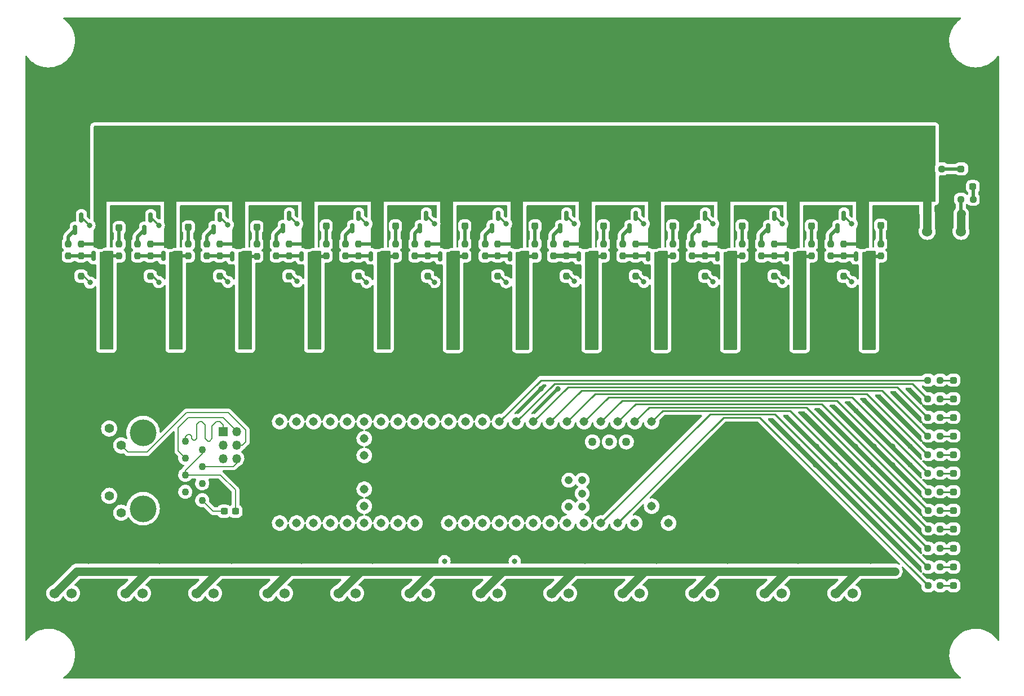
<source format=gtl>
%TF.GenerationSoftware,KiCad,Pcbnew,(6.0.10)*%
%TF.CreationDate,2022-12-28T15:45:51-06:00*%
%TF.ProjectId,Hardware_Rev1,48617264-7761-4726-955f-526576312e6b,rev?*%
%TF.SameCoordinates,Original*%
%TF.FileFunction,Copper,L1,Top*%
%TF.FilePolarity,Positive*%
%FSLAX46Y46*%
G04 Gerber Fmt 4.6, Leading zero omitted, Abs format (unit mm)*
G04 Created by KiCad (PCBNEW (6.0.10)) date 2022-12-28 15:45:51*
%MOMM*%
%LPD*%
G01*
G04 APERTURE LIST*
G04 Aperture macros list*
%AMRoundRect*
0 Rectangle with rounded corners*
0 $1 Rounding radius*
0 $2 $3 $4 $5 $6 $7 $8 $9 X,Y pos of 4 corners*
0 Add a 4 corners polygon primitive as box body*
4,1,4,$2,$3,$4,$5,$6,$7,$8,$9,$2,$3,0*
0 Add four circle primitives for the rounded corners*
1,1,$1+$1,$2,$3*
1,1,$1+$1,$4,$5*
1,1,$1+$1,$6,$7*
1,1,$1+$1,$8,$9*
0 Add four rect primitives between the rounded corners*
20,1,$1+$1,$2,$3,$4,$5,0*
20,1,$1+$1,$4,$5,$6,$7,0*
20,1,$1+$1,$6,$7,$8,$9,0*
20,1,$1+$1,$8,$9,$2,$3,0*%
G04 Aperture macros list end*
%TA.AperFunction,ComponentPad*%
%ADD10C,1.524000*%
%TD*%
%TA.AperFunction,SMDPad,CuDef*%
%ADD11RoundRect,0.237500X-0.237500X0.250000X-0.237500X-0.250000X0.237500X-0.250000X0.237500X0.250000X0*%
%TD*%
%TA.AperFunction,ComponentPad*%
%ADD12C,1.100000*%
%TD*%
%TA.AperFunction,ComponentPad*%
%ADD13C,1.400000*%
%TD*%
%TA.AperFunction,ComponentPad*%
%ADD14C,4.000000*%
%TD*%
%TA.AperFunction,ComponentPad*%
%ADD15C,2.000000*%
%TD*%
%TA.AperFunction,SMDPad,CuDef*%
%ADD16RoundRect,0.150000X0.150000X-0.587500X0.150000X0.587500X-0.150000X0.587500X-0.150000X-0.587500X0*%
%TD*%
%TA.AperFunction,SMDPad,CuDef*%
%ADD17RoundRect,0.237500X-0.237500X0.287500X-0.237500X-0.287500X0.237500X-0.287500X0.237500X0.287500X0*%
%TD*%
%TA.AperFunction,SMDPad,CuDef*%
%ADD18RoundRect,0.237500X0.237500X-0.250000X0.237500X0.250000X-0.237500X0.250000X-0.237500X-0.250000X0*%
%TD*%
%TA.AperFunction,SMDPad,CuDef*%
%ADD19RoundRect,0.237500X0.287500X0.237500X-0.287500X0.237500X-0.287500X-0.237500X0.287500X-0.237500X0*%
%TD*%
%TA.AperFunction,SMDPad,CuDef*%
%ADD20RoundRect,0.150000X-0.150000X0.587500X-0.150000X-0.587500X0.150000X-0.587500X0.150000X0.587500X0*%
%TD*%
%TA.AperFunction,SMDPad,CuDef*%
%ADD21RoundRect,0.237500X0.250000X0.237500X-0.250000X0.237500X-0.250000X-0.237500X0.250000X-0.237500X0*%
%TD*%
%TA.AperFunction,SMDPad,CuDef*%
%ADD22RoundRect,0.237500X0.300000X0.237500X-0.300000X0.237500X-0.300000X-0.237500X0.300000X-0.237500X0*%
%TD*%
%TA.AperFunction,ComponentPad*%
%ADD23R,1.350000X1.350000*%
%TD*%
%TA.AperFunction,ComponentPad*%
%ADD24O,1.350000X1.350000*%
%TD*%
%TA.AperFunction,ComponentPad*%
%ADD25O,3.000000X5.100000*%
%TD*%
%TA.AperFunction,SMDPad,CuDef*%
%ADD26RoundRect,0.237500X-0.250000X-0.237500X0.250000X-0.237500X0.250000X0.237500X-0.250000X0.237500X0*%
%TD*%
%TA.AperFunction,ComponentPad*%
%ADD27C,1.308000*%
%TD*%
%TA.AperFunction,ComponentPad*%
%ADD28C,1.258000*%
%TD*%
%TA.AperFunction,ComponentPad*%
%ADD29C,1.208000*%
%TD*%
%TA.AperFunction,SMDPad,CuDef*%
%ADD30RoundRect,0.237500X-0.287500X-0.237500X0.287500X-0.237500X0.287500X0.237500X-0.287500X0.237500X0*%
%TD*%
%TA.AperFunction,SMDPad,CuDef*%
%ADD31RoundRect,0.237500X-0.300000X-0.237500X0.300000X-0.237500X0.300000X0.237500X-0.300000X0.237500X0*%
%TD*%
%TA.AperFunction,ViaPad*%
%ADD32C,0.800000*%
%TD*%
%TA.AperFunction,Conductor*%
%ADD33C,0.508000*%
%TD*%
%TA.AperFunction,Conductor*%
%ADD34C,0.635000*%
%TD*%
%TA.AperFunction,Conductor*%
%ADD35C,1.270000*%
%TD*%
%TA.AperFunction,Conductor*%
%ADD36C,0.127000*%
%TD*%
%TA.AperFunction,Conductor*%
%ADD37C,0.254000*%
%TD*%
G04 APERTURE END LIST*
D10*
X171196000Y-134620000D03*
X173736000Y-134620000D03*
X176276000Y-134620000D03*
X92837000Y-90019500D03*
X95377000Y-90019500D03*
D11*
X172339000Y-86971500D03*
X172339000Y-88796500D03*
D10*
X103251000Y-90019500D03*
X105791000Y-90019500D03*
D12*
X73452000Y-111760000D03*
X75992000Y-113030000D03*
X73452000Y-114300000D03*
X75992000Y-115570000D03*
X73452000Y-116840000D03*
X75992000Y-118110000D03*
X73452000Y-119380000D03*
X75992000Y-120650000D03*
D13*
X62022000Y-109880000D03*
X63812000Y-112420000D03*
X62022000Y-119990000D03*
X63812000Y-122530000D03*
D14*
X67102000Y-110490000D03*
X67102000Y-121920000D03*
D15*
X70152000Y-124080000D03*
X70152000Y-108330000D03*
D10*
X124079000Y-90019500D03*
X126619000Y-90019500D03*
D11*
X99441000Y-86971500D03*
X99441000Y-88796500D03*
D16*
X142941000Y-83995500D03*
X144841000Y-83995500D03*
X143891000Y-82120500D03*
D11*
X57785000Y-82145500D03*
X57785000Y-83970500D03*
D17*
X63500000Y-77992000D03*
X63500000Y-79742000D03*
D11*
X84201000Y-82169000D03*
X84201000Y-83994000D03*
D18*
X107950000Y-83970500D03*
X107950000Y-82145500D03*
D10*
X92837000Y-96877500D03*
X95377000Y-96877500D03*
D19*
X190613000Y-119380000D03*
X188863000Y-119380000D03*
D18*
X55880000Y-83970500D03*
X55880000Y-82145500D03*
D19*
X190613000Y-127889000D03*
X188863000Y-127889000D03*
D20*
X141158000Y-77929500D03*
X139258000Y-77929500D03*
X140208000Y-79804500D03*
X172400000Y-77929500D03*
X170500000Y-77929500D03*
X171450000Y-79804500D03*
D18*
X76708000Y-83970500D03*
X76708000Y-82145500D03*
D11*
X73914000Y-82145500D03*
X73914000Y-83970500D03*
D21*
X186864000Y-119380000D03*
X185039000Y-119380000D03*
D22*
X184885500Y-77597000D03*
X183160500Y-77597000D03*
D20*
X130744000Y-77929500D03*
X128844000Y-77929500D03*
X129794000Y-79804500D03*
D11*
X78613000Y-86948000D03*
X78613000Y-88773000D03*
D23*
X79137000Y-110395000D03*
D24*
X81137000Y-110395000D03*
X79137000Y-112395000D03*
X81137000Y-112395000D03*
X79137000Y-114395000D03*
X81137000Y-114395000D03*
D10*
X113665000Y-96877500D03*
X116205000Y-96877500D03*
D11*
X68199000Y-82145500D03*
X68199000Y-83970500D03*
D17*
X84201000Y-77879000D03*
X84201000Y-79629000D03*
D10*
X176149000Y-96875600D03*
X178689000Y-96875600D03*
D17*
X73914000Y-77879000D03*
X73914000Y-79629000D03*
D19*
X190613000Y-105410000D03*
X188863000Y-105410000D03*
D10*
X117856000Y-134620000D03*
X120396000Y-134620000D03*
X122936000Y-134620000D03*
X61595000Y-96877500D03*
X64135000Y-96877500D03*
D18*
X87122000Y-83970500D03*
X87122000Y-82145500D03*
D19*
X190613000Y-130683000D03*
X188863000Y-130683000D03*
X190613000Y-116586000D03*
X188863000Y-116586000D03*
X191756000Y-70866000D03*
X190006000Y-70866000D03*
X190613000Y-122174000D03*
X188863000Y-122174000D03*
D10*
X53848000Y-134620000D03*
X56388000Y-134620000D03*
X58928000Y-134620000D03*
D11*
X172339000Y-82145500D03*
X172339000Y-83970500D03*
D16*
X90871000Y-83995500D03*
X92771000Y-83995500D03*
X91821000Y-82120500D03*
D11*
X141097000Y-86971500D03*
X141097000Y-88796500D03*
D19*
X190599000Y-108204000D03*
X188849000Y-108204000D03*
X190613000Y-102616000D03*
X188863000Y-102616000D03*
D18*
X97536000Y-83970500D03*
X97536000Y-82145500D03*
X139192000Y-83947000D03*
X139192000Y-82122000D03*
D25*
X66935400Y-60875000D03*
X66935400Y-68749000D03*
D18*
X128778000Y-83970500D03*
X128778000Y-82145500D03*
D21*
X186864000Y-133477000D03*
X185039000Y-133477000D03*
D17*
X105029000Y-77738000D03*
X105029000Y-79488000D03*
D16*
X111699000Y-83995500D03*
X113599000Y-83995500D03*
X112649000Y-82120500D03*
D18*
X118491000Y-83970500D03*
X118491000Y-82145500D03*
D10*
X72009000Y-90019500D03*
X74549000Y-90019500D03*
X72009000Y-96877500D03*
X74549000Y-96877500D03*
D11*
X141097000Y-82122000D03*
X141097000Y-83947000D03*
D17*
X157099000Y-77738000D03*
X157099000Y-79488000D03*
D21*
X186840500Y-110998000D03*
X185015500Y-110998000D03*
D11*
X89027000Y-86948000D03*
X89027000Y-88773000D03*
X151511000Y-82145500D03*
X151511000Y-83970500D03*
X120396000Y-82145500D03*
X120396000Y-83970500D03*
D10*
X165735000Y-96875600D03*
X168275000Y-96875600D03*
D11*
X136271000Y-82145500D03*
X136271000Y-83970500D03*
D21*
X186840500Y-102616000D03*
X185015500Y-102616000D03*
D26*
X185250750Y-70866000D03*
X187075750Y-70866000D03*
D20*
X89088000Y-77929500D03*
X87188000Y-77929500D03*
X88138000Y-79804500D03*
D10*
X75184000Y-134620000D03*
X77724000Y-134620000D03*
X80264000Y-134620000D03*
D11*
X115443000Y-82122000D03*
X115443000Y-83947000D03*
D16*
X101285000Y-83995500D03*
X103185000Y-83995500D03*
X102235000Y-82120500D03*
D10*
X85852000Y-134620000D03*
X88392000Y-134620000D03*
X90932000Y-134620000D03*
X155321000Y-96875600D03*
X157861000Y-96875600D03*
D11*
X146685000Y-82145500D03*
X146685000Y-83970500D03*
X78613000Y-82122000D03*
X78613000Y-83947000D03*
X63500000Y-82122000D03*
X63500000Y-83947000D03*
D27*
X143510000Y-108839000D03*
X140970000Y-108839000D03*
X138430000Y-108839000D03*
X135890000Y-108839000D03*
X110490000Y-108839000D03*
X140970000Y-124079000D03*
X100330000Y-113919000D03*
X133350000Y-108839000D03*
X130810000Y-108839000D03*
D28*
X139700000Y-111889000D03*
D27*
X128270000Y-108839000D03*
X125730000Y-108839000D03*
X123190000Y-108839000D03*
X120650000Y-108839000D03*
X118110000Y-108839000D03*
X115570000Y-108839000D03*
X113030000Y-108839000D03*
X113030000Y-124079000D03*
X115570000Y-124079000D03*
X118110000Y-124079000D03*
X120650000Y-124079000D03*
X123190000Y-124079000D03*
X125730000Y-124079000D03*
X128270000Y-124079000D03*
X130810000Y-124079000D03*
X133350000Y-124079000D03*
X135890000Y-124079000D03*
X138430000Y-124079000D03*
X107950000Y-108839000D03*
X105410000Y-108839000D03*
X102870000Y-108839000D03*
X100330000Y-108839000D03*
X97790000Y-108839000D03*
X95250000Y-108839000D03*
X92710000Y-108839000D03*
X90170000Y-108839000D03*
X87630000Y-108839000D03*
X87630000Y-124079000D03*
X90170000Y-124079000D03*
X92710000Y-124079000D03*
X95250000Y-124079000D03*
X97790000Y-124079000D03*
X100330000Y-124079000D03*
X102870000Y-124079000D03*
X105410000Y-124079000D03*
X107950000Y-124079000D03*
D28*
X134620000Y-111889000D03*
X137160000Y-111889000D03*
D27*
X146050000Y-108839000D03*
X110490000Y-124079000D03*
X143510000Y-124079000D03*
X100330000Y-116459000D03*
D29*
X131080000Y-119629000D03*
X133080000Y-119629000D03*
D27*
X100330000Y-121539000D03*
X100330000Y-118999000D03*
D29*
X133080000Y-121629000D03*
X131080000Y-121629000D03*
X131080000Y-117629000D03*
X133080000Y-117629000D03*
D28*
X132080000Y-111889000D03*
X129540000Y-111889000D03*
D27*
X100330000Y-111379000D03*
X146050000Y-124079000D03*
X143510000Y-121539000D03*
D17*
X177927000Y-77611000D03*
X177927000Y-79361000D03*
D11*
X99441000Y-82145500D03*
X99441000Y-83970500D03*
D10*
X165735000Y-90017600D03*
X168275000Y-90017600D03*
D21*
X186840500Y-127889000D03*
X185015500Y-127889000D03*
D26*
X189968500Y-75438000D03*
X191793500Y-75438000D03*
D22*
X80999500Y-122301000D03*
X79274500Y-122301000D03*
D10*
X144907000Y-90019500D03*
X147447000Y-90019500D03*
D16*
X174183000Y-83995500D03*
X176083000Y-83995500D03*
X175133000Y-82120500D03*
D10*
X61595000Y-90019500D03*
X64135000Y-90019500D03*
D19*
X190613000Y-124968000D03*
X188863000Y-124968000D03*
D18*
X66294000Y-83970500D03*
X66294000Y-82145500D03*
D17*
X146685000Y-77738000D03*
X146685000Y-79488000D03*
D10*
X144907000Y-96877500D03*
X147447000Y-96877500D03*
X128524000Y-134620000D03*
X131064000Y-134620000D03*
X133604000Y-134620000D03*
X64516000Y-134620000D03*
X67056000Y-134620000D03*
X69596000Y-134620000D03*
D16*
X163769000Y-83995500D03*
X165669000Y-83995500D03*
X164719000Y-82120500D03*
D11*
X109855000Y-86971500D03*
X109855000Y-88796500D03*
D10*
X107188000Y-134620000D03*
X109728000Y-134620000D03*
X112268000Y-134620000D03*
D11*
X167513000Y-82145500D03*
X167513000Y-83970500D03*
X130683000Y-82145500D03*
X130683000Y-83970500D03*
D16*
X70170000Y-83972000D03*
X72070000Y-83972000D03*
X71120000Y-82097000D03*
D20*
X68260000Y-78183500D03*
X66360000Y-78183500D03*
X67310000Y-80058500D03*
D11*
X94615000Y-82145500D03*
X94615000Y-83970500D03*
D21*
X186840500Y-108204000D03*
X185015500Y-108204000D03*
D19*
X190613000Y-113792000D03*
X188863000Y-113792000D03*
D16*
X80457000Y-83995500D03*
X82357000Y-83995500D03*
X81407000Y-82120500D03*
D10*
X134493000Y-96877500D03*
X137033000Y-96877500D03*
D16*
X59695000Y-83947000D03*
X61595000Y-83947000D03*
X60645000Y-82072000D03*
D11*
X68199000Y-86971500D03*
X68199000Y-88796500D03*
D16*
X153355000Y-83995500D03*
X155255000Y-83995500D03*
X154305000Y-82120500D03*
D11*
X161925000Y-82145500D03*
X161925000Y-83970500D03*
X157099000Y-82145500D03*
X157099000Y-83970500D03*
D10*
X82423000Y-90019500D03*
X84963000Y-90019500D03*
D11*
X109855000Y-82145500D03*
X109855000Y-83970500D03*
D20*
X109662000Y-77929500D03*
X107762000Y-77929500D03*
X108712000Y-79804500D03*
X78674000Y-78056500D03*
X76774000Y-78056500D03*
X77724000Y-79931500D03*
D21*
X186864000Y-124968000D03*
X185039000Y-124968000D03*
D11*
X130683000Y-86971500D03*
X130683000Y-88796500D03*
D20*
X151572000Y-77929500D03*
X149672000Y-77929500D03*
X150622000Y-79804500D03*
D11*
X57785000Y-86971500D03*
X57785000Y-88796500D03*
D30*
X190020000Y-73533000D03*
X191770000Y-73533000D03*
D18*
X160020000Y-83970500D03*
X160020000Y-82145500D03*
D10*
X96520000Y-134620000D03*
X99060000Y-134620000D03*
X101600000Y-134620000D03*
X134493000Y-90019500D03*
X137033000Y-90019500D03*
X184912000Y-80264000D03*
X187452000Y-80264000D03*
X189992000Y-80264000D03*
D20*
X57846000Y-78183500D03*
X55946000Y-78183500D03*
X56896000Y-80058500D03*
D18*
X149606000Y-83970500D03*
X149606000Y-82145500D03*
D20*
X99502000Y-77929500D03*
X97602000Y-77929500D03*
X98552000Y-79804500D03*
D17*
X125984000Y-77738000D03*
X125984000Y-79488000D03*
D10*
X149860000Y-134620000D03*
X152400000Y-134620000D03*
X154940000Y-134620000D03*
X160528000Y-134620000D03*
X163068000Y-134620000D03*
X165608000Y-134620000D03*
D20*
X161986000Y-77929500D03*
X160086000Y-77929500D03*
X161036000Y-79804500D03*
D11*
X161925000Y-86971500D03*
X161925000Y-88796500D03*
D16*
X132527000Y-83995500D03*
X134427000Y-83995500D03*
X133477000Y-82120500D03*
D19*
X190627000Y-110998000D03*
X188877000Y-110998000D03*
D16*
X122240000Y-83995500D03*
X124140000Y-83995500D03*
X123190000Y-82120500D03*
D19*
X190627000Y-133477000D03*
X188877000Y-133477000D03*
D17*
X115443000Y-77738000D03*
X115443000Y-79488000D03*
D18*
X170434000Y-83970500D03*
X170434000Y-82145500D03*
D21*
X186840500Y-113792000D03*
X185015500Y-113792000D03*
D10*
X82423000Y-96877500D03*
X84963000Y-96877500D03*
D11*
X125984000Y-82122000D03*
X125984000Y-83947000D03*
D21*
X186840500Y-105410000D03*
X185015500Y-105410000D03*
D10*
X124079000Y-96877500D03*
X126619000Y-96877500D03*
D17*
X167513000Y-77738000D03*
X167513000Y-79488000D03*
D10*
X113665000Y-90019500D03*
X116205000Y-90019500D03*
X176149000Y-90017600D03*
X178689000Y-90017600D03*
D21*
X186864000Y-122174000D03*
X185039000Y-122174000D03*
X186840500Y-116586000D03*
X185015500Y-116586000D03*
X186840500Y-130683000D03*
X185015500Y-130683000D03*
D11*
X177927000Y-82145500D03*
X177927000Y-83970500D03*
D31*
X190018500Y-77597000D03*
X191743500Y-77597000D03*
D10*
X155321000Y-90017600D03*
X157861000Y-90017600D03*
D11*
X89027000Y-82122000D03*
X89027000Y-83947000D03*
D20*
X120457000Y-77929500D03*
X118557000Y-77929500D03*
X119507000Y-79804500D03*
D17*
X136271000Y-77738000D03*
X136271000Y-79488000D03*
D10*
X103251000Y-96877500D03*
X105791000Y-96877500D03*
D11*
X120396000Y-86971500D03*
X120396000Y-88796500D03*
X151511000Y-86971500D03*
X151511000Y-88796500D03*
X105029000Y-82145500D03*
X105029000Y-83970500D03*
D10*
X139192000Y-134620000D03*
X141732000Y-134620000D03*
X144272000Y-134620000D03*
D17*
X94615000Y-77738000D03*
X94615000Y-79488000D03*
D32*
X122936000Y-129794000D03*
X112395000Y-129794000D03*
X140970000Y-100711000D03*
X169037000Y-77724000D03*
X179324000Y-82042000D03*
X173990000Y-115316000D03*
X174244000Y-107188000D03*
X179705000Y-115316000D03*
X85725000Y-79629000D03*
X154940000Y-129794000D03*
X88900000Y-100584000D03*
X185039000Y-95504000D03*
X69596000Y-129794000D03*
X75311000Y-79629000D03*
X124460000Y-116459000D03*
X158623000Y-79502000D03*
X99314000Y-100711000D03*
X182372000Y-115316000D03*
X137795000Y-77724000D03*
X165481000Y-112522000D03*
X171958000Y-100584000D03*
X65024000Y-79756000D03*
X151772008Y-115316000D03*
X157099000Y-115316000D03*
X171196000Y-112522000D03*
X58928000Y-129794000D03*
X179324000Y-83947000D03*
X109728000Y-100711000D03*
X130556000Y-100711000D03*
X133477000Y-129794000D03*
X106418587Y-77722033D03*
X148209000Y-77724000D03*
X168275000Y-112522000D03*
X78481960Y-100710999D03*
X161798000Y-100711000D03*
X179705000Y-112522000D03*
X85725000Y-77851000D03*
X54610000Y-78105000D03*
X182372000Y-95504000D03*
X179324000Y-77597000D03*
X96139000Y-77724000D03*
X169037000Y-79502000D03*
X109220000Y-112522000D03*
X127381000Y-77724000D03*
X104140000Y-112522000D03*
X116967000Y-77724000D03*
X164973000Y-115316000D03*
X116967000Y-79375000D03*
X129413000Y-103886000D03*
X179324000Y-79375000D03*
X127381000Y-79502000D03*
X137795000Y-79502000D03*
X175514000Y-105664000D03*
X176784000Y-115316000D03*
X154559000Y-115290848D03*
X67945000Y-100711000D03*
X144272000Y-129794000D03*
X158623000Y-77724000D03*
X80391000Y-129794000D03*
X171069000Y-115316000D03*
X174117000Y-112522000D03*
X75311000Y-77851000D03*
X119380000Y-116459000D03*
X120142000Y-100838000D03*
X92837000Y-116459000D03*
X65024000Y-77978000D03*
X182372000Y-112522000D03*
X151003000Y-100711000D03*
X148209000Y-79502000D03*
X79248000Y-119507000D03*
X114300000Y-116459000D03*
X96139000Y-79502000D03*
X176911000Y-112522000D03*
X187960000Y-95504000D03*
X176403000Y-129794000D03*
X104140000Y-116459000D03*
X106426000Y-79502000D03*
X101600000Y-129794000D03*
X90932000Y-129794000D03*
X162052000Y-115316000D03*
X159512000Y-115316000D03*
X97790000Y-116459000D03*
X168148000Y-115316000D03*
X126873000Y-103886000D03*
X109220000Y-116459000D03*
X165481000Y-129794000D03*
X180086000Y-131318000D03*
X79855000Y-79248000D03*
X79855000Y-87856000D03*
X59118500Y-87947500D03*
X59055000Y-79375000D03*
X69469000Y-87884000D03*
X69469000Y-79375000D03*
X142339000Y-79121000D03*
X142339000Y-87856000D03*
X100683000Y-79121000D03*
X100683000Y-87912000D03*
X152753000Y-87856000D03*
X152753000Y-79121000D03*
X110871000Y-79121000D03*
X110871000Y-87884000D03*
X163167000Y-87856000D03*
X163167000Y-79121000D03*
X121638000Y-87912000D03*
X121638000Y-79121000D03*
X173581000Y-79121000D03*
X173581000Y-87856000D03*
X90269000Y-87785000D03*
X90269000Y-79121000D03*
X131925000Y-79121000D03*
X131925000Y-87785000D03*
D33*
X146660000Y-83995500D02*
X146685000Y-83970500D01*
X144841000Y-83995500D02*
X146660000Y-83995500D01*
D34*
X157074000Y-83995500D02*
X157099000Y-83970500D01*
D33*
X155255000Y-83995500D02*
X157074000Y-83995500D01*
D35*
X184912000Y-77623500D02*
X184885500Y-77597000D01*
D33*
X99441000Y-82145500D02*
X102210000Y-82145500D01*
X68199000Y-82145500D02*
X71071500Y-82145500D01*
X60571500Y-82145500D02*
X60645000Y-82072000D01*
X112624000Y-82145500D02*
X112649000Y-82120500D01*
X141097000Y-82122000D02*
X143889500Y-82122000D01*
X71071500Y-82145500D02*
X71120000Y-82097000D01*
X154280000Y-82145500D02*
X154305000Y-82120500D01*
X102210000Y-82145500D02*
X102235000Y-82120500D01*
X120396000Y-82145500D02*
X123165000Y-82145500D01*
X172339000Y-82145500D02*
X175108000Y-82145500D01*
X161925000Y-82145500D02*
X164694000Y-82145500D01*
X109855000Y-82145500D02*
X112624000Y-82145500D01*
D35*
X184885500Y-77597000D02*
X184885500Y-75210500D01*
D33*
X57785000Y-82145500D02*
X60571500Y-82145500D01*
X175108000Y-82145500D02*
X175133000Y-82120500D01*
D35*
X184912000Y-80264000D02*
X184912000Y-77623500D01*
D33*
X133452000Y-82145500D02*
X133477000Y-82120500D01*
X78613000Y-82122000D02*
X81405500Y-82122000D01*
X123165000Y-82145500D02*
X123190000Y-82120500D01*
X81405500Y-82122000D02*
X81407000Y-82120500D01*
X151511000Y-82145500D02*
X154280000Y-82145500D01*
X143889500Y-82122000D02*
X143891000Y-82120500D01*
X130683000Y-82145500D02*
X133452000Y-82145500D01*
X89027000Y-82122000D02*
X91819500Y-82122000D01*
X164694000Y-82145500D02*
X164719000Y-82120500D01*
X91819500Y-82122000D02*
X91821000Y-82120500D01*
D35*
X99822000Y-131318000D02*
X110490000Y-131318000D01*
X160528000Y-134620000D02*
X163830000Y-131318000D01*
X153162000Y-131318000D02*
X163830000Y-131318000D01*
X85852000Y-134620000D02*
X89154000Y-131318000D01*
X64516000Y-134620000D02*
X67818000Y-131318000D01*
X163830000Y-131318000D02*
X174498000Y-131318000D01*
X96520000Y-134620000D02*
X99822000Y-131318000D01*
X110490000Y-131318000D02*
X121158000Y-131318000D01*
X128524000Y-134620000D02*
X131826000Y-131318000D01*
X131826000Y-131318000D02*
X142494000Y-131318000D01*
X78486000Y-131318000D02*
X89154000Y-131318000D01*
X142494000Y-131318000D02*
X153162000Y-131318000D01*
X117856000Y-134620000D02*
X121158000Y-131318000D01*
X149860000Y-134620000D02*
X153162000Y-131318000D01*
X107188000Y-134620000D02*
X110490000Y-131318000D01*
X75184000Y-134620000D02*
X78486000Y-131318000D01*
X189992000Y-77623500D02*
X190018500Y-77597000D01*
X139192000Y-134620000D02*
X142494000Y-131318000D01*
X171196000Y-134620000D02*
X174498000Y-131318000D01*
X57150000Y-131318000D02*
X67818000Y-131318000D01*
X53848000Y-134620000D02*
X57150000Y-131318000D01*
X189992000Y-80264000D02*
X189992000Y-77623500D01*
X67818000Y-131318000D02*
X78486000Y-131318000D01*
X121158000Y-131318000D02*
X131826000Y-131318000D01*
D33*
X189968500Y-75438000D02*
X189968500Y-77547000D01*
X189968500Y-77547000D02*
X190018500Y-77597000D01*
D35*
X89154000Y-131318000D02*
X99822000Y-131318000D01*
X174498000Y-131318000D02*
X180086000Y-131318000D01*
D33*
X115394500Y-83995500D02*
X115443000Y-83947000D01*
X113599000Y-83995500D02*
X115394500Y-83995500D01*
X63500000Y-83947000D02*
X61595000Y-83947000D01*
X103185000Y-83995500D02*
X105004000Y-83995500D01*
X105004000Y-83995500D02*
X105029000Y-83970500D01*
X73912500Y-83972000D02*
X73914000Y-83970500D01*
X72070000Y-83972000D02*
X73912500Y-83972000D01*
X146685000Y-82145500D02*
X146685000Y-79488000D01*
X63500000Y-82122000D02*
X63500000Y-79742000D01*
X105029000Y-82145500D02*
X105029000Y-79488000D01*
X187075750Y-70866000D02*
X190006000Y-70866000D01*
X157099000Y-82145500D02*
X157099000Y-79488000D01*
X73914000Y-82145500D02*
X73914000Y-79629000D01*
X115443000Y-82122000D02*
X115443000Y-79488000D01*
X191793500Y-73556500D02*
X191770000Y-73533000D01*
X191793500Y-75438000D02*
X191793500Y-73556500D01*
X167513000Y-82145500D02*
X167513000Y-79488000D01*
D36*
X79883000Y-107442000D02*
X73660000Y-107442000D01*
X73660000Y-107442000D02*
X67691000Y-113411000D01*
X82550000Y-110109000D02*
X79883000Y-107442000D01*
X64803000Y-113411000D02*
X63812000Y-112420000D01*
X67691000Y-113411000D02*
X64803000Y-113411000D01*
X81137000Y-112395000D02*
X82042000Y-112395000D01*
X82042000Y-112395000D02*
X82550000Y-111887000D01*
X82550000Y-111887000D02*
X82550000Y-110109000D01*
D33*
X165669000Y-83995500D02*
X167488000Y-83995500D01*
X167488000Y-83995500D02*
X167513000Y-83970500D01*
X84201000Y-83994000D02*
X82358500Y-83994000D01*
X82358500Y-83994000D02*
X82357000Y-83995500D01*
X125935500Y-83995500D02*
X125984000Y-83947000D01*
X124140000Y-83995500D02*
X125935500Y-83995500D01*
X177902000Y-83995500D02*
X177927000Y-83970500D01*
X176083000Y-83995500D02*
X177902000Y-83995500D01*
X92771000Y-83995500D02*
X94590000Y-83995500D01*
X94590000Y-83995500D02*
X94615000Y-83970500D01*
X136246000Y-83995500D02*
X136271000Y-83970500D01*
X134427000Y-83995500D02*
X136246000Y-83995500D01*
D37*
X78674000Y-78056500D02*
X78674000Y-78067000D01*
X78947000Y-86948000D02*
X79855000Y-87856000D01*
X78613000Y-86948000D02*
X78947000Y-86948000D01*
X78674000Y-78067000D02*
X79855000Y-79248000D01*
X57846000Y-78183500D02*
X57863500Y-78183500D01*
X58142500Y-86971500D02*
X59118500Y-87947500D01*
X57863500Y-78183500D02*
X59055000Y-79375000D01*
X57785000Y-86971500D02*
X58142500Y-86971500D01*
X68199000Y-86971500D02*
X68556500Y-86971500D01*
X68556500Y-86971500D02*
X69469000Y-87884000D01*
X68260000Y-78183500D02*
X68277500Y-78183500D01*
X68260000Y-78033000D02*
X68277500Y-78033000D01*
X68277500Y-78183500D02*
X69469000Y-79375000D01*
D33*
X84201000Y-82169000D02*
X84201000Y-79629000D01*
X125984000Y-82122000D02*
X125984000Y-79488000D01*
X177927000Y-82145500D02*
X177927000Y-79361000D01*
X94615000Y-82145500D02*
X94615000Y-79488000D01*
X136271000Y-82145500D02*
X136271000Y-79488000D01*
D37*
X188863000Y-102616000D02*
X186840500Y-102616000D01*
X186840500Y-105410000D02*
X188863000Y-105410000D01*
X186840500Y-108204000D02*
X188849000Y-108204000D01*
X186840500Y-110998000D02*
X188877000Y-110998000D01*
X186840500Y-113792000D02*
X188863000Y-113792000D01*
X186840500Y-116586000D02*
X188863000Y-116586000D01*
X186864000Y-119380000D02*
X188863000Y-119380000D01*
X186864000Y-122174000D02*
X188863000Y-122174000D01*
X186864000Y-124968000D02*
X188863000Y-124968000D01*
X186840500Y-127889000D02*
X188863000Y-127889000D01*
X186840500Y-130683000D02*
X188863000Y-130683000D01*
X186864000Y-133477000D02*
X188877000Y-133477000D01*
D36*
X76835000Y-111760000D02*
X76454000Y-111379000D01*
X74422000Y-110998000D02*
X74168000Y-110744000D01*
X75946000Y-108839000D02*
X75565000Y-108839000D01*
X75184000Y-111379000D02*
X74930000Y-111633000D01*
X77089000Y-111760000D02*
X76835000Y-111760000D01*
X74676000Y-111633000D02*
X74422000Y-111379000D01*
X74168000Y-110744000D02*
X73787000Y-110744000D01*
X76454000Y-111379000D02*
X76454000Y-109347000D01*
X76454000Y-109347000D02*
X75946000Y-108839000D01*
X74930000Y-111633000D02*
X74676000Y-111633000D01*
X78613000Y-108839000D02*
X78105000Y-108839000D01*
X74422000Y-111379000D02*
X74422000Y-110998000D01*
X75565000Y-108839000D02*
X75184000Y-109220000D01*
X79137000Y-110395000D02*
X79137000Y-109363000D01*
X77470000Y-111379000D02*
X77089000Y-111760000D01*
X78105000Y-108839000D02*
X77470000Y-109474000D01*
X75184000Y-109220000D02*
X75184000Y-111379000D01*
X73787000Y-110744000D02*
X73452000Y-111079000D01*
X77470000Y-109474000D02*
X77470000Y-111379000D01*
X79137000Y-109363000D02*
X78613000Y-108839000D01*
X73452000Y-111079000D02*
X73452000Y-111760000D01*
D37*
X81137000Y-110395000D02*
X81153000Y-110379000D01*
D36*
X72390000Y-113238000D02*
X73452000Y-114300000D01*
X79121000Y-108204000D02*
X73914000Y-108204000D01*
X72390000Y-109728000D02*
X72390000Y-113238000D01*
X81153000Y-110236000D02*
X79121000Y-108204000D01*
X73914000Y-108204000D02*
X72390000Y-109728000D01*
D37*
X81153000Y-110379000D02*
X81153000Y-110236000D01*
D36*
X81137000Y-115078000D02*
X80645000Y-115570000D01*
X81137000Y-114395000D02*
X81137000Y-115078000D01*
X80645000Y-115570000D02*
X75992000Y-115570000D01*
D37*
X141454500Y-86971500D02*
X142339000Y-87856000D01*
X141097000Y-86971500D02*
X141454500Y-86971500D01*
X141158000Y-77929500D02*
X141158000Y-77940000D01*
X141158000Y-77940000D02*
X142339000Y-79121000D01*
D33*
X139192000Y-80820500D02*
X140208000Y-79804500D01*
X139192000Y-82122000D02*
X139192000Y-80820500D01*
X55880000Y-82145500D02*
X55880000Y-81074500D01*
X55880000Y-81074500D02*
X56896000Y-80058500D01*
D37*
X99742500Y-86971500D02*
X100683000Y-87912000D01*
X99502000Y-77940000D02*
X100683000Y-79121000D01*
X99502000Y-77929500D02*
X99502000Y-77940000D01*
X99441000Y-86971500D02*
X99742500Y-86971500D01*
D33*
X97536000Y-80820500D02*
X98552000Y-79804500D01*
X97536000Y-82145500D02*
X97536000Y-80820500D01*
D37*
X151572000Y-77940000D02*
X152753000Y-79121000D01*
X151572000Y-77929500D02*
X151572000Y-77940000D01*
X151868500Y-86971500D02*
X152753000Y-87856000D01*
X151511000Y-86971500D02*
X151868500Y-86971500D01*
D33*
X149606000Y-80820500D02*
X150622000Y-79804500D01*
X149606000Y-82145500D02*
X149606000Y-80820500D01*
X66294000Y-81074500D02*
X67310000Y-80058500D01*
X66294000Y-82145500D02*
X66294000Y-81074500D01*
D37*
X109958500Y-86971500D02*
X110871000Y-87884000D01*
X109855000Y-86971500D02*
X109958500Y-86971500D01*
X109679500Y-77929500D02*
X110871000Y-79121000D01*
X109662000Y-77929500D02*
X109679500Y-77929500D01*
D33*
X107950000Y-82145500D02*
X107950000Y-80566500D01*
X107950000Y-80566500D02*
X108712000Y-79804500D01*
D37*
X161986000Y-77940000D02*
X163167000Y-79121000D01*
X161925000Y-86971500D02*
X162282500Y-86971500D01*
X162282500Y-86971500D02*
X163167000Y-87856000D01*
X161986000Y-77929500D02*
X161986000Y-77940000D01*
D33*
X160020000Y-82145500D02*
X160020000Y-80820500D01*
X160020000Y-80820500D02*
X161036000Y-79804500D01*
X76708000Y-80947500D02*
X77724000Y-79931500D01*
X76708000Y-82145500D02*
X76708000Y-80947500D01*
D37*
X120697500Y-86971500D02*
X121638000Y-87912000D01*
X120457000Y-77940000D02*
X121638000Y-79121000D01*
X120396000Y-86971500D02*
X120697500Y-86971500D01*
X120457000Y-77929500D02*
X120457000Y-77940000D01*
D33*
X118491000Y-80820500D02*
X119507000Y-79804500D01*
X118491000Y-82145500D02*
X118491000Y-80820500D01*
D37*
X172339000Y-86971500D02*
X172696500Y-86971500D01*
X172400000Y-77929500D02*
X172400000Y-77940000D01*
X172400000Y-77940000D02*
X173581000Y-79121000D01*
X172696500Y-86971500D02*
X173581000Y-87856000D01*
D33*
X170434000Y-82145500D02*
X170434000Y-80820500D01*
X170434000Y-80820500D02*
X171450000Y-79804500D01*
D37*
X89088000Y-77929500D02*
X89088000Y-77940000D01*
X89088000Y-77940000D02*
X90269000Y-79121000D01*
X89432000Y-86948000D02*
X90269000Y-87785000D01*
X89027000Y-86948000D02*
X89432000Y-86948000D01*
D33*
X87122000Y-82145500D02*
X87122000Y-80820500D01*
X87122000Y-80820500D02*
X88138000Y-79804500D01*
D37*
X130683000Y-86971500D02*
X131111500Y-86971500D01*
X130744000Y-77929500D02*
X130744000Y-77940000D01*
X130744000Y-77940000D02*
X131925000Y-79121000D01*
X131111500Y-86971500D02*
X131925000Y-87785000D01*
D33*
X128778000Y-82145500D02*
X128778000Y-80820500D01*
X128778000Y-80820500D02*
X129794000Y-79804500D01*
D36*
X80999500Y-122301000D02*
X80999500Y-119099500D01*
X73452000Y-116159000D02*
X73452000Y-116840000D01*
X78740000Y-116840000D02*
X73452000Y-116840000D01*
X75992000Y-113619000D02*
X73452000Y-116159000D01*
X80999500Y-119099500D02*
X78740000Y-116840000D01*
X75992000Y-113030000D02*
X75992000Y-113619000D01*
X79274500Y-122301000D02*
X77643000Y-122301000D01*
X77643000Y-122301000D02*
X75992000Y-120650000D01*
D33*
X142892500Y-83947000D02*
X142941000Y-83995500D01*
X141097000Y-83947000D02*
X139192000Y-83947000D01*
X141097000Y-83947000D02*
X142892500Y-83947000D01*
X57785000Y-83970500D02*
X59671500Y-83970500D01*
X57785000Y-83970500D02*
X55880000Y-83970500D01*
X59671500Y-83970500D02*
X59695000Y-83947000D01*
X99441000Y-83970500D02*
X101260000Y-83970500D01*
X101260000Y-83970500D02*
X101285000Y-83995500D01*
X99441000Y-83970500D02*
X97536000Y-83970500D01*
X151511000Y-83970500D02*
X153330000Y-83970500D01*
X151511000Y-83970500D02*
X149606000Y-83970500D01*
D34*
X153330000Y-83970500D02*
X153355000Y-83995500D01*
D33*
X70168500Y-83970500D02*
X70170000Y-83972000D01*
X68199000Y-83970500D02*
X66294000Y-83970500D01*
X70145000Y-83947000D02*
X70170000Y-83972000D01*
X68199000Y-83970500D02*
X70168500Y-83970500D01*
X111674000Y-83970500D02*
X111699000Y-83995500D01*
X109855000Y-83970500D02*
X111674000Y-83970500D01*
X109855000Y-83970500D02*
X107950000Y-83970500D01*
X161925000Y-83970500D02*
X160020000Y-83970500D01*
X163744000Y-83970500D02*
X163769000Y-83995500D01*
X161925000Y-83970500D02*
X163744000Y-83970500D01*
X76731500Y-83947000D02*
X76708000Y-83970500D01*
X78613000Y-83947000D02*
X76731500Y-83947000D01*
X78613000Y-83947000D02*
X80408500Y-83947000D01*
X80408500Y-83947000D02*
X80457000Y-83995500D01*
X120396000Y-83970500D02*
X122215000Y-83970500D01*
X122215000Y-83970500D02*
X122240000Y-83995500D01*
X120396000Y-83970500D02*
X118491000Y-83970500D01*
X172339000Y-83970500D02*
X170434000Y-83970500D01*
X174158000Y-83970500D02*
X174183000Y-83995500D01*
X172339000Y-83970500D02*
X174158000Y-83970500D01*
X90822500Y-83947000D02*
X90871000Y-83995500D01*
X87145500Y-83947000D02*
X87122000Y-83970500D01*
X89027000Y-83947000D02*
X87145500Y-83947000D01*
X89027000Y-83947000D02*
X90822500Y-83947000D01*
D34*
X130708000Y-83995500D02*
X130683000Y-83970500D01*
X130683000Y-83970500D02*
X132502000Y-83970500D01*
X132502000Y-83970500D02*
X132527000Y-83995500D01*
X130683000Y-83970500D02*
X128778000Y-83970500D01*
D37*
X128905000Y-103124000D02*
X182729500Y-103124000D01*
X123190000Y-108839000D02*
X128905000Y-103124000D01*
X182729500Y-103124000D02*
X185015500Y-105410000D01*
X130937000Y-103632000D02*
X180443500Y-103632000D01*
X180443500Y-103632000D02*
X185015500Y-108204000D01*
X125730000Y-108839000D02*
X130937000Y-103632000D01*
X133350000Y-108839000D02*
X137033000Y-105156000D01*
X173609000Y-105156000D02*
X185015500Y-116562500D01*
X137033000Y-105156000D02*
X173609000Y-105156000D01*
X185015500Y-116562500D02*
X185015500Y-116586000D01*
X171323000Y-105664000D02*
X185039000Y-119380000D01*
X139065000Y-105664000D02*
X171323000Y-105664000D01*
X135890000Y-108839000D02*
X139065000Y-105664000D01*
X126873000Y-102616000D02*
X120650000Y-108839000D01*
X185015500Y-102616000D02*
X126873000Y-102616000D01*
X178157500Y-104140000D02*
X185015500Y-110998000D01*
X132969000Y-104140000D02*
X178157500Y-104140000D01*
X128270000Y-108839000D02*
X132969000Y-104140000D01*
X175871500Y-104648000D02*
X185015500Y-113792000D01*
X130810000Y-108839000D02*
X135001000Y-104648000D01*
X135001000Y-104648000D02*
X175871500Y-104648000D01*
X169037000Y-106172000D02*
X185039000Y-122174000D01*
X138430000Y-108839000D02*
X141097000Y-106172000D01*
X141097000Y-106172000D02*
X169037000Y-106172000D01*
X143129000Y-106680000D02*
X140970000Y-108839000D01*
X166751000Y-106680000D02*
X143129000Y-106680000D01*
X185039000Y-124968000D02*
X166751000Y-106680000D01*
X185039000Y-133477000D02*
X159766000Y-108204000D01*
X154305000Y-108204000D02*
X138430000Y-124079000D01*
X159766000Y-108204000D02*
X154305000Y-108204000D01*
X162052000Y-107696000D02*
X152273000Y-107696000D01*
X185015500Y-130659500D02*
X162052000Y-107696000D01*
X152273000Y-107696000D02*
X135890000Y-124079000D01*
X185015500Y-130683000D02*
X185015500Y-130659500D01*
X143510000Y-108839000D02*
X145161000Y-107188000D01*
X164314500Y-107188000D02*
X185015500Y-127889000D01*
X145161000Y-107188000D02*
X164314500Y-107188000D01*
%TA.AperFunction,Conductor*%
G36*
X104209121Y-83181502D02*
G01*
X104255614Y-83235158D01*
X104267000Y-83287500D01*
X104267000Y-97894500D01*
X104246998Y-97962621D01*
X104193342Y-98009114D01*
X104141000Y-98020500D01*
X102361000Y-98020500D01*
X102292879Y-98000498D01*
X102246386Y-97946842D01*
X102235000Y-97894500D01*
X102235000Y-83492500D01*
X102255002Y-83424379D01*
X102308658Y-83377886D01*
X102361000Y-83366500D01*
X102451502Y-83366500D01*
X102453950Y-83366307D01*
X102453958Y-83366307D01*
X102482421Y-83364067D01*
X102482426Y-83364066D01*
X102488831Y-83363562D01*
X102588769Y-83334528D01*
X102640988Y-83319357D01*
X102640990Y-83319356D01*
X102648601Y-83317145D01*
X102698728Y-83287500D01*
X102784980Y-83236491D01*
X102784983Y-83236489D01*
X102791807Y-83232453D01*
X102825855Y-83198405D01*
X102888167Y-83164379D01*
X102914950Y-83161500D01*
X104141000Y-83161500D01*
X104209121Y-83181502D01*
G37*
%TD.AperFunction*%
%TA.AperFunction,Conductor*%
G36*
X186124121Y-64409002D02*
G01*
X186170614Y-64462658D01*
X186182000Y-64515000D01*
X186182000Y-70215408D01*
X186163259Y-70281525D01*
X186145041Y-70311080D01*
X186090276Y-70476191D01*
X186079750Y-70578928D01*
X186079750Y-71153072D01*
X186090543Y-71257093D01*
X186145596Y-71422107D01*
X186149450Y-71428335D01*
X186149451Y-71428337D01*
X186163144Y-71450464D01*
X186182000Y-71516767D01*
X186182000Y-75693000D01*
X186161998Y-75761121D01*
X186108342Y-75807614D01*
X186056000Y-75819000D01*
X176149000Y-75819000D01*
X176149000Y-82623500D01*
X176128998Y-82691621D01*
X176075342Y-82738114D01*
X176023000Y-82749500D01*
X175866498Y-82749500D01*
X175864050Y-82749693D01*
X175864042Y-82749693D01*
X175835579Y-82751933D01*
X175835574Y-82751934D01*
X175829169Y-82752438D01*
X175736392Y-82779392D01*
X175677012Y-82796643D01*
X175677010Y-82796644D01*
X175669399Y-82798855D01*
X175662572Y-82802892D01*
X175662573Y-82802892D01*
X175533020Y-82879509D01*
X175533017Y-82879511D01*
X175526193Y-82883547D01*
X175515645Y-82894095D01*
X175453333Y-82928121D01*
X175426550Y-82931000D01*
X174839450Y-82931000D01*
X174771329Y-82910998D01*
X174750355Y-82894095D01*
X174739807Y-82883547D01*
X174732983Y-82879511D01*
X174732980Y-82879509D01*
X174603427Y-82802892D01*
X174603428Y-82802892D01*
X174596601Y-82798855D01*
X174588990Y-82796644D01*
X174588988Y-82796643D01*
X174529608Y-82779392D01*
X174436831Y-82752438D01*
X174430426Y-82751934D01*
X174430421Y-82751933D01*
X174401958Y-82749693D01*
X174401950Y-82749693D01*
X174399502Y-82749500D01*
X174370000Y-82749500D01*
X174301879Y-82729498D01*
X174255386Y-82675842D01*
X174244000Y-82623500D01*
X174244000Y-79790761D01*
X174264002Y-79722640D01*
X174276358Y-79706458D01*
X174320040Y-79657944D01*
X174391217Y-79534662D01*
X174412223Y-79498279D01*
X174412224Y-79498278D01*
X174415527Y-79492556D01*
X174474542Y-79310928D01*
X174477055Y-79287023D01*
X174493814Y-79127565D01*
X174494504Y-79121000D01*
X174485423Y-79034601D01*
X174475232Y-78937635D01*
X174475232Y-78937633D01*
X174474542Y-78931072D01*
X174415527Y-78749444D01*
X174410075Y-78740000D01*
X174336690Y-78612895D01*
X174320040Y-78584056D01*
X174276363Y-78535548D01*
X174245647Y-78471542D01*
X174244000Y-78451239D01*
X174244000Y-75819000D01*
X165735000Y-75819000D01*
X165735000Y-82623500D01*
X165714998Y-82691621D01*
X165661342Y-82738114D01*
X165609000Y-82749500D01*
X165452498Y-82749500D01*
X165450050Y-82749693D01*
X165450042Y-82749693D01*
X165421579Y-82751933D01*
X165421574Y-82751934D01*
X165415169Y-82752438D01*
X165322392Y-82779392D01*
X165263012Y-82796643D01*
X165263010Y-82796644D01*
X165255399Y-82798855D01*
X165248572Y-82802892D01*
X165248573Y-82802892D01*
X165119020Y-82879509D01*
X165119017Y-82879511D01*
X165112193Y-82883547D01*
X165101645Y-82894095D01*
X165039333Y-82928121D01*
X165012550Y-82931000D01*
X164425450Y-82931000D01*
X164357329Y-82910998D01*
X164336355Y-82894095D01*
X164325807Y-82883547D01*
X164318983Y-82879511D01*
X164318980Y-82879509D01*
X164189427Y-82802892D01*
X164189428Y-82802892D01*
X164182601Y-82798855D01*
X164174990Y-82796644D01*
X164174988Y-82796643D01*
X164115608Y-82779392D01*
X164022831Y-82752438D01*
X164016426Y-82751934D01*
X164016421Y-82751933D01*
X163987958Y-82749693D01*
X163987950Y-82749693D01*
X163985502Y-82749500D01*
X163956000Y-82749500D01*
X163887879Y-82729498D01*
X163841386Y-82675842D01*
X163830000Y-82623500D01*
X163830000Y-79790761D01*
X163850002Y-79722640D01*
X163862358Y-79706458D01*
X163906040Y-79657944D01*
X163977217Y-79534662D01*
X163998223Y-79498279D01*
X163998224Y-79498278D01*
X164001527Y-79492556D01*
X164060542Y-79310928D01*
X164063055Y-79287023D01*
X164079814Y-79127565D01*
X164080504Y-79121000D01*
X164071423Y-79034601D01*
X164061232Y-78937635D01*
X164061232Y-78937633D01*
X164060542Y-78931072D01*
X164001527Y-78749444D01*
X163996075Y-78740000D01*
X163922690Y-78612895D01*
X163906040Y-78584056D01*
X163862363Y-78535548D01*
X163831647Y-78471542D01*
X163830000Y-78451239D01*
X163830000Y-75819000D01*
X155321000Y-75819000D01*
X155321000Y-82623500D01*
X155300998Y-82691621D01*
X155247342Y-82738114D01*
X155195000Y-82749500D01*
X155038498Y-82749500D01*
X155036050Y-82749693D01*
X155036042Y-82749693D01*
X155007579Y-82751933D01*
X155007574Y-82751934D01*
X155001169Y-82752438D01*
X154908392Y-82779392D01*
X154849012Y-82796643D01*
X154849010Y-82796644D01*
X154841399Y-82798855D01*
X154834572Y-82802892D01*
X154834573Y-82802892D01*
X154705020Y-82879509D01*
X154705017Y-82879511D01*
X154698193Y-82883547D01*
X154687645Y-82894095D01*
X154625333Y-82928121D01*
X154598550Y-82931000D01*
X154011450Y-82931000D01*
X153943329Y-82910998D01*
X153922355Y-82894095D01*
X153911807Y-82883547D01*
X153904983Y-82879511D01*
X153904980Y-82879509D01*
X153775427Y-82802892D01*
X153775428Y-82802892D01*
X153768601Y-82798855D01*
X153760990Y-82796644D01*
X153760988Y-82796643D01*
X153701608Y-82779392D01*
X153608831Y-82752438D01*
X153602426Y-82751934D01*
X153602421Y-82751933D01*
X153573958Y-82749693D01*
X153573950Y-82749693D01*
X153571502Y-82749500D01*
X153542000Y-82749500D01*
X153473879Y-82729498D01*
X153427386Y-82675842D01*
X153416000Y-82623500D01*
X153416000Y-79790761D01*
X153436002Y-79722640D01*
X153448358Y-79706458D01*
X153492040Y-79657944D01*
X153563217Y-79534662D01*
X153584223Y-79498279D01*
X153584224Y-79498278D01*
X153587527Y-79492556D01*
X153646542Y-79310928D01*
X153649055Y-79287023D01*
X153665814Y-79127565D01*
X153666504Y-79121000D01*
X153657423Y-79034601D01*
X153647232Y-78937635D01*
X153647232Y-78937633D01*
X153646542Y-78931072D01*
X153587527Y-78749444D01*
X153582075Y-78740000D01*
X153508690Y-78612895D01*
X153492040Y-78584056D01*
X153448363Y-78535548D01*
X153417647Y-78471542D01*
X153416000Y-78451239D01*
X153416000Y-75819000D01*
X144907000Y-75819000D01*
X144907000Y-82623500D01*
X144886998Y-82691621D01*
X144833342Y-82738114D01*
X144781000Y-82749500D01*
X144624498Y-82749500D01*
X144622050Y-82749693D01*
X144622042Y-82749693D01*
X144593579Y-82751933D01*
X144593574Y-82751934D01*
X144587169Y-82752438D01*
X144494392Y-82779392D01*
X144435012Y-82796643D01*
X144435010Y-82796644D01*
X144427399Y-82798855D01*
X144420572Y-82802892D01*
X144420573Y-82802892D01*
X144291020Y-82879509D01*
X144291017Y-82879511D01*
X144284193Y-82883547D01*
X144273645Y-82894095D01*
X144211333Y-82928121D01*
X144184550Y-82931000D01*
X143597450Y-82931000D01*
X143529329Y-82910998D01*
X143508355Y-82894095D01*
X143497807Y-82883547D01*
X143490983Y-82879511D01*
X143490980Y-82879509D01*
X143361427Y-82802892D01*
X143361428Y-82802892D01*
X143354601Y-82798855D01*
X143346990Y-82796644D01*
X143346988Y-82796643D01*
X143287608Y-82779392D01*
X143194831Y-82752438D01*
X143188426Y-82751934D01*
X143188421Y-82751933D01*
X143159958Y-82749693D01*
X143159950Y-82749693D01*
X143157502Y-82749500D01*
X143128000Y-82749500D01*
X143059879Y-82729498D01*
X143013386Y-82675842D01*
X143002000Y-82623500D01*
X143002000Y-79790761D01*
X143022002Y-79722640D01*
X143034358Y-79706458D01*
X143078040Y-79657944D01*
X143149217Y-79534662D01*
X143170223Y-79498279D01*
X143170224Y-79498278D01*
X143173527Y-79492556D01*
X143232542Y-79310928D01*
X143235055Y-79287023D01*
X143251814Y-79127565D01*
X143252504Y-79121000D01*
X143243423Y-79034601D01*
X143233232Y-78937635D01*
X143233232Y-78937633D01*
X143232542Y-78931072D01*
X143173527Y-78749444D01*
X143168075Y-78740000D01*
X143094690Y-78612895D01*
X143078040Y-78584056D01*
X143034363Y-78535548D01*
X143003647Y-78471542D01*
X143002000Y-78451239D01*
X143002000Y-75819000D01*
X134493000Y-75819000D01*
X134493000Y-82623500D01*
X134472998Y-82691621D01*
X134419342Y-82738114D01*
X134367000Y-82749500D01*
X134210498Y-82749500D01*
X134208050Y-82749693D01*
X134208042Y-82749693D01*
X134179579Y-82751933D01*
X134179574Y-82751934D01*
X134173169Y-82752438D01*
X134080392Y-82779392D01*
X134021012Y-82796643D01*
X134021010Y-82796644D01*
X134013399Y-82798855D01*
X134006572Y-82802892D01*
X134006573Y-82802892D01*
X133877020Y-82879509D01*
X133877017Y-82879511D01*
X133870193Y-82883547D01*
X133859645Y-82894095D01*
X133797333Y-82928121D01*
X133770550Y-82931000D01*
X133183450Y-82931000D01*
X133115329Y-82910998D01*
X133094355Y-82894095D01*
X133083807Y-82883547D01*
X133076983Y-82879511D01*
X133076980Y-82879509D01*
X132947427Y-82802892D01*
X132947428Y-82802892D01*
X132940601Y-82798855D01*
X132932990Y-82796644D01*
X132932988Y-82796643D01*
X132873608Y-82779392D01*
X132780831Y-82752438D01*
X132774426Y-82751934D01*
X132774421Y-82751933D01*
X132745958Y-82749693D01*
X132745950Y-82749693D01*
X132743502Y-82749500D01*
X132714000Y-82749500D01*
X132645879Y-82729498D01*
X132599386Y-82675842D01*
X132588000Y-82623500D01*
X132588000Y-79790761D01*
X132608002Y-79722640D01*
X132620358Y-79706458D01*
X132664040Y-79657944D01*
X132735217Y-79534662D01*
X132756223Y-79498279D01*
X132756224Y-79498278D01*
X132759527Y-79492556D01*
X132818542Y-79310928D01*
X132821055Y-79287023D01*
X132837814Y-79127565D01*
X132838504Y-79121000D01*
X132829423Y-79034601D01*
X132819232Y-78937635D01*
X132819232Y-78937633D01*
X132818542Y-78931072D01*
X132759527Y-78749444D01*
X132754075Y-78740000D01*
X132680690Y-78612895D01*
X132664040Y-78584056D01*
X132620363Y-78535548D01*
X132589647Y-78471542D01*
X132588000Y-78451239D01*
X132588000Y-75819000D01*
X124206000Y-75819000D01*
X124206000Y-82623500D01*
X124185998Y-82691621D01*
X124132342Y-82738114D01*
X124080000Y-82749500D01*
X123923498Y-82749500D01*
X123921050Y-82749693D01*
X123921042Y-82749693D01*
X123892579Y-82751933D01*
X123892574Y-82751934D01*
X123886169Y-82752438D01*
X123793392Y-82779392D01*
X123734012Y-82796643D01*
X123734010Y-82796644D01*
X123726399Y-82798855D01*
X123719572Y-82802892D01*
X123719573Y-82802892D01*
X123590020Y-82879509D01*
X123590017Y-82879511D01*
X123583193Y-82883547D01*
X123572645Y-82894095D01*
X123510333Y-82928121D01*
X123483550Y-82931000D01*
X122896450Y-82931000D01*
X122828329Y-82910998D01*
X122807355Y-82894095D01*
X122796807Y-82883547D01*
X122789983Y-82879511D01*
X122789980Y-82879509D01*
X122660427Y-82802892D01*
X122660428Y-82802892D01*
X122653601Y-82798855D01*
X122645990Y-82796644D01*
X122645988Y-82796643D01*
X122586608Y-82779392D01*
X122493831Y-82752438D01*
X122487426Y-82751934D01*
X122487421Y-82751933D01*
X122458958Y-82749693D01*
X122458950Y-82749693D01*
X122456502Y-82749500D01*
X122427000Y-82749500D01*
X122358879Y-82729498D01*
X122312386Y-82675842D01*
X122301000Y-82623500D01*
X122301000Y-79790761D01*
X122321002Y-79722640D01*
X122333358Y-79706458D01*
X122377040Y-79657944D01*
X122448217Y-79534662D01*
X122469223Y-79498279D01*
X122469224Y-79498278D01*
X122472527Y-79492556D01*
X122531542Y-79310928D01*
X122534055Y-79287023D01*
X122550814Y-79127565D01*
X122551504Y-79121000D01*
X122542423Y-79034601D01*
X122532232Y-78937635D01*
X122532232Y-78937633D01*
X122531542Y-78931072D01*
X122472527Y-78749444D01*
X122467075Y-78740000D01*
X122393690Y-78612895D01*
X122377040Y-78584056D01*
X122333363Y-78535548D01*
X122302647Y-78471542D01*
X122301000Y-78451239D01*
X122301000Y-75819000D01*
X113665000Y-75819000D01*
X113665000Y-82623500D01*
X113644998Y-82691621D01*
X113591342Y-82738114D01*
X113539000Y-82749500D01*
X113382498Y-82749500D01*
X113380050Y-82749693D01*
X113380042Y-82749693D01*
X113351579Y-82751933D01*
X113351574Y-82751934D01*
X113345169Y-82752438D01*
X113252392Y-82779392D01*
X113193012Y-82796643D01*
X113193010Y-82796644D01*
X113185399Y-82798855D01*
X113178572Y-82802892D01*
X113178573Y-82802892D01*
X113049020Y-82879509D01*
X113049017Y-82879511D01*
X113042193Y-82883547D01*
X113031645Y-82894095D01*
X112969333Y-82928121D01*
X112942550Y-82931000D01*
X112355450Y-82931000D01*
X112287329Y-82910998D01*
X112266355Y-82894095D01*
X112255807Y-82883547D01*
X112248983Y-82879511D01*
X112248980Y-82879509D01*
X112119427Y-82802892D01*
X112119428Y-82802892D01*
X112112601Y-82798855D01*
X112104990Y-82796644D01*
X112104988Y-82796643D01*
X112045608Y-82779392D01*
X111952831Y-82752438D01*
X111946426Y-82751934D01*
X111946421Y-82751933D01*
X111917958Y-82749693D01*
X111917950Y-82749693D01*
X111915502Y-82749500D01*
X111886000Y-82749500D01*
X111817879Y-82729498D01*
X111771386Y-82675842D01*
X111760000Y-82623500D01*
X111760000Y-79342219D01*
X111762690Y-79316627D01*
X111764542Y-79310928D01*
X111784504Y-79121000D01*
X111764542Y-78931072D01*
X111762690Y-78925373D01*
X111760000Y-78899781D01*
X111760000Y-75819000D01*
X103251000Y-75819000D01*
X103251000Y-82623500D01*
X103230998Y-82691621D01*
X103177342Y-82738114D01*
X103125000Y-82749500D01*
X102968498Y-82749500D01*
X102966050Y-82749693D01*
X102966042Y-82749693D01*
X102937579Y-82751933D01*
X102937574Y-82751934D01*
X102931169Y-82752438D01*
X102838392Y-82779392D01*
X102779012Y-82796643D01*
X102779010Y-82796644D01*
X102771399Y-82798855D01*
X102764572Y-82802892D01*
X102764573Y-82802892D01*
X102635020Y-82879509D01*
X102635017Y-82879511D01*
X102628193Y-82883547D01*
X102617645Y-82894095D01*
X102555333Y-82928121D01*
X102528550Y-82931000D01*
X101941450Y-82931000D01*
X101873329Y-82910998D01*
X101852355Y-82894095D01*
X101841807Y-82883547D01*
X101834983Y-82879511D01*
X101834980Y-82879509D01*
X101705427Y-82802892D01*
X101705428Y-82802892D01*
X101698601Y-82798855D01*
X101690990Y-82796644D01*
X101690988Y-82796643D01*
X101631608Y-82779392D01*
X101538831Y-82752438D01*
X101532426Y-82751934D01*
X101532421Y-82751933D01*
X101503958Y-82749693D01*
X101503950Y-82749693D01*
X101501502Y-82749500D01*
X101472000Y-82749500D01*
X101403879Y-82729498D01*
X101357386Y-82675842D01*
X101346000Y-82623500D01*
X101346000Y-79790761D01*
X101366002Y-79722640D01*
X101378358Y-79706458D01*
X101422040Y-79657944D01*
X101493217Y-79534662D01*
X101514223Y-79498279D01*
X101514224Y-79498278D01*
X101517527Y-79492556D01*
X101576542Y-79310928D01*
X101579055Y-79287023D01*
X101595814Y-79127565D01*
X101596504Y-79121000D01*
X101587423Y-79034601D01*
X101577232Y-78937635D01*
X101577232Y-78937633D01*
X101576542Y-78931072D01*
X101517527Y-78749444D01*
X101512075Y-78740000D01*
X101438690Y-78612895D01*
X101422040Y-78584056D01*
X101378363Y-78535548D01*
X101347647Y-78471542D01*
X101346000Y-78451239D01*
X101346000Y-75819000D01*
X92837000Y-75819000D01*
X92837000Y-82623500D01*
X92816998Y-82691621D01*
X92763342Y-82738114D01*
X92711000Y-82749500D01*
X92554498Y-82749500D01*
X92552050Y-82749693D01*
X92552042Y-82749693D01*
X92523579Y-82751933D01*
X92523574Y-82751934D01*
X92517169Y-82752438D01*
X92424392Y-82779392D01*
X92365012Y-82796643D01*
X92365010Y-82796644D01*
X92357399Y-82798855D01*
X92350572Y-82802892D01*
X92350573Y-82802892D01*
X92221020Y-82879509D01*
X92221017Y-82879511D01*
X92214193Y-82883547D01*
X92203645Y-82894095D01*
X92141333Y-82928121D01*
X92114550Y-82931000D01*
X91527450Y-82931000D01*
X91459329Y-82910998D01*
X91438355Y-82894095D01*
X91427807Y-82883547D01*
X91420983Y-82879511D01*
X91420980Y-82879509D01*
X91291427Y-82802892D01*
X91291428Y-82802892D01*
X91284601Y-82798855D01*
X91276990Y-82796644D01*
X91276988Y-82796643D01*
X91217608Y-82779392D01*
X91124831Y-82752438D01*
X91118426Y-82751934D01*
X91118421Y-82751933D01*
X91089958Y-82749693D01*
X91089950Y-82749693D01*
X91087502Y-82749500D01*
X91058000Y-82749500D01*
X90989879Y-82729498D01*
X90943386Y-82675842D01*
X90932000Y-82623500D01*
X90932000Y-79790761D01*
X90952002Y-79722640D01*
X90964358Y-79706458D01*
X91008040Y-79657944D01*
X91079217Y-79534662D01*
X91100223Y-79498279D01*
X91100224Y-79498278D01*
X91103527Y-79492556D01*
X91162542Y-79310928D01*
X91165055Y-79287023D01*
X91181814Y-79127565D01*
X91182504Y-79121000D01*
X91173423Y-79034601D01*
X91163232Y-78937635D01*
X91163232Y-78937633D01*
X91162542Y-78931072D01*
X91103527Y-78749444D01*
X91098075Y-78740000D01*
X91024690Y-78612895D01*
X91008040Y-78584056D01*
X90964363Y-78535548D01*
X90933647Y-78471542D01*
X90932000Y-78451239D01*
X90932000Y-75819000D01*
X82423000Y-75819000D01*
X82423000Y-82623500D01*
X82402998Y-82691621D01*
X82349342Y-82738114D01*
X82297000Y-82749500D01*
X82140498Y-82749500D01*
X82138050Y-82749693D01*
X82138042Y-82749693D01*
X82109579Y-82751933D01*
X82109574Y-82751934D01*
X82103169Y-82752438D01*
X82010392Y-82779392D01*
X81951012Y-82796643D01*
X81951010Y-82796644D01*
X81943399Y-82798855D01*
X81936572Y-82802892D01*
X81936573Y-82802892D01*
X81807020Y-82879509D01*
X81807017Y-82879511D01*
X81800193Y-82883547D01*
X81789645Y-82894095D01*
X81727333Y-82928121D01*
X81700550Y-82931000D01*
X81113450Y-82931000D01*
X81045329Y-82910998D01*
X81024355Y-82894095D01*
X81013807Y-82883547D01*
X81006983Y-82879511D01*
X81006980Y-82879509D01*
X80877427Y-82802892D01*
X80877428Y-82802892D01*
X80870601Y-82798855D01*
X80862990Y-82796644D01*
X80862988Y-82796643D01*
X80803608Y-82779392D01*
X80710831Y-82752438D01*
X80704426Y-82751934D01*
X80704421Y-82751933D01*
X80675958Y-82749693D01*
X80675950Y-82749693D01*
X80673502Y-82749500D01*
X80644000Y-82749500D01*
X80575879Y-82729498D01*
X80529386Y-82675842D01*
X80518000Y-82623500D01*
X80518000Y-79917761D01*
X80538002Y-79849640D01*
X80550358Y-79833458D01*
X80594040Y-79784944D01*
X80670665Y-79652226D01*
X80686223Y-79625279D01*
X80686224Y-79625278D01*
X80689527Y-79619556D01*
X80748542Y-79437928D01*
X80752011Y-79404928D01*
X80767814Y-79254565D01*
X80768504Y-79248000D01*
X80759180Y-79159288D01*
X80749232Y-79064635D01*
X80749232Y-79064633D01*
X80748542Y-79058072D01*
X80689527Y-78876444D01*
X80684075Y-78867000D01*
X80621404Y-78758452D01*
X80594040Y-78711056D01*
X80550363Y-78662548D01*
X80519647Y-78598542D01*
X80518000Y-78578239D01*
X80518000Y-75819000D01*
X72136000Y-75819000D01*
X72136000Y-82600000D01*
X72115998Y-82668121D01*
X72062342Y-82714614D01*
X72010000Y-82726000D01*
X71853498Y-82726000D01*
X71851050Y-82726193D01*
X71851042Y-82726193D01*
X71822579Y-82728433D01*
X71822574Y-82728434D01*
X71816169Y-82728938D01*
X71737019Y-82751933D01*
X71664012Y-82773143D01*
X71664010Y-82773144D01*
X71656399Y-82775355D01*
X71649572Y-82779392D01*
X71649573Y-82779392D01*
X71520020Y-82856009D01*
X71520017Y-82856011D01*
X71513193Y-82860047D01*
X71479145Y-82894095D01*
X71416833Y-82928121D01*
X71390050Y-82931000D01*
X70849950Y-82931000D01*
X70781829Y-82910998D01*
X70760855Y-82894095D01*
X70726807Y-82860047D01*
X70719983Y-82856011D01*
X70719980Y-82856009D01*
X70590427Y-82779392D01*
X70590428Y-82779392D01*
X70583601Y-82775355D01*
X70575990Y-82773144D01*
X70575988Y-82773143D01*
X70502981Y-82751933D01*
X70423831Y-82728938D01*
X70417426Y-82728434D01*
X70417421Y-82728433D01*
X70388958Y-82726193D01*
X70388950Y-82726193D01*
X70386502Y-82726000D01*
X70357000Y-82726000D01*
X70288879Y-82705998D01*
X70242386Y-82652342D01*
X70231000Y-82600000D01*
X70231000Y-79905937D01*
X70247881Y-79842937D01*
X70253359Y-79833450D01*
X70284665Y-79779226D01*
X70300223Y-79752279D01*
X70300224Y-79752278D01*
X70303527Y-79746556D01*
X70362542Y-79564928D01*
X70379359Y-79404928D01*
X70381814Y-79381565D01*
X70382504Y-79375000D01*
X70362542Y-79185072D01*
X70303527Y-79003444D01*
X70294593Y-78987969D01*
X70247881Y-78907063D01*
X70231000Y-78844063D01*
X70231000Y-75819000D01*
X61595000Y-75819000D01*
X61595000Y-82575000D01*
X61574998Y-82643121D01*
X61521342Y-82689614D01*
X61469000Y-82701000D01*
X61378498Y-82701000D01*
X61376050Y-82701193D01*
X61376042Y-82701193D01*
X61347579Y-82703433D01*
X61347574Y-82703434D01*
X61341169Y-82703938D01*
X61264566Y-82726193D01*
X61189012Y-82748143D01*
X61189010Y-82748144D01*
X61181399Y-82750355D01*
X61174572Y-82754392D01*
X61174573Y-82754392D01*
X61045020Y-82831009D01*
X61045017Y-82831011D01*
X61038193Y-82835047D01*
X60979145Y-82894095D01*
X60916833Y-82928121D01*
X60890050Y-82931000D01*
X60399950Y-82931000D01*
X60331829Y-82910998D01*
X60310855Y-82894095D01*
X60251807Y-82835047D01*
X60244983Y-82831011D01*
X60244980Y-82831009D01*
X60115427Y-82754392D01*
X60115428Y-82754392D01*
X60108601Y-82750355D01*
X60100990Y-82748144D01*
X60100988Y-82748143D01*
X60025434Y-82726193D01*
X59948831Y-82703938D01*
X59942426Y-82703434D01*
X59942421Y-82703433D01*
X59913958Y-82701193D01*
X59913950Y-82701193D01*
X59911502Y-82701000D01*
X59816000Y-82701000D01*
X59747879Y-82680998D01*
X59701386Y-82627342D01*
X59690000Y-82575000D01*
X59690000Y-80075859D01*
X59710002Y-80007738D01*
X59722364Y-79991548D01*
X59723944Y-79989794D01*
X59780604Y-79926866D01*
X59789621Y-79916852D01*
X59789622Y-79916851D01*
X59794040Y-79911944D01*
X59857463Y-79802093D01*
X59886223Y-79752279D01*
X59886224Y-79752278D01*
X59889527Y-79746556D01*
X59948542Y-79564928D01*
X59965359Y-79404928D01*
X59967814Y-79381565D01*
X59968504Y-79375000D01*
X59948542Y-79185072D01*
X59889527Y-79003444D01*
X59880593Y-78987969D01*
X59797343Y-78843777D01*
X59794040Y-78838056D01*
X59722364Y-78758451D01*
X59691647Y-78694444D01*
X59690000Y-78674141D01*
X59690000Y-64515000D01*
X59710002Y-64446879D01*
X59763658Y-64400386D01*
X59816000Y-64389000D01*
X186056000Y-64389000D01*
X186124121Y-64409002D01*
G37*
%TD.AperFunction*%
%TA.AperFunction,Conductor*%
G36*
X189943105Y-48153502D02*
G01*
X189989598Y-48207158D01*
X189999702Y-48277432D01*
X189970208Y-48342012D01*
X189950901Y-48360061D01*
X189643479Y-48592141D01*
X189641197Y-48594251D01*
X189641188Y-48594258D01*
X189481277Y-48742079D01*
X189352946Y-48860707D01*
X189350874Y-48863045D01*
X189350869Y-48863050D01*
X189092608Y-49154449D01*
X189092603Y-49154455D01*
X189090524Y-49156801D01*
X188858807Y-49477494D01*
X188660087Y-49819616D01*
X188658797Y-49822453D01*
X188658795Y-49822457D01*
X188564844Y-50029092D01*
X188496329Y-50179783D01*
X188369152Y-50554433D01*
X188368444Y-50557488D01*
X188290390Y-50894237D01*
X188279814Y-50939863D01*
X188229199Y-51332259D01*
X188217807Y-51727742D01*
X188245750Y-52122402D01*
X188312753Y-52512335D01*
X188418152Y-52893685D01*
X188419282Y-52896605D01*
X188419283Y-52896609D01*
X188502573Y-53111899D01*
X188560906Y-53262681D01*
X188562321Y-53265475D01*
X188562324Y-53265483D01*
X188665465Y-53469224D01*
X188739603Y-53615675D01*
X188952475Y-53949175D01*
X189197418Y-54259883D01*
X189199593Y-54262139D01*
X189199598Y-54262145D01*
X189323048Y-54390204D01*
X189472009Y-54544728D01*
X189474402Y-54546761D01*
X189771139Y-54798858D01*
X189771147Y-54798865D01*
X189773534Y-54800892D01*
X189776114Y-54802675D01*
X190096437Y-55024065D01*
X190096446Y-55024070D01*
X190099009Y-55025842D01*
X190101744Y-55027355D01*
X190101749Y-55027358D01*
X190266537Y-55118513D01*
X190445218Y-55217354D01*
X190448087Y-55218587D01*
X190448098Y-55218592D01*
X190805867Y-55372301D01*
X190808735Y-55373533D01*
X190811712Y-55374474D01*
X190811716Y-55374476D01*
X190940491Y-55415202D01*
X191185967Y-55492836D01*
X191573183Y-55574082D01*
X191576301Y-55574418D01*
X191964102Y-55616205D01*
X191964105Y-55616205D01*
X191966553Y-55616469D01*
X191969016Y-55616540D01*
X191969017Y-55616540D01*
X191972666Y-55616645D01*
X192023871Y-55618120D01*
X192294932Y-55618120D01*
X192296495Y-55618042D01*
X192296503Y-55618042D01*
X192392871Y-55613244D01*
X192590738Y-55603394D01*
X192593823Y-55602930D01*
X192593825Y-55602930D01*
X192978896Y-55545037D01*
X192981989Y-55544572D01*
X193183164Y-55493480D01*
X193362419Y-55447955D01*
X193362422Y-55447954D01*
X193365462Y-55447182D01*
X193368410Y-55446112D01*
X193734429Y-55313254D01*
X193734439Y-55313250D01*
X193737367Y-55312187D01*
X194094026Y-55140922D01*
X194431911Y-54935081D01*
X194747681Y-54696699D01*
X194749963Y-54694589D01*
X194749972Y-54694582D01*
X195035917Y-54430256D01*
X195038214Y-54428133D01*
X195187331Y-54259883D01*
X195298552Y-54134391D01*
X195298557Y-54134385D01*
X195300636Y-54132039D01*
X195478370Y-53886058D01*
X195534479Y-53842557D01*
X195605199Y-53836297D01*
X195668077Y-53869264D01*
X195703150Y-53930992D01*
X195706500Y-53959852D01*
X195706500Y-141612414D01*
X195686498Y-141680535D01*
X195632842Y-141727028D01*
X195562568Y-141737132D01*
X195497988Y-141707638D01*
X195474292Y-141680206D01*
X195451672Y-141644768D01*
X195449985Y-141642125D01*
X195205042Y-141331417D01*
X195202867Y-141329161D01*
X195202862Y-141329155D01*
X195034214Y-141154210D01*
X194930451Y-141046572D01*
X194914757Y-141033239D01*
X194631321Y-140792442D01*
X194631313Y-140792435D01*
X194628926Y-140790408D01*
X194434771Y-140656219D01*
X194306023Y-140567235D01*
X194306014Y-140567230D01*
X194303451Y-140565458D01*
X194300716Y-140563945D01*
X194300711Y-140563942D01*
X194072532Y-140437721D01*
X193957242Y-140373946D01*
X193954373Y-140372713D01*
X193954362Y-140372708D01*
X193596593Y-140218999D01*
X193596590Y-140218998D01*
X193593725Y-140217767D01*
X193590748Y-140216826D01*
X193590744Y-140216824D01*
X193461969Y-140176098D01*
X193216493Y-140098464D01*
X192829277Y-140017218D01*
X192721290Y-140005582D01*
X192438358Y-139975095D01*
X192438355Y-139975095D01*
X192435907Y-139974831D01*
X192433444Y-139974760D01*
X192433443Y-139974760D01*
X192429794Y-139974655D01*
X192378589Y-139973180D01*
X192107528Y-139973180D01*
X192105965Y-139973258D01*
X192105957Y-139973258D01*
X192009589Y-139978056D01*
X191811722Y-139987906D01*
X191808637Y-139988370D01*
X191808635Y-139988370D01*
X191618990Y-140016882D01*
X191420471Y-140046728D01*
X191417436Y-140047499D01*
X191417435Y-140047499D01*
X191040041Y-140143345D01*
X191040038Y-140143346D01*
X191036998Y-140144118D01*
X191034051Y-140145188D01*
X191034050Y-140145188D01*
X190668031Y-140278046D01*
X190668021Y-140278050D01*
X190665093Y-140279113D01*
X190308434Y-140450378D01*
X189970549Y-140656219D01*
X189968039Y-140658114D01*
X189672242Y-140881418D01*
X189654779Y-140894601D01*
X189652497Y-140896711D01*
X189652488Y-140896718D01*
X189504801Y-141033239D01*
X189364246Y-141163167D01*
X189362174Y-141165505D01*
X189362169Y-141165510D01*
X189103908Y-141456909D01*
X189103903Y-141456915D01*
X189101824Y-141459261D01*
X188870107Y-141779954D01*
X188671387Y-142122076D01*
X188507629Y-142482243D01*
X188380452Y-142856893D01*
X188291114Y-143242323D01*
X188240499Y-143634719D01*
X188229107Y-144030202D01*
X188229328Y-144033321D01*
X188229328Y-144033328D01*
X188247494Y-144289899D01*
X188257050Y-144424862D01*
X188324053Y-144814795D01*
X188429452Y-145196145D01*
X188430582Y-145199065D01*
X188430583Y-145199069D01*
X188508402Y-145400217D01*
X188572206Y-145565141D01*
X188573621Y-145567935D01*
X188573624Y-145567943D01*
X188703888Y-145825263D01*
X188750903Y-145918135D01*
X188963775Y-146251635D01*
X189208718Y-146562343D01*
X189210893Y-146564599D01*
X189210898Y-146564605D01*
X189334348Y-146692664D01*
X189483309Y-146847188D01*
X189485702Y-146849221D01*
X189782439Y-147101318D01*
X189782447Y-147101325D01*
X189784834Y-147103352D01*
X189853598Y-147150878D01*
X189949047Y-147216847D01*
X189993713Y-147272033D01*
X190001454Y-147342606D01*
X189969810Y-147406161D01*
X189908830Y-147442519D01*
X189877408Y-147446500D01*
X55235016Y-147446500D01*
X55166895Y-147426498D01*
X55120402Y-147372842D01*
X55110298Y-147302568D01*
X55139792Y-147237988D01*
X55159100Y-147219938D01*
X55163195Y-147216847D01*
X55466521Y-146987859D01*
X55468803Y-146985749D01*
X55468812Y-146985742D01*
X55754757Y-146721416D01*
X55757054Y-146719293D01*
X55896156Y-146562343D01*
X56017392Y-146425551D01*
X56017397Y-146425545D01*
X56019476Y-146423199D01*
X56251193Y-146102506D01*
X56449913Y-145760384D01*
X56613671Y-145400217D01*
X56740848Y-145025567D01*
X56790417Y-144811710D01*
X56829481Y-144643179D01*
X56829481Y-144643177D01*
X56830186Y-144640137D01*
X56880801Y-144247741D01*
X56892193Y-143852258D01*
X56876571Y-143631609D01*
X56864472Y-143460734D01*
X56864250Y-143457598D01*
X56797247Y-143067665D01*
X56691848Y-142686315D01*
X56690717Y-142683391D01*
X56550229Y-142320252D01*
X56550227Y-142320247D01*
X56549094Y-142317319D01*
X56448889Y-142119375D01*
X56371816Y-141967128D01*
X56370397Y-141964325D01*
X56206555Y-141707638D01*
X56159212Y-141633468D01*
X56157525Y-141630825D01*
X55912582Y-141320117D01*
X55910407Y-141317861D01*
X55910402Y-141317855D01*
X55748342Y-141149744D01*
X55637991Y-141035272D01*
X55635419Y-141033087D01*
X55338861Y-140781142D01*
X55338853Y-140781135D01*
X55336466Y-140779108D01*
X55142311Y-140644919D01*
X55013563Y-140555935D01*
X55013554Y-140555930D01*
X55010991Y-140554158D01*
X55008256Y-140552645D01*
X55008251Y-140552642D01*
X54687959Y-140375467D01*
X54664782Y-140362646D01*
X54661913Y-140361413D01*
X54661902Y-140361408D01*
X54304133Y-140207699D01*
X54304130Y-140207698D01*
X54301265Y-140206467D01*
X54298288Y-140205526D01*
X54298284Y-140205524D01*
X54107503Y-140145188D01*
X53924033Y-140087164D01*
X53536817Y-140005918D01*
X53369658Y-139987906D01*
X53145898Y-139963795D01*
X53145895Y-139963795D01*
X53143447Y-139963531D01*
X53140984Y-139963460D01*
X53140983Y-139963460D01*
X53137334Y-139963355D01*
X53086129Y-139961880D01*
X52815068Y-139961880D01*
X52813505Y-139961958D01*
X52813497Y-139961958D01*
X52717129Y-139966756D01*
X52519262Y-139976606D01*
X52516177Y-139977070D01*
X52516175Y-139977070D01*
X52249134Y-140017218D01*
X52128011Y-140035428D01*
X52124976Y-140036199D01*
X52124975Y-140036199D01*
X51747581Y-140132045D01*
X51747578Y-140132046D01*
X51744538Y-140132818D01*
X51741591Y-140133888D01*
X51741590Y-140133888D01*
X51375571Y-140266746D01*
X51375561Y-140266750D01*
X51372633Y-140267813D01*
X51015974Y-140439078D01*
X50678089Y-140644919D01*
X50362319Y-140883301D01*
X50360037Y-140885411D01*
X50360028Y-140885418D01*
X50200117Y-141033239D01*
X50071786Y-141151867D01*
X50069714Y-141154205D01*
X50069709Y-141154210D01*
X49811448Y-141445609D01*
X49811443Y-141445615D01*
X49809364Y-141447961D01*
X49807526Y-141450505D01*
X49807525Y-141450506D01*
X49631630Y-141693942D01*
X49575521Y-141737443D01*
X49504801Y-141743703D01*
X49441923Y-141710736D01*
X49406850Y-141649008D01*
X49403500Y-141620148D01*
X49403500Y-134620000D01*
X52572647Y-134620000D01*
X52592022Y-134841463D01*
X52649560Y-135056196D01*
X52651882Y-135061177D01*
X52651883Y-135061178D01*
X52741186Y-135252689D01*
X52741189Y-135252694D01*
X52743512Y-135257676D01*
X52871023Y-135439781D01*
X53028219Y-135596977D01*
X53032727Y-135600134D01*
X53032730Y-135600136D01*
X53108495Y-135653187D01*
X53210323Y-135724488D01*
X53215305Y-135726811D01*
X53215310Y-135726814D01*
X53406822Y-135816117D01*
X53411804Y-135818440D01*
X53417112Y-135819862D01*
X53417114Y-135819863D01*
X53482949Y-135837503D01*
X53626537Y-135875978D01*
X53848000Y-135895353D01*
X54069463Y-135875978D01*
X54213051Y-135837503D01*
X54278886Y-135819863D01*
X54278888Y-135819862D01*
X54284196Y-135818440D01*
X54289178Y-135816117D01*
X54480690Y-135726814D01*
X54480695Y-135726811D01*
X54485677Y-135724488D01*
X54587505Y-135653187D01*
X54663270Y-135600136D01*
X54663273Y-135600134D01*
X54667781Y-135596977D01*
X54824977Y-135439781D01*
X54952488Y-135257676D01*
X54954811Y-135252694D01*
X54954814Y-135252689D01*
X55003805Y-135147627D01*
X55050723Y-135094342D01*
X55119000Y-135074881D01*
X55186960Y-135095423D01*
X55232195Y-135147627D01*
X55281186Y-135252689D01*
X55281189Y-135252694D01*
X55283512Y-135257676D01*
X55411023Y-135439781D01*
X55568219Y-135596977D01*
X55572727Y-135600134D01*
X55572730Y-135600136D01*
X55648495Y-135653187D01*
X55750323Y-135724488D01*
X55755305Y-135726811D01*
X55755310Y-135726814D01*
X55946822Y-135816117D01*
X55951804Y-135818440D01*
X55957112Y-135819862D01*
X55957114Y-135819863D01*
X56022949Y-135837503D01*
X56166537Y-135875978D01*
X56388000Y-135895353D01*
X56609463Y-135875978D01*
X56753051Y-135837503D01*
X56818886Y-135819863D01*
X56818888Y-135819862D01*
X56824196Y-135818440D01*
X56829178Y-135816117D01*
X57020690Y-135726814D01*
X57020695Y-135726811D01*
X57025677Y-135724488D01*
X57127505Y-135653187D01*
X57203270Y-135600136D01*
X57203273Y-135600134D01*
X57207781Y-135596977D01*
X57364977Y-135439781D01*
X57492488Y-135257676D01*
X57494811Y-135252694D01*
X57494814Y-135252689D01*
X57584117Y-135061178D01*
X57584118Y-135061177D01*
X57586440Y-135056196D01*
X57643978Y-134841463D01*
X57663353Y-134620000D01*
X57643978Y-134398537D01*
X57586440Y-134183804D01*
X57581026Y-134172194D01*
X57494814Y-133987311D01*
X57494811Y-133987306D01*
X57492488Y-133982324D01*
X57417081Y-133874631D01*
X57368136Y-133804730D01*
X57368134Y-133804727D01*
X57364977Y-133800219D01*
X57207781Y-133643023D01*
X57203273Y-133639866D01*
X57203270Y-133639864D01*
X57127505Y-133586813D01*
X57025677Y-133515512D01*
X56877753Y-133446534D01*
X56824469Y-133399618D01*
X56805008Y-133331341D01*
X56825550Y-133263381D01*
X56841909Y-133243245D01*
X57586749Y-132498405D01*
X57649061Y-132464379D01*
X57675844Y-132461500D01*
X64753157Y-132461500D01*
X64821278Y-132481502D01*
X64867771Y-132535158D01*
X64877875Y-132605432D01*
X64848381Y-132670012D01*
X64842252Y-132676595D01*
X64126243Y-133392604D01*
X64081511Y-133421102D01*
X64079804Y-133421560D01*
X63985761Y-133465413D01*
X63883311Y-133513186D01*
X63883306Y-133513189D01*
X63878324Y-133515512D01*
X63873817Y-133518668D01*
X63873815Y-133518669D01*
X63700730Y-133639864D01*
X63700727Y-133639866D01*
X63696219Y-133643023D01*
X63539023Y-133800219D01*
X63535866Y-133804727D01*
X63535864Y-133804730D01*
X63486919Y-133874631D01*
X63411512Y-133982324D01*
X63409189Y-133987306D01*
X63409186Y-133987311D01*
X63322974Y-134172194D01*
X63317560Y-134183804D01*
X63260022Y-134398537D01*
X63240647Y-134620000D01*
X63260022Y-134841463D01*
X63317560Y-135056196D01*
X63319882Y-135061177D01*
X63319883Y-135061178D01*
X63409186Y-135252689D01*
X63409189Y-135252694D01*
X63411512Y-135257676D01*
X63539023Y-135439781D01*
X63696219Y-135596977D01*
X63700727Y-135600134D01*
X63700730Y-135600136D01*
X63776495Y-135653187D01*
X63878323Y-135724488D01*
X63883305Y-135726811D01*
X63883310Y-135726814D01*
X64074822Y-135816117D01*
X64079804Y-135818440D01*
X64085112Y-135819862D01*
X64085114Y-135819863D01*
X64150949Y-135837503D01*
X64294537Y-135875978D01*
X64516000Y-135895353D01*
X64737463Y-135875978D01*
X64881051Y-135837503D01*
X64946886Y-135819863D01*
X64946888Y-135819862D01*
X64952196Y-135818440D01*
X64957178Y-135816117D01*
X65148690Y-135726814D01*
X65148695Y-135726811D01*
X65153677Y-135724488D01*
X65255505Y-135653187D01*
X65331270Y-135600136D01*
X65331273Y-135600134D01*
X65335781Y-135596977D01*
X65492977Y-135439781D01*
X65620488Y-135257676D01*
X65622811Y-135252694D01*
X65622814Y-135252689D01*
X65671805Y-135147627D01*
X65718723Y-135094342D01*
X65787000Y-135074881D01*
X65854960Y-135095423D01*
X65900195Y-135147627D01*
X65949186Y-135252689D01*
X65949189Y-135252694D01*
X65951512Y-135257676D01*
X66079023Y-135439781D01*
X66236219Y-135596977D01*
X66240727Y-135600134D01*
X66240730Y-135600136D01*
X66316495Y-135653187D01*
X66418323Y-135724488D01*
X66423305Y-135726811D01*
X66423310Y-135726814D01*
X66614822Y-135816117D01*
X66619804Y-135818440D01*
X66625112Y-135819862D01*
X66625114Y-135819863D01*
X66690949Y-135837503D01*
X66834537Y-135875978D01*
X67056000Y-135895353D01*
X67277463Y-135875978D01*
X67421051Y-135837503D01*
X67486886Y-135819863D01*
X67486888Y-135819862D01*
X67492196Y-135818440D01*
X67497178Y-135816117D01*
X67688690Y-135726814D01*
X67688695Y-135726811D01*
X67693677Y-135724488D01*
X67795505Y-135653187D01*
X67871270Y-135600136D01*
X67871273Y-135600134D01*
X67875781Y-135596977D01*
X68032977Y-135439781D01*
X68160488Y-135257676D01*
X68162811Y-135252694D01*
X68162814Y-135252689D01*
X68252117Y-135061178D01*
X68252118Y-135061177D01*
X68254440Y-135056196D01*
X68311978Y-134841463D01*
X68331353Y-134620000D01*
X68311978Y-134398537D01*
X68254440Y-134183804D01*
X68249026Y-134172194D01*
X68162814Y-133987311D01*
X68162811Y-133987306D01*
X68160488Y-133982324D01*
X68085081Y-133874631D01*
X68036136Y-133804730D01*
X68036134Y-133804727D01*
X68032977Y-133800219D01*
X67875781Y-133643023D01*
X67871273Y-133639866D01*
X67871270Y-133639864D01*
X67795505Y-133586813D01*
X67693677Y-133515512D01*
X67545753Y-133446534D01*
X67492469Y-133399618D01*
X67473008Y-133331341D01*
X67493550Y-133263381D01*
X67509909Y-133243245D01*
X68254749Y-132498405D01*
X68317061Y-132464379D01*
X68343844Y-132461500D01*
X75421157Y-132461500D01*
X75489278Y-132481502D01*
X75535771Y-132535158D01*
X75545875Y-132605432D01*
X75516381Y-132670012D01*
X75510252Y-132676595D01*
X74794243Y-133392604D01*
X74749511Y-133421102D01*
X74747804Y-133421560D01*
X74653761Y-133465413D01*
X74551311Y-133513186D01*
X74551306Y-133513189D01*
X74546324Y-133515512D01*
X74541817Y-133518668D01*
X74541815Y-133518669D01*
X74368730Y-133639864D01*
X74368727Y-133639866D01*
X74364219Y-133643023D01*
X74207023Y-133800219D01*
X74203866Y-133804727D01*
X74203864Y-133804730D01*
X74154919Y-133874631D01*
X74079512Y-133982324D01*
X74077189Y-133987306D01*
X74077186Y-133987311D01*
X73990974Y-134172194D01*
X73985560Y-134183804D01*
X73928022Y-134398537D01*
X73908647Y-134620000D01*
X73928022Y-134841463D01*
X73985560Y-135056196D01*
X73987882Y-135061177D01*
X73987883Y-135061178D01*
X74077186Y-135252689D01*
X74077189Y-135252694D01*
X74079512Y-135257676D01*
X74207023Y-135439781D01*
X74364219Y-135596977D01*
X74368727Y-135600134D01*
X74368730Y-135600136D01*
X74444495Y-135653187D01*
X74546323Y-135724488D01*
X74551305Y-135726811D01*
X74551310Y-135726814D01*
X74742822Y-135816117D01*
X74747804Y-135818440D01*
X74753112Y-135819862D01*
X74753114Y-135819863D01*
X74818949Y-135837503D01*
X74962537Y-135875978D01*
X75184000Y-135895353D01*
X75405463Y-135875978D01*
X75549051Y-135837503D01*
X75614886Y-135819863D01*
X75614888Y-135819862D01*
X75620196Y-135818440D01*
X75625178Y-135816117D01*
X75816690Y-135726814D01*
X75816695Y-135726811D01*
X75821677Y-135724488D01*
X75923505Y-135653187D01*
X75999270Y-135600136D01*
X75999273Y-135600134D01*
X76003781Y-135596977D01*
X76160977Y-135439781D01*
X76288488Y-135257676D01*
X76290811Y-135252694D01*
X76290814Y-135252689D01*
X76339805Y-135147627D01*
X76386723Y-135094342D01*
X76455000Y-135074881D01*
X76522960Y-135095423D01*
X76568195Y-135147627D01*
X76617186Y-135252689D01*
X76617189Y-135252694D01*
X76619512Y-135257676D01*
X76747023Y-135439781D01*
X76904219Y-135596977D01*
X76908727Y-135600134D01*
X76908730Y-135600136D01*
X76984495Y-135653187D01*
X77086323Y-135724488D01*
X77091305Y-135726811D01*
X77091310Y-135726814D01*
X77282822Y-135816117D01*
X77287804Y-135818440D01*
X77293112Y-135819862D01*
X77293114Y-135819863D01*
X77358949Y-135837503D01*
X77502537Y-135875978D01*
X77724000Y-135895353D01*
X77945463Y-135875978D01*
X78089051Y-135837503D01*
X78154886Y-135819863D01*
X78154888Y-135819862D01*
X78160196Y-135818440D01*
X78165178Y-135816117D01*
X78356690Y-135726814D01*
X78356695Y-135726811D01*
X78361677Y-135724488D01*
X78463505Y-135653187D01*
X78539270Y-135600136D01*
X78539273Y-135600134D01*
X78543781Y-135596977D01*
X78700977Y-135439781D01*
X78828488Y-135257676D01*
X78830811Y-135252694D01*
X78830814Y-135252689D01*
X78920117Y-135061178D01*
X78920118Y-135061177D01*
X78922440Y-135056196D01*
X78979978Y-134841463D01*
X78999353Y-134620000D01*
X78979978Y-134398537D01*
X78922440Y-134183804D01*
X78917026Y-134172194D01*
X78830814Y-133987311D01*
X78830811Y-133987306D01*
X78828488Y-133982324D01*
X78753081Y-133874631D01*
X78704136Y-133804730D01*
X78704134Y-133804727D01*
X78700977Y-133800219D01*
X78543781Y-133643023D01*
X78539273Y-133639866D01*
X78539270Y-133639864D01*
X78463505Y-133586813D01*
X78361677Y-133515512D01*
X78213753Y-133446534D01*
X78160469Y-133399618D01*
X78141008Y-133331341D01*
X78161550Y-133263381D01*
X78177909Y-133243245D01*
X78922749Y-132498405D01*
X78985061Y-132464379D01*
X79011844Y-132461500D01*
X86089157Y-132461500D01*
X86157278Y-132481502D01*
X86203771Y-132535158D01*
X86213875Y-132605432D01*
X86184381Y-132670012D01*
X86178252Y-132676595D01*
X85462243Y-133392604D01*
X85417511Y-133421102D01*
X85415804Y-133421560D01*
X85321761Y-133465413D01*
X85219311Y-133513186D01*
X85219306Y-133513189D01*
X85214324Y-133515512D01*
X85209817Y-133518668D01*
X85209815Y-133518669D01*
X85036730Y-133639864D01*
X85036727Y-133639866D01*
X85032219Y-133643023D01*
X84875023Y-133800219D01*
X84871866Y-133804727D01*
X84871864Y-133804730D01*
X84822919Y-133874631D01*
X84747512Y-133982324D01*
X84745189Y-133987306D01*
X84745186Y-133987311D01*
X84658974Y-134172194D01*
X84653560Y-134183804D01*
X84596022Y-134398537D01*
X84576647Y-134620000D01*
X84596022Y-134841463D01*
X84653560Y-135056196D01*
X84655882Y-135061177D01*
X84655883Y-135061178D01*
X84745186Y-135252689D01*
X84745189Y-135252694D01*
X84747512Y-135257676D01*
X84875023Y-135439781D01*
X85032219Y-135596977D01*
X85036727Y-135600134D01*
X85036730Y-135600136D01*
X85112495Y-135653187D01*
X85214323Y-135724488D01*
X85219305Y-135726811D01*
X85219310Y-135726814D01*
X85410822Y-135816117D01*
X85415804Y-135818440D01*
X85421112Y-135819862D01*
X85421114Y-135819863D01*
X85486949Y-135837503D01*
X85630537Y-135875978D01*
X85852000Y-135895353D01*
X86073463Y-135875978D01*
X86217051Y-135837503D01*
X86282886Y-135819863D01*
X86282888Y-135819862D01*
X86288196Y-135818440D01*
X86293178Y-135816117D01*
X86484690Y-135726814D01*
X86484695Y-135726811D01*
X86489677Y-135724488D01*
X86591505Y-135653187D01*
X86667270Y-135600136D01*
X86667273Y-135600134D01*
X86671781Y-135596977D01*
X86828977Y-135439781D01*
X86956488Y-135257676D01*
X86958811Y-135252694D01*
X86958814Y-135252689D01*
X87007805Y-135147627D01*
X87054723Y-135094342D01*
X87123000Y-135074881D01*
X87190960Y-135095423D01*
X87236195Y-135147627D01*
X87285186Y-135252689D01*
X87285189Y-135252694D01*
X87287512Y-135257676D01*
X87415023Y-135439781D01*
X87572219Y-135596977D01*
X87576727Y-135600134D01*
X87576730Y-135600136D01*
X87652495Y-135653187D01*
X87754323Y-135724488D01*
X87759305Y-135726811D01*
X87759310Y-135726814D01*
X87950822Y-135816117D01*
X87955804Y-135818440D01*
X87961112Y-135819862D01*
X87961114Y-135819863D01*
X88026949Y-135837503D01*
X88170537Y-135875978D01*
X88392000Y-135895353D01*
X88613463Y-135875978D01*
X88757051Y-135837503D01*
X88822886Y-135819863D01*
X88822888Y-135819862D01*
X88828196Y-135818440D01*
X88833178Y-135816117D01*
X89024690Y-135726814D01*
X89024695Y-135726811D01*
X89029677Y-135724488D01*
X89131505Y-135653187D01*
X89207270Y-135600136D01*
X89207273Y-135600134D01*
X89211781Y-135596977D01*
X89368977Y-135439781D01*
X89496488Y-135257676D01*
X89498811Y-135252694D01*
X89498814Y-135252689D01*
X89588117Y-135061178D01*
X89588118Y-135061177D01*
X89590440Y-135056196D01*
X89647978Y-134841463D01*
X89667353Y-134620000D01*
X89647978Y-134398537D01*
X89590440Y-134183804D01*
X89585026Y-134172194D01*
X89498814Y-133987311D01*
X89498811Y-133987306D01*
X89496488Y-133982324D01*
X89421081Y-133874631D01*
X89372136Y-133804730D01*
X89372134Y-133804727D01*
X89368977Y-133800219D01*
X89211781Y-133643023D01*
X89207273Y-133639866D01*
X89207270Y-133639864D01*
X89131505Y-133586813D01*
X89029677Y-133515512D01*
X88881753Y-133446534D01*
X88828469Y-133399618D01*
X88809008Y-133331341D01*
X88829550Y-133263381D01*
X88845909Y-133243245D01*
X89590749Y-132498405D01*
X89653061Y-132464379D01*
X89679844Y-132461500D01*
X96757157Y-132461500D01*
X96825278Y-132481502D01*
X96871771Y-132535158D01*
X96881875Y-132605432D01*
X96852381Y-132670012D01*
X96846252Y-132676595D01*
X96130243Y-133392604D01*
X96085511Y-133421102D01*
X96083804Y-133421560D01*
X95989761Y-133465413D01*
X95887311Y-133513186D01*
X95887306Y-133513189D01*
X95882324Y-133515512D01*
X95877817Y-133518668D01*
X95877815Y-133518669D01*
X95704730Y-133639864D01*
X95704727Y-133639866D01*
X95700219Y-133643023D01*
X95543023Y-133800219D01*
X95539866Y-133804727D01*
X95539864Y-133804730D01*
X95490919Y-133874631D01*
X95415512Y-133982324D01*
X95413189Y-133987306D01*
X95413186Y-133987311D01*
X95326974Y-134172194D01*
X95321560Y-134183804D01*
X95264022Y-134398537D01*
X95244647Y-134620000D01*
X95264022Y-134841463D01*
X95321560Y-135056196D01*
X95323882Y-135061177D01*
X95323883Y-135061178D01*
X95413186Y-135252689D01*
X95413189Y-135252694D01*
X95415512Y-135257676D01*
X95543023Y-135439781D01*
X95700219Y-135596977D01*
X95704727Y-135600134D01*
X95704730Y-135600136D01*
X95780495Y-135653187D01*
X95882323Y-135724488D01*
X95887305Y-135726811D01*
X95887310Y-135726814D01*
X96078822Y-135816117D01*
X96083804Y-135818440D01*
X96089112Y-135819862D01*
X96089114Y-135819863D01*
X96154949Y-135837503D01*
X96298537Y-135875978D01*
X96520000Y-135895353D01*
X96741463Y-135875978D01*
X96885051Y-135837503D01*
X96950886Y-135819863D01*
X96950888Y-135819862D01*
X96956196Y-135818440D01*
X96961178Y-135816117D01*
X97152690Y-135726814D01*
X97152695Y-135726811D01*
X97157677Y-135724488D01*
X97259505Y-135653187D01*
X97335270Y-135600136D01*
X97335273Y-135600134D01*
X97339781Y-135596977D01*
X97496977Y-135439781D01*
X97624488Y-135257676D01*
X97626811Y-135252694D01*
X97626814Y-135252689D01*
X97675805Y-135147627D01*
X97722723Y-135094342D01*
X97791000Y-135074881D01*
X97858960Y-135095423D01*
X97904195Y-135147627D01*
X97953186Y-135252689D01*
X97953189Y-135252694D01*
X97955512Y-135257676D01*
X98083023Y-135439781D01*
X98240219Y-135596977D01*
X98244727Y-135600134D01*
X98244730Y-135600136D01*
X98320495Y-135653187D01*
X98422323Y-135724488D01*
X98427305Y-135726811D01*
X98427310Y-135726814D01*
X98618822Y-135816117D01*
X98623804Y-135818440D01*
X98629112Y-135819862D01*
X98629114Y-135819863D01*
X98694949Y-135837503D01*
X98838537Y-135875978D01*
X99060000Y-135895353D01*
X99281463Y-135875978D01*
X99425051Y-135837503D01*
X99490886Y-135819863D01*
X99490888Y-135819862D01*
X99496196Y-135818440D01*
X99501178Y-135816117D01*
X99692690Y-135726814D01*
X99692695Y-135726811D01*
X99697677Y-135724488D01*
X99799505Y-135653187D01*
X99875270Y-135600136D01*
X99875273Y-135600134D01*
X99879781Y-135596977D01*
X100036977Y-135439781D01*
X100164488Y-135257676D01*
X100166811Y-135252694D01*
X100166814Y-135252689D01*
X100256117Y-135061178D01*
X100256118Y-135061177D01*
X100258440Y-135056196D01*
X100315978Y-134841463D01*
X100335353Y-134620000D01*
X100315978Y-134398537D01*
X100258440Y-134183804D01*
X100253026Y-134172194D01*
X100166814Y-133987311D01*
X100166811Y-133987306D01*
X100164488Y-133982324D01*
X100089081Y-133874631D01*
X100040136Y-133804730D01*
X100040134Y-133804727D01*
X100036977Y-133800219D01*
X99879781Y-133643023D01*
X99875273Y-133639866D01*
X99875270Y-133639864D01*
X99799505Y-133586813D01*
X99697677Y-133515512D01*
X99549753Y-133446534D01*
X99496469Y-133399618D01*
X99477008Y-133331341D01*
X99497550Y-133263381D01*
X99513909Y-133243245D01*
X100258749Y-132498405D01*
X100321061Y-132464379D01*
X100347844Y-132461500D01*
X107425157Y-132461500D01*
X107493278Y-132481502D01*
X107539771Y-132535158D01*
X107549875Y-132605432D01*
X107520381Y-132670012D01*
X107514252Y-132676595D01*
X106798243Y-133392604D01*
X106753511Y-133421102D01*
X106751804Y-133421560D01*
X106657761Y-133465413D01*
X106555311Y-133513186D01*
X106555306Y-133513189D01*
X106550324Y-133515512D01*
X106545817Y-133518668D01*
X106545815Y-133518669D01*
X106372730Y-133639864D01*
X106372727Y-133639866D01*
X106368219Y-133643023D01*
X106211023Y-133800219D01*
X106207866Y-133804727D01*
X106207864Y-133804730D01*
X106158919Y-133874631D01*
X106083512Y-133982324D01*
X106081189Y-133987306D01*
X106081186Y-133987311D01*
X105994974Y-134172194D01*
X105989560Y-134183804D01*
X105932022Y-134398537D01*
X105912647Y-134620000D01*
X105932022Y-134841463D01*
X105989560Y-135056196D01*
X105991882Y-135061177D01*
X105991883Y-135061178D01*
X106081186Y-135252689D01*
X106081189Y-135252694D01*
X106083512Y-135257676D01*
X106211023Y-135439781D01*
X106368219Y-135596977D01*
X106372727Y-135600134D01*
X106372730Y-135600136D01*
X106448495Y-135653187D01*
X106550323Y-135724488D01*
X106555305Y-135726811D01*
X106555310Y-135726814D01*
X106746822Y-135816117D01*
X106751804Y-135818440D01*
X106757112Y-135819862D01*
X106757114Y-135819863D01*
X106822949Y-135837503D01*
X106966537Y-135875978D01*
X107188000Y-135895353D01*
X107409463Y-135875978D01*
X107553051Y-135837503D01*
X107618886Y-135819863D01*
X107618888Y-135819862D01*
X107624196Y-135818440D01*
X107629178Y-135816117D01*
X107820690Y-135726814D01*
X107820695Y-135726811D01*
X107825677Y-135724488D01*
X107927505Y-135653187D01*
X108003270Y-135600136D01*
X108003273Y-135600134D01*
X108007781Y-135596977D01*
X108164977Y-135439781D01*
X108292488Y-135257676D01*
X108294811Y-135252694D01*
X108294814Y-135252689D01*
X108343805Y-135147627D01*
X108390723Y-135094342D01*
X108459000Y-135074881D01*
X108526960Y-135095423D01*
X108572195Y-135147627D01*
X108621186Y-135252689D01*
X108621189Y-135252694D01*
X108623512Y-135257676D01*
X108751023Y-135439781D01*
X108908219Y-135596977D01*
X108912727Y-135600134D01*
X108912730Y-135600136D01*
X108988495Y-135653187D01*
X109090323Y-135724488D01*
X109095305Y-135726811D01*
X109095310Y-135726814D01*
X109286822Y-135816117D01*
X109291804Y-135818440D01*
X109297112Y-135819862D01*
X109297114Y-135819863D01*
X109362949Y-135837503D01*
X109506537Y-135875978D01*
X109728000Y-135895353D01*
X109949463Y-135875978D01*
X110093051Y-135837503D01*
X110158886Y-135819863D01*
X110158888Y-135819862D01*
X110164196Y-135818440D01*
X110169178Y-135816117D01*
X110360690Y-135726814D01*
X110360695Y-135726811D01*
X110365677Y-135724488D01*
X110467505Y-135653187D01*
X110543270Y-135600136D01*
X110543273Y-135600134D01*
X110547781Y-135596977D01*
X110704977Y-135439781D01*
X110832488Y-135257676D01*
X110834811Y-135252694D01*
X110834814Y-135252689D01*
X110924117Y-135061178D01*
X110924118Y-135061177D01*
X110926440Y-135056196D01*
X110983978Y-134841463D01*
X111003353Y-134620000D01*
X110983978Y-134398537D01*
X110926440Y-134183804D01*
X110921026Y-134172194D01*
X110834814Y-133987311D01*
X110834811Y-133987306D01*
X110832488Y-133982324D01*
X110757081Y-133874631D01*
X110708136Y-133804730D01*
X110708134Y-133804727D01*
X110704977Y-133800219D01*
X110547781Y-133643023D01*
X110543273Y-133639866D01*
X110543270Y-133639864D01*
X110467505Y-133586813D01*
X110365677Y-133515512D01*
X110217753Y-133446534D01*
X110164469Y-133399618D01*
X110145008Y-133331341D01*
X110165550Y-133263381D01*
X110181909Y-133243245D01*
X110926749Y-132498405D01*
X110989061Y-132464379D01*
X111015844Y-132461500D01*
X118093157Y-132461500D01*
X118161278Y-132481502D01*
X118207771Y-132535158D01*
X118217875Y-132605432D01*
X118188381Y-132670012D01*
X118182252Y-132676595D01*
X117466243Y-133392604D01*
X117421511Y-133421102D01*
X117419804Y-133421560D01*
X117325761Y-133465413D01*
X117223311Y-133513186D01*
X117223306Y-133513189D01*
X117218324Y-133515512D01*
X117213817Y-133518668D01*
X117213815Y-133518669D01*
X117040730Y-133639864D01*
X117040727Y-133639866D01*
X117036219Y-133643023D01*
X116879023Y-133800219D01*
X116875866Y-133804727D01*
X116875864Y-133804730D01*
X116826919Y-133874631D01*
X116751512Y-133982324D01*
X116749189Y-133987306D01*
X116749186Y-133987311D01*
X116662974Y-134172194D01*
X116657560Y-134183804D01*
X116600022Y-134398537D01*
X116580647Y-134620000D01*
X116600022Y-134841463D01*
X116657560Y-135056196D01*
X116659882Y-135061177D01*
X116659883Y-135061178D01*
X116749186Y-135252689D01*
X116749189Y-135252694D01*
X116751512Y-135257676D01*
X116879023Y-135439781D01*
X117036219Y-135596977D01*
X117040727Y-135600134D01*
X117040730Y-135600136D01*
X117116495Y-135653187D01*
X117218323Y-135724488D01*
X117223305Y-135726811D01*
X117223310Y-135726814D01*
X117414822Y-135816117D01*
X117419804Y-135818440D01*
X117425112Y-135819862D01*
X117425114Y-135819863D01*
X117490949Y-135837503D01*
X117634537Y-135875978D01*
X117856000Y-135895353D01*
X118077463Y-135875978D01*
X118221051Y-135837503D01*
X118286886Y-135819863D01*
X118286888Y-135819862D01*
X118292196Y-135818440D01*
X118297178Y-135816117D01*
X118488690Y-135726814D01*
X118488695Y-135726811D01*
X118493677Y-135724488D01*
X118595505Y-135653187D01*
X118671270Y-135600136D01*
X118671273Y-135600134D01*
X118675781Y-135596977D01*
X118832977Y-135439781D01*
X118960488Y-135257676D01*
X118962811Y-135252694D01*
X118962814Y-135252689D01*
X119011805Y-135147627D01*
X119058723Y-135094342D01*
X119127000Y-135074881D01*
X119194960Y-135095423D01*
X119240195Y-135147627D01*
X119289186Y-135252689D01*
X119289189Y-135252694D01*
X119291512Y-135257676D01*
X119419023Y-135439781D01*
X119576219Y-135596977D01*
X119580727Y-135600134D01*
X119580730Y-135600136D01*
X119656495Y-135653187D01*
X119758323Y-135724488D01*
X119763305Y-135726811D01*
X119763310Y-135726814D01*
X119954822Y-135816117D01*
X119959804Y-135818440D01*
X119965112Y-135819862D01*
X119965114Y-135819863D01*
X120030949Y-135837503D01*
X120174537Y-135875978D01*
X120396000Y-135895353D01*
X120617463Y-135875978D01*
X120761051Y-135837503D01*
X120826886Y-135819863D01*
X120826888Y-135819862D01*
X120832196Y-135818440D01*
X120837178Y-135816117D01*
X121028690Y-135726814D01*
X121028695Y-135726811D01*
X121033677Y-135724488D01*
X121135505Y-135653187D01*
X121211270Y-135600136D01*
X121211273Y-135600134D01*
X121215781Y-135596977D01*
X121372977Y-135439781D01*
X121500488Y-135257676D01*
X121502811Y-135252694D01*
X121502814Y-135252689D01*
X121592117Y-135061178D01*
X121592118Y-135061177D01*
X121594440Y-135056196D01*
X121651978Y-134841463D01*
X121671353Y-134620000D01*
X121651978Y-134398537D01*
X121594440Y-134183804D01*
X121589026Y-134172194D01*
X121502814Y-133987311D01*
X121502811Y-133987306D01*
X121500488Y-133982324D01*
X121425081Y-133874631D01*
X121376136Y-133804730D01*
X121376134Y-133804727D01*
X121372977Y-133800219D01*
X121215781Y-133643023D01*
X121211273Y-133639866D01*
X121211270Y-133639864D01*
X121135505Y-133586813D01*
X121033677Y-133515512D01*
X120885753Y-133446534D01*
X120832469Y-133399618D01*
X120813008Y-133331341D01*
X120833550Y-133263381D01*
X120849909Y-133243245D01*
X121594749Y-132498405D01*
X121657061Y-132464379D01*
X121683844Y-132461500D01*
X128761157Y-132461500D01*
X128829278Y-132481502D01*
X128875771Y-132535158D01*
X128885875Y-132605432D01*
X128856381Y-132670012D01*
X128850252Y-132676595D01*
X128134243Y-133392604D01*
X128089511Y-133421102D01*
X128087804Y-133421560D01*
X127993761Y-133465413D01*
X127891311Y-133513186D01*
X127891306Y-133513189D01*
X127886324Y-133515512D01*
X127881817Y-133518668D01*
X127881815Y-133518669D01*
X127708730Y-133639864D01*
X127708727Y-133639866D01*
X127704219Y-133643023D01*
X127547023Y-133800219D01*
X127543866Y-133804727D01*
X127543864Y-133804730D01*
X127494919Y-133874631D01*
X127419512Y-133982324D01*
X127417189Y-133987306D01*
X127417186Y-133987311D01*
X127330974Y-134172194D01*
X127325560Y-134183804D01*
X127268022Y-134398537D01*
X127248647Y-134620000D01*
X127268022Y-134841463D01*
X127325560Y-135056196D01*
X127327882Y-135061177D01*
X127327883Y-135061178D01*
X127417186Y-135252689D01*
X127417189Y-135252694D01*
X127419512Y-135257676D01*
X127547023Y-135439781D01*
X127704219Y-135596977D01*
X127708727Y-135600134D01*
X127708730Y-135600136D01*
X127784495Y-135653187D01*
X127886323Y-135724488D01*
X127891305Y-135726811D01*
X127891310Y-135726814D01*
X128082822Y-135816117D01*
X128087804Y-135818440D01*
X128093112Y-135819862D01*
X128093114Y-135819863D01*
X128158949Y-135837503D01*
X128302537Y-135875978D01*
X128524000Y-135895353D01*
X128745463Y-135875978D01*
X128889051Y-135837503D01*
X128954886Y-135819863D01*
X128954888Y-135819862D01*
X128960196Y-135818440D01*
X128965178Y-135816117D01*
X129156690Y-135726814D01*
X129156695Y-135726811D01*
X129161677Y-135724488D01*
X129263505Y-135653187D01*
X129339270Y-135600136D01*
X129339273Y-135600134D01*
X129343781Y-135596977D01*
X129500977Y-135439781D01*
X129628488Y-135257676D01*
X129630811Y-135252694D01*
X129630814Y-135252689D01*
X129679805Y-135147627D01*
X129726723Y-135094342D01*
X129795000Y-135074881D01*
X129862960Y-135095423D01*
X129908195Y-135147627D01*
X129957186Y-135252689D01*
X129957189Y-135252694D01*
X129959512Y-135257676D01*
X130087023Y-135439781D01*
X130244219Y-135596977D01*
X130248727Y-135600134D01*
X130248730Y-135600136D01*
X130324495Y-135653187D01*
X130426323Y-135724488D01*
X130431305Y-135726811D01*
X130431310Y-135726814D01*
X130622822Y-135816117D01*
X130627804Y-135818440D01*
X130633112Y-135819862D01*
X130633114Y-135819863D01*
X130698949Y-135837503D01*
X130842537Y-135875978D01*
X131064000Y-135895353D01*
X131285463Y-135875978D01*
X131429051Y-135837503D01*
X131494886Y-135819863D01*
X131494888Y-135819862D01*
X131500196Y-135818440D01*
X131505178Y-135816117D01*
X131696690Y-135726814D01*
X131696695Y-135726811D01*
X131701677Y-135724488D01*
X131803505Y-135653187D01*
X131879270Y-135600136D01*
X131879273Y-135600134D01*
X131883781Y-135596977D01*
X132040977Y-135439781D01*
X132168488Y-135257676D01*
X132170811Y-135252694D01*
X132170814Y-135252689D01*
X132260117Y-135061178D01*
X132260118Y-135061177D01*
X132262440Y-135056196D01*
X132319978Y-134841463D01*
X132339353Y-134620000D01*
X132319978Y-134398537D01*
X132262440Y-134183804D01*
X132257026Y-134172194D01*
X132170814Y-133987311D01*
X132170811Y-133987306D01*
X132168488Y-133982324D01*
X132093081Y-133874631D01*
X132044136Y-133804730D01*
X132044134Y-133804727D01*
X132040977Y-133800219D01*
X131883781Y-133643023D01*
X131879273Y-133639866D01*
X131879270Y-133639864D01*
X131803505Y-133586813D01*
X131701677Y-133515512D01*
X131553753Y-133446534D01*
X131500469Y-133399618D01*
X131481008Y-133331341D01*
X131501550Y-133263381D01*
X131517909Y-133243245D01*
X132262749Y-132498405D01*
X132325061Y-132464379D01*
X132351844Y-132461500D01*
X139429157Y-132461500D01*
X139497278Y-132481502D01*
X139543771Y-132535158D01*
X139553875Y-132605432D01*
X139524381Y-132670012D01*
X139518252Y-132676595D01*
X138802243Y-133392604D01*
X138757511Y-133421102D01*
X138755804Y-133421560D01*
X138661761Y-133465413D01*
X138559311Y-133513186D01*
X138559306Y-133513189D01*
X138554324Y-133515512D01*
X138549817Y-133518668D01*
X138549815Y-133518669D01*
X138376730Y-133639864D01*
X138376727Y-133639866D01*
X138372219Y-133643023D01*
X138215023Y-133800219D01*
X138211866Y-133804727D01*
X138211864Y-133804730D01*
X138162919Y-133874631D01*
X138087512Y-133982324D01*
X138085189Y-133987306D01*
X138085186Y-133987311D01*
X137998974Y-134172194D01*
X137993560Y-134183804D01*
X137936022Y-134398537D01*
X137916647Y-134620000D01*
X137936022Y-134841463D01*
X137993560Y-135056196D01*
X137995882Y-135061177D01*
X137995883Y-135061178D01*
X138085186Y-135252689D01*
X138085189Y-135252694D01*
X138087512Y-135257676D01*
X138215023Y-135439781D01*
X138372219Y-135596977D01*
X138376727Y-135600134D01*
X138376730Y-135600136D01*
X138452495Y-135653187D01*
X138554323Y-135724488D01*
X138559305Y-135726811D01*
X138559310Y-135726814D01*
X138750822Y-135816117D01*
X138755804Y-135818440D01*
X138761112Y-135819862D01*
X138761114Y-135819863D01*
X138826949Y-135837503D01*
X138970537Y-135875978D01*
X139192000Y-135895353D01*
X139413463Y-135875978D01*
X139557051Y-135837503D01*
X139622886Y-135819863D01*
X139622888Y-135819862D01*
X139628196Y-135818440D01*
X139633178Y-135816117D01*
X139824690Y-135726814D01*
X139824695Y-135726811D01*
X139829677Y-135724488D01*
X139931505Y-135653187D01*
X140007270Y-135600136D01*
X140007273Y-135600134D01*
X140011781Y-135596977D01*
X140168977Y-135439781D01*
X140296488Y-135257676D01*
X140298811Y-135252694D01*
X140298814Y-135252689D01*
X140347805Y-135147627D01*
X140394723Y-135094342D01*
X140463000Y-135074881D01*
X140530960Y-135095423D01*
X140576195Y-135147627D01*
X140625186Y-135252689D01*
X140625189Y-135252694D01*
X140627512Y-135257676D01*
X140755023Y-135439781D01*
X140912219Y-135596977D01*
X140916727Y-135600134D01*
X140916730Y-135600136D01*
X140992495Y-135653187D01*
X141094323Y-135724488D01*
X141099305Y-135726811D01*
X141099310Y-135726814D01*
X141290822Y-135816117D01*
X141295804Y-135818440D01*
X141301112Y-135819862D01*
X141301114Y-135819863D01*
X141366949Y-135837503D01*
X141510537Y-135875978D01*
X141732000Y-135895353D01*
X141953463Y-135875978D01*
X142097051Y-135837503D01*
X142162886Y-135819863D01*
X142162888Y-135819862D01*
X142168196Y-135818440D01*
X142173178Y-135816117D01*
X142364690Y-135726814D01*
X142364695Y-135726811D01*
X142369677Y-135724488D01*
X142471505Y-135653187D01*
X142547270Y-135600136D01*
X142547273Y-135600134D01*
X142551781Y-135596977D01*
X142708977Y-135439781D01*
X142836488Y-135257676D01*
X142838811Y-135252694D01*
X142838814Y-135252689D01*
X142928117Y-135061178D01*
X142928118Y-135061177D01*
X142930440Y-135056196D01*
X142987978Y-134841463D01*
X143007353Y-134620000D01*
X142987978Y-134398537D01*
X142930440Y-134183804D01*
X142925026Y-134172194D01*
X142838814Y-133987311D01*
X142838811Y-133987306D01*
X142836488Y-133982324D01*
X142761081Y-133874631D01*
X142712136Y-133804730D01*
X142712134Y-133804727D01*
X142708977Y-133800219D01*
X142551781Y-133643023D01*
X142547273Y-133639866D01*
X142547270Y-133639864D01*
X142471505Y-133586813D01*
X142369677Y-133515512D01*
X142221753Y-133446534D01*
X142168469Y-133399618D01*
X142149008Y-133331341D01*
X142169550Y-133263381D01*
X142185909Y-133243245D01*
X142930749Y-132498405D01*
X142993061Y-132464379D01*
X143019844Y-132461500D01*
X150097157Y-132461500D01*
X150165278Y-132481502D01*
X150211771Y-132535158D01*
X150221875Y-132605432D01*
X150192381Y-132670012D01*
X150186252Y-132676595D01*
X149470243Y-133392604D01*
X149425511Y-133421102D01*
X149423804Y-133421560D01*
X149329761Y-133465413D01*
X149227311Y-133513186D01*
X149227306Y-133513189D01*
X149222324Y-133515512D01*
X149217817Y-133518668D01*
X149217815Y-133518669D01*
X149044730Y-133639864D01*
X149044727Y-133639866D01*
X149040219Y-133643023D01*
X148883023Y-133800219D01*
X148879866Y-133804727D01*
X148879864Y-133804730D01*
X148830919Y-133874631D01*
X148755512Y-133982324D01*
X148753189Y-133987306D01*
X148753186Y-133987311D01*
X148666974Y-134172194D01*
X148661560Y-134183804D01*
X148604022Y-134398537D01*
X148584647Y-134620000D01*
X148604022Y-134841463D01*
X148661560Y-135056196D01*
X148663882Y-135061177D01*
X148663883Y-135061178D01*
X148753186Y-135252689D01*
X148753189Y-135252694D01*
X148755512Y-135257676D01*
X148883023Y-135439781D01*
X149040219Y-135596977D01*
X149044727Y-135600134D01*
X149044730Y-135600136D01*
X149120495Y-135653187D01*
X149222323Y-135724488D01*
X149227305Y-135726811D01*
X149227310Y-135726814D01*
X149418822Y-135816117D01*
X149423804Y-135818440D01*
X149429112Y-135819862D01*
X149429114Y-135819863D01*
X149494949Y-135837503D01*
X149638537Y-135875978D01*
X149860000Y-135895353D01*
X150081463Y-135875978D01*
X150225051Y-135837503D01*
X150290886Y-135819863D01*
X150290888Y-135819862D01*
X150296196Y-135818440D01*
X150301178Y-135816117D01*
X150492690Y-135726814D01*
X150492695Y-135726811D01*
X150497677Y-135724488D01*
X150599505Y-135653187D01*
X150675270Y-135600136D01*
X150675273Y-135600134D01*
X150679781Y-135596977D01*
X150836977Y-135439781D01*
X150964488Y-135257676D01*
X150966811Y-135252694D01*
X150966814Y-135252689D01*
X151015805Y-135147627D01*
X151062723Y-135094342D01*
X151131000Y-135074881D01*
X151198960Y-135095423D01*
X151244195Y-135147627D01*
X151293186Y-135252689D01*
X151293189Y-135252694D01*
X151295512Y-135257676D01*
X151423023Y-135439781D01*
X151580219Y-135596977D01*
X151584727Y-135600134D01*
X151584730Y-135600136D01*
X151660495Y-135653187D01*
X151762323Y-135724488D01*
X151767305Y-135726811D01*
X151767310Y-135726814D01*
X151958822Y-135816117D01*
X151963804Y-135818440D01*
X151969112Y-135819862D01*
X151969114Y-135819863D01*
X152034949Y-135837503D01*
X152178537Y-135875978D01*
X152400000Y-135895353D01*
X152621463Y-135875978D01*
X152765051Y-135837503D01*
X152830886Y-135819863D01*
X152830888Y-135819862D01*
X152836196Y-135818440D01*
X152841178Y-135816117D01*
X153032690Y-135726814D01*
X153032695Y-135726811D01*
X153037677Y-135724488D01*
X153139505Y-135653187D01*
X153215270Y-135600136D01*
X153215273Y-135600134D01*
X153219781Y-135596977D01*
X153376977Y-135439781D01*
X153504488Y-135257676D01*
X153506811Y-135252694D01*
X153506814Y-135252689D01*
X153596117Y-135061178D01*
X153596118Y-135061177D01*
X153598440Y-135056196D01*
X153655978Y-134841463D01*
X153675353Y-134620000D01*
X153655978Y-134398537D01*
X153598440Y-134183804D01*
X153593026Y-134172194D01*
X153506814Y-133987311D01*
X153506811Y-133987306D01*
X153504488Y-133982324D01*
X153429081Y-133874631D01*
X153380136Y-133804730D01*
X153380134Y-133804727D01*
X153376977Y-133800219D01*
X153219781Y-133643023D01*
X153215273Y-133639866D01*
X153215270Y-133639864D01*
X153139505Y-133586813D01*
X153037677Y-133515512D01*
X152889753Y-133446534D01*
X152836469Y-133399618D01*
X152817008Y-133331341D01*
X152837550Y-133263381D01*
X152853909Y-133243245D01*
X153598749Y-132498405D01*
X153661061Y-132464379D01*
X153687844Y-132461500D01*
X160765157Y-132461500D01*
X160833278Y-132481502D01*
X160879771Y-132535158D01*
X160889875Y-132605432D01*
X160860381Y-132670012D01*
X160854252Y-132676595D01*
X160138243Y-133392604D01*
X160093511Y-133421102D01*
X160091804Y-133421560D01*
X159997761Y-133465413D01*
X159895311Y-133513186D01*
X159895306Y-133513189D01*
X159890324Y-133515512D01*
X159885817Y-133518668D01*
X159885815Y-133518669D01*
X159712730Y-133639864D01*
X159712727Y-133639866D01*
X159708219Y-133643023D01*
X159551023Y-133800219D01*
X159547866Y-133804727D01*
X159547864Y-133804730D01*
X159498919Y-133874631D01*
X159423512Y-133982324D01*
X159421189Y-133987306D01*
X159421186Y-133987311D01*
X159334974Y-134172194D01*
X159329560Y-134183804D01*
X159272022Y-134398537D01*
X159252647Y-134620000D01*
X159272022Y-134841463D01*
X159329560Y-135056196D01*
X159331882Y-135061177D01*
X159331883Y-135061178D01*
X159421186Y-135252689D01*
X159421189Y-135252694D01*
X159423512Y-135257676D01*
X159551023Y-135439781D01*
X159708219Y-135596977D01*
X159712727Y-135600134D01*
X159712730Y-135600136D01*
X159788495Y-135653187D01*
X159890323Y-135724488D01*
X159895305Y-135726811D01*
X159895310Y-135726814D01*
X160086822Y-135816117D01*
X160091804Y-135818440D01*
X160097112Y-135819862D01*
X160097114Y-135819863D01*
X160162949Y-135837503D01*
X160306537Y-135875978D01*
X160528000Y-135895353D01*
X160749463Y-135875978D01*
X160893051Y-135837503D01*
X160958886Y-135819863D01*
X160958888Y-135819862D01*
X160964196Y-135818440D01*
X160969178Y-135816117D01*
X161160690Y-135726814D01*
X161160695Y-135726811D01*
X161165677Y-135724488D01*
X161267505Y-135653187D01*
X161343270Y-135600136D01*
X161343273Y-135600134D01*
X161347781Y-135596977D01*
X161504977Y-135439781D01*
X161632488Y-135257676D01*
X161634811Y-135252694D01*
X161634814Y-135252689D01*
X161683805Y-135147627D01*
X161730723Y-135094342D01*
X161799000Y-135074881D01*
X161866960Y-135095423D01*
X161912195Y-135147627D01*
X161961186Y-135252689D01*
X161961189Y-135252694D01*
X161963512Y-135257676D01*
X162091023Y-135439781D01*
X162248219Y-135596977D01*
X162252727Y-135600134D01*
X162252730Y-135600136D01*
X162328495Y-135653187D01*
X162430323Y-135724488D01*
X162435305Y-135726811D01*
X162435310Y-135726814D01*
X162626822Y-135816117D01*
X162631804Y-135818440D01*
X162637112Y-135819862D01*
X162637114Y-135819863D01*
X162702949Y-135837503D01*
X162846537Y-135875978D01*
X163068000Y-135895353D01*
X163289463Y-135875978D01*
X163433051Y-135837503D01*
X163498886Y-135819863D01*
X163498888Y-135819862D01*
X163504196Y-135818440D01*
X163509178Y-135816117D01*
X163700690Y-135726814D01*
X163700695Y-135726811D01*
X163705677Y-135724488D01*
X163807505Y-135653187D01*
X163883270Y-135600136D01*
X163883273Y-135600134D01*
X163887781Y-135596977D01*
X164044977Y-135439781D01*
X164172488Y-135257676D01*
X164174811Y-135252694D01*
X164174814Y-135252689D01*
X164264117Y-135061178D01*
X164264118Y-135061177D01*
X164266440Y-135056196D01*
X164323978Y-134841463D01*
X164343353Y-134620000D01*
X164323978Y-134398537D01*
X164266440Y-134183804D01*
X164261026Y-134172194D01*
X164174814Y-133987311D01*
X164174811Y-133987306D01*
X164172488Y-133982324D01*
X164097081Y-133874631D01*
X164048136Y-133804730D01*
X164048134Y-133804727D01*
X164044977Y-133800219D01*
X163887781Y-133643023D01*
X163883273Y-133639866D01*
X163883270Y-133639864D01*
X163807505Y-133586813D01*
X163705677Y-133515512D01*
X163557753Y-133446534D01*
X163504469Y-133399618D01*
X163485008Y-133331341D01*
X163505550Y-133263381D01*
X163521909Y-133243245D01*
X164266749Y-132498405D01*
X164329061Y-132464379D01*
X164355844Y-132461500D01*
X171433157Y-132461500D01*
X171501278Y-132481502D01*
X171547771Y-132535158D01*
X171557875Y-132605432D01*
X171528381Y-132670012D01*
X171522252Y-132676595D01*
X170806243Y-133392604D01*
X170761511Y-133421102D01*
X170759804Y-133421560D01*
X170665761Y-133465413D01*
X170563311Y-133513186D01*
X170563306Y-133513189D01*
X170558324Y-133515512D01*
X170553817Y-133518668D01*
X170553815Y-133518669D01*
X170380730Y-133639864D01*
X170380727Y-133639866D01*
X170376219Y-133643023D01*
X170219023Y-133800219D01*
X170215866Y-133804727D01*
X170215864Y-133804730D01*
X170166919Y-133874631D01*
X170091512Y-133982324D01*
X170089189Y-133987306D01*
X170089186Y-133987311D01*
X170002974Y-134172194D01*
X169997560Y-134183804D01*
X169940022Y-134398537D01*
X169920647Y-134620000D01*
X169940022Y-134841463D01*
X169997560Y-135056196D01*
X169999882Y-135061177D01*
X169999883Y-135061178D01*
X170089186Y-135252689D01*
X170089189Y-135252694D01*
X170091512Y-135257676D01*
X170219023Y-135439781D01*
X170376219Y-135596977D01*
X170380727Y-135600134D01*
X170380730Y-135600136D01*
X170456495Y-135653187D01*
X170558323Y-135724488D01*
X170563305Y-135726811D01*
X170563310Y-135726814D01*
X170754822Y-135816117D01*
X170759804Y-135818440D01*
X170765112Y-135819862D01*
X170765114Y-135819863D01*
X170830949Y-135837503D01*
X170974537Y-135875978D01*
X171196000Y-135895353D01*
X171417463Y-135875978D01*
X171561051Y-135837503D01*
X171626886Y-135819863D01*
X171626888Y-135819862D01*
X171632196Y-135818440D01*
X171637178Y-135816117D01*
X171828690Y-135726814D01*
X171828695Y-135726811D01*
X171833677Y-135724488D01*
X171935505Y-135653187D01*
X172011270Y-135600136D01*
X172011273Y-135600134D01*
X172015781Y-135596977D01*
X172172977Y-135439781D01*
X172300488Y-135257676D01*
X172302811Y-135252694D01*
X172302814Y-135252689D01*
X172351805Y-135147627D01*
X172398723Y-135094342D01*
X172467000Y-135074881D01*
X172534960Y-135095423D01*
X172580195Y-135147627D01*
X172629186Y-135252689D01*
X172629189Y-135252694D01*
X172631512Y-135257676D01*
X172759023Y-135439781D01*
X172916219Y-135596977D01*
X172920727Y-135600134D01*
X172920730Y-135600136D01*
X172996495Y-135653187D01*
X173098323Y-135724488D01*
X173103305Y-135726811D01*
X173103310Y-135726814D01*
X173294822Y-135816117D01*
X173299804Y-135818440D01*
X173305112Y-135819862D01*
X173305114Y-135819863D01*
X173370949Y-135837503D01*
X173514537Y-135875978D01*
X173736000Y-135895353D01*
X173957463Y-135875978D01*
X174101051Y-135837503D01*
X174166886Y-135819863D01*
X174166888Y-135819862D01*
X174172196Y-135818440D01*
X174177178Y-135816117D01*
X174368690Y-135726814D01*
X174368695Y-135726811D01*
X174373677Y-135724488D01*
X174475505Y-135653187D01*
X174551270Y-135600136D01*
X174551273Y-135600134D01*
X174555781Y-135596977D01*
X174712977Y-135439781D01*
X174840488Y-135257676D01*
X174842811Y-135252694D01*
X174842814Y-135252689D01*
X174932117Y-135061178D01*
X174932118Y-135061177D01*
X174934440Y-135056196D01*
X174991978Y-134841463D01*
X175011353Y-134620000D01*
X174991978Y-134398537D01*
X174934440Y-134183804D01*
X174929026Y-134172194D01*
X174842814Y-133987311D01*
X174842811Y-133987306D01*
X174840488Y-133982324D01*
X174765081Y-133874631D01*
X174716136Y-133804730D01*
X174716134Y-133804727D01*
X174712977Y-133800219D01*
X174555781Y-133643023D01*
X174551273Y-133639866D01*
X174551270Y-133639864D01*
X174475505Y-133586813D01*
X174373677Y-133515512D01*
X174225753Y-133446534D01*
X174172469Y-133399618D01*
X174153008Y-133331341D01*
X174173550Y-133263381D01*
X174189909Y-133243245D01*
X174934749Y-132498405D01*
X174997061Y-132464379D01*
X175023844Y-132461500D01*
X180139316Y-132461500D01*
X180295279Y-132447169D01*
X180300841Y-132445600D01*
X180300843Y-132445600D01*
X180396414Y-132418646D01*
X180497549Y-132390123D01*
X180686037Y-132297171D01*
X180854429Y-132171427D01*
X180997086Y-132017101D01*
X181109231Y-131839362D01*
X181187108Y-131644163D01*
X181188233Y-131638506D01*
X181188235Y-131638500D01*
X181226981Y-131443707D01*
X181226981Y-131443705D01*
X181228108Y-131438040D01*
X181228722Y-131391184D01*
X181230340Y-131267548D01*
X181230859Y-131227898D01*
X181203035Y-131065970D01*
X181196247Y-131026469D01*
X181196247Y-131026468D01*
X181195268Y-131020772D01*
X181122528Y-130823601D01*
X181102783Y-130790413D01*
X181085143Y-130721643D01*
X181107483Y-130654253D01*
X181162711Y-130609639D01*
X181233292Y-130601965D01*
X181300163Y-130636895D01*
X184006095Y-133342827D01*
X184040121Y-133405139D01*
X184043000Y-133431922D01*
X184043000Y-133764072D01*
X184043337Y-133767318D01*
X184043337Y-133767322D01*
X184047219Y-133804730D01*
X184053793Y-133868093D01*
X184108846Y-134033107D01*
X184200384Y-134181031D01*
X184205566Y-134186204D01*
X184318316Y-134298758D01*
X184318321Y-134298762D01*
X184323497Y-134303929D01*
X184471580Y-134395209D01*
X184636691Y-134449974D01*
X184643527Y-134450674D01*
X184643530Y-134450675D01*
X184695026Y-134455951D01*
X184739428Y-134460500D01*
X185338572Y-134460500D01*
X185341818Y-134460163D01*
X185341822Y-134460163D01*
X185435735Y-134450419D01*
X185435739Y-134450418D01*
X185442593Y-134449707D01*
X185449129Y-134447526D01*
X185449131Y-134447526D01*
X185595968Y-134398537D01*
X185607607Y-134394654D01*
X185755531Y-134303116D01*
X185760704Y-134297934D01*
X185862247Y-134196214D01*
X185924530Y-134162135D01*
X185995350Y-134167138D01*
X186040437Y-134196059D01*
X186143312Y-134298754D01*
X186143317Y-134298758D01*
X186148497Y-134303929D01*
X186296580Y-134395209D01*
X186461691Y-134449974D01*
X186468527Y-134450674D01*
X186468530Y-134450675D01*
X186520026Y-134455951D01*
X186564428Y-134460500D01*
X187163572Y-134460500D01*
X187166818Y-134460163D01*
X187166822Y-134460163D01*
X187260735Y-134450419D01*
X187260739Y-134450418D01*
X187267593Y-134449707D01*
X187274129Y-134447526D01*
X187274131Y-134447526D01*
X187420968Y-134398537D01*
X187432607Y-134394654D01*
X187580531Y-134303116D01*
X187703429Y-134180003D01*
X187708126Y-134172383D01*
X187708958Y-134171635D01*
X187711806Y-134168028D01*
X187712423Y-134168516D01*
X187760897Y-134124891D01*
X187815385Y-134112500D01*
X187888272Y-134112500D01*
X187956393Y-134132502D01*
X187992403Y-134169131D01*
X187992483Y-134169068D01*
X187993075Y-134169814D01*
X187995414Y-134172194D01*
X187997029Y-134174803D01*
X187997034Y-134174809D01*
X188000884Y-134181031D01*
X188006062Y-134186200D01*
X188118816Y-134298758D01*
X188118821Y-134298762D01*
X188123997Y-134303929D01*
X188272080Y-134395209D01*
X188437191Y-134449974D01*
X188444027Y-134450674D01*
X188444030Y-134450675D01*
X188495526Y-134455951D01*
X188539928Y-134460500D01*
X189214072Y-134460500D01*
X189217318Y-134460163D01*
X189217322Y-134460163D01*
X189311235Y-134450419D01*
X189311239Y-134450418D01*
X189318093Y-134449707D01*
X189324629Y-134447526D01*
X189324631Y-134447526D01*
X189471468Y-134398537D01*
X189483107Y-134394654D01*
X189631031Y-134303116D01*
X189636204Y-134297934D01*
X189748758Y-134185184D01*
X189748762Y-134185179D01*
X189753929Y-134180003D01*
X189757770Y-134173772D01*
X189841369Y-134038150D01*
X189841370Y-134038148D01*
X189845209Y-134031920D01*
X189899974Y-133866809D01*
X189910500Y-133764072D01*
X189910500Y-133189928D01*
X189899707Y-133085907D01*
X189844654Y-132920893D01*
X189753116Y-132772969D01*
X189738062Y-132757941D01*
X189635184Y-132655242D01*
X189635179Y-132655238D01*
X189630003Y-132650071D01*
X189623772Y-132646230D01*
X189488150Y-132562631D01*
X189488148Y-132562630D01*
X189481920Y-132558791D01*
X189316809Y-132504026D01*
X189309973Y-132503326D01*
X189309970Y-132503325D01*
X189258474Y-132498049D01*
X189214072Y-132493500D01*
X188539928Y-132493500D01*
X188536682Y-132493837D01*
X188536678Y-132493837D01*
X188442765Y-132503581D01*
X188442761Y-132503582D01*
X188435907Y-132504293D01*
X188429371Y-132506474D01*
X188429369Y-132506474D01*
X188343393Y-132535158D01*
X188270893Y-132559346D01*
X188122969Y-132650884D01*
X188000071Y-132773997D01*
X187996233Y-132780224D01*
X187996231Y-132780226D01*
X187995375Y-132781616D01*
X187994542Y-132782365D01*
X187991694Y-132785972D01*
X187991077Y-132785484D01*
X187942603Y-132829109D01*
X187888115Y-132841500D01*
X187815228Y-132841500D01*
X187747107Y-132821498D01*
X187711097Y-132784869D01*
X187711017Y-132784932D01*
X187710425Y-132784186D01*
X187708086Y-132781806D01*
X187706471Y-132779197D01*
X187706466Y-132779191D01*
X187702616Y-132772969D01*
X187687562Y-132757941D01*
X187584684Y-132655242D01*
X187584679Y-132655238D01*
X187579503Y-132650071D01*
X187573272Y-132646230D01*
X187437650Y-132562631D01*
X187437648Y-132562630D01*
X187431420Y-132558791D01*
X187266309Y-132504026D01*
X187259473Y-132503326D01*
X187259470Y-132503325D01*
X187207974Y-132498049D01*
X187163572Y-132493500D01*
X186564428Y-132493500D01*
X186561182Y-132493837D01*
X186561178Y-132493837D01*
X186467265Y-132503581D01*
X186467261Y-132503582D01*
X186460407Y-132504293D01*
X186453871Y-132506474D01*
X186453869Y-132506474D01*
X186367893Y-132535158D01*
X186295393Y-132559346D01*
X186147469Y-132650884D01*
X186142296Y-132656066D01*
X186040753Y-132757786D01*
X185978470Y-132791865D01*
X185907650Y-132786862D01*
X185862563Y-132757941D01*
X185759688Y-132655246D01*
X185759683Y-132655242D01*
X185754503Y-132650071D01*
X185748272Y-132646230D01*
X185612650Y-132562631D01*
X185612648Y-132562630D01*
X185606420Y-132558791D01*
X185441309Y-132504026D01*
X185434473Y-132503326D01*
X185434470Y-132503325D01*
X185382974Y-132498049D01*
X185338572Y-132493500D01*
X185006423Y-132493500D01*
X184938302Y-132473498D01*
X184917328Y-132456595D01*
X184202741Y-131742008D01*
X184168715Y-131679696D01*
X184173780Y-131608881D01*
X184216327Y-131552045D01*
X184282847Y-131527234D01*
X184357952Y-131545653D01*
X184448080Y-131601209D01*
X184613191Y-131655974D01*
X184620027Y-131656674D01*
X184620030Y-131656675D01*
X184671526Y-131661951D01*
X184715928Y-131666500D01*
X185315072Y-131666500D01*
X185318318Y-131666163D01*
X185318322Y-131666163D01*
X185412235Y-131656419D01*
X185412239Y-131656418D01*
X185419093Y-131655707D01*
X185425629Y-131653526D01*
X185425631Y-131653526D01*
X185559448Y-131608881D01*
X185584107Y-131600654D01*
X185732031Y-131509116D01*
X185808752Y-131432261D01*
X185838747Y-131402214D01*
X185901030Y-131368135D01*
X185971850Y-131373138D01*
X186016937Y-131402059D01*
X186119812Y-131504754D01*
X186119817Y-131504758D01*
X186124997Y-131509929D01*
X186131227Y-131513769D01*
X186131228Y-131513770D01*
X186193322Y-131552045D01*
X186273080Y-131601209D01*
X186438191Y-131655974D01*
X186445027Y-131656674D01*
X186445030Y-131656675D01*
X186496526Y-131661951D01*
X186540928Y-131666500D01*
X187140072Y-131666500D01*
X187143318Y-131666163D01*
X187143322Y-131666163D01*
X187237235Y-131656419D01*
X187237239Y-131656418D01*
X187244093Y-131655707D01*
X187250629Y-131653526D01*
X187250631Y-131653526D01*
X187384448Y-131608881D01*
X187409107Y-131600654D01*
X187557031Y-131509116D01*
X187679929Y-131386003D01*
X187684626Y-131378383D01*
X187685458Y-131377635D01*
X187688306Y-131374028D01*
X187688923Y-131374516D01*
X187737397Y-131330891D01*
X187791885Y-131318500D01*
X187874272Y-131318500D01*
X187942393Y-131338502D01*
X187978403Y-131375131D01*
X187978483Y-131375068D01*
X187979075Y-131375814D01*
X187981414Y-131378194D01*
X187983029Y-131380803D01*
X187983034Y-131380809D01*
X187986884Y-131387031D01*
X187992062Y-131392200D01*
X188104816Y-131504758D01*
X188104821Y-131504762D01*
X188109997Y-131509929D01*
X188116227Y-131513769D01*
X188116228Y-131513770D01*
X188178322Y-131552045D01*
X188258080Y-131601209D01*
X188423191Y-131655974D01*
X188430027Y-131656674D01*
X188430030Y-131656675D01*
X188481526Y-131661951D01*
X188525928Y-131666500D01*
X189200072Y-131666500D01*
X189203318Y-131666163D01*
X189203322Y-131666163D01*
X189297235Y-131656419D01*
X189297239Y-131656418D01*
X189304093Y-131655707D01*
X189310629Y-131653526D01*
X189310631Y-131653526D01*
X189444448Y-131608881D01*
X189469107Y-131600654D01*
X189617031Y-131509116D01*
X189693752Y-131432261D01*
X189734758Y-131391184D01*
X189734762Y-131391179D01*
X189739929Y-131386003D01*
X189743770Y-131379772D01*
X189827369Y-131244150D01*
X189827370Y-131244148D01*
X189831209Y-131237920D01*
X189885974Y-131072809D01*
X189891306Y-131020772D01*
X189896172Y-130973271D01*
X189896500Y-130970072D01*
X189896500Y-130395928D01*
X189891753Y-130350173D01*
X189886419Y-130298765D01*
X189886418Y-130298761D01*
X189885707Y-130291907D01*
X189872576Y-130252547D01*
X189832972Y-130133841D01*
X189830654Y-130126893D01*
X189739116Y-129978969D01*
X189724062Y-129963941D01*
X189621184Y-129861242D01*
X189621179Y-129861238D01*
X189616003Y-129856071D01*
X189515306Y-129794000D01*
X189474150Y-129768631D01*
X189474148Y-129768630D01*
X189467920Y-129764791D01*
X189302809Y-129710026D01*
X189295973Y-129709326D01*
X189295970Y-129709325D01*
X189244474Y-129704049D01*
X189200072Y-129699500D01*
X188525928Y-129699500D01*
X188522682Y-129699837D01*
X188522678Y-129699837D01*
X188428765Y-129709581D01*
X188428761Y-129709582D01*
X188421907Y-129710293D01*
X188415371Y-129712474D01*
X188415369Y-129712474D01*
X188282605Y-129756768D01*
X188256893Y-129765346D01*
X188108969Y-129856884D01*
X187986071Y-129979997D01*
X187982233Y-129986224D01*
X187982231Y-129986226D01*
X187981375Y-129987616D01*
X187980542Y-129988365D01*
X187977694Y-129991972D01*
X187977077Y-129991484D01*
X187928603Y-130035109D01*
X187874115Y-130047500D01*
X187791728Y-130047500D01*
X187723607Y-130027498D01*
X187687597Y-129990869D01*
X187687517Y-129990932D01*
X187686925Y-129990186D01*
X187684586Y-129987806D01*
X187682971Y-129985197D01*
X187682966Y-129985191D01*
X187679116Y-129978969D01*
X187664062Y-129963941D01*
X187561184Y-129861242D01*
X187561179Y-129861238D01*
X187556003Y-129856071D01*
X187455306Y-129794000D01*
X187414150Y-129768631D01*
X187414148Y-129768630D01*
X187407920Y-129764791D01*
X187242809Y-129710026D01*
X187235973Y-129709326D01*
X187235970Y-129709325D01*
X187184474Y-129704049D01*
X187140072Y-129699500D01*
X186540928Y-129699500D01*
X186537682Y-129699837D01*
X186537678Y-129699837D01*
X186443765Y-129709581D01*
X186443761Y-129709582D01*
X186436907Y-129710293D01*
X186430371Y-129712474D01*
X186430369Y-129712474D01*
X186297605Y-129756768D01*
X186271893Y-129765346D01*
X186123969Y-129856884D01*
X186118796Y-129862066D01*
X186017253Y-129963786D01*
X185954970Y-129997865D01*
X185884150Y-129992862D01*
X185839063Y-129963941D01*
X185736188Y-129861246D01*
X185736183Y-129861242D01*
X185731003Y-129856071D01*
X185630306Y-129794000D01*
X185589150Y-129768631D01*
X185589148Y-129768630D01*
X185582920Y-129764791D01*
X185417809Y-129710026D01*
X185410973Y-129709326D01*
X185410970Y-129709325D01*
X185359474Y-129704049D01*
X185315072Y-129699500D01*
X185006423Y-129699500D01*
X184938302Y-129679498D01*
X184917328Y-129662595D01*
X184202741Y-128948008D01*
X184168715Y-128885696D01*
X184173780Y-128814881D01*
X184216327Y-128758045D01*
X184282847Y-128733234D01*
X184357952Y-128751653D01*
X184448080Y-128807209D01*
X184613191Y-128861974D01*
X184620027Y-128862674D01*
X184620030Y-128862675D01*
X184671526Y-128867951D01*
X184715928Y-128872500D01*
X185315072Y-128872500D01*
X185318318Y-128872163D01*
X185318322Y-128872163D01*
X185412235Y-128862419D01*
X185412239Y-128862418D01*
X185419093Y-128861707D01*
X185425629Y-128859526D01*
X185425631Y-128859526D01*
X185559448Y-128814881D01*
X185584107Y-128806654D01*
X185732031Y-128715116D01*
X185776887Y-128670182D01*
X185838747Y-128608214D01*
X185901030Y-128574135D01*
X185971850Y-128579138D01*
X186016937Y-128608059D01*
X186119812Y-128710754D01*
X186119817Y-128710758D01*
X186124997Y-128715929D01*
X186131227Y-128719769D01*
X186131228Y-128719770D01*
X186193322Y-128758045D01*
X186273080Y-128807209D01*
X186438191Y-128861974D01*
X186445027Y-128862674D01*
X186445030Y-128862675D01*
X186496526Y-128867951D01*
X186540928Y-128872500D01*
X187140072Y-128872500D01*
X187143318Y-128872163D01*
X187143322Y-128872163D01*
X187237235Y-128862419D01*
X187237239Y-128862418D01*
X187244093Y-128861707D01*
X187250629Y-128859526D01*
X187250631Y-128859526D01*
X187384448Y-128814881D01*
X187409107Y-128806654D01*
X187557031Y-128715116D01*
X187679929Y-128592003D01*
X187684626Y-128584383D01*
X187685458Y-128583635D01*
X187688306Y-128580028D01*
X187688923Y-128580516D01*
X187737397Y-128536891D01*
X187791885Y-128524500D01*
X187874272Y-128524500D01*
X187942393Y-128544502D01*
X187978403Y-128581131D01*
X187978483Y-128581068D01*
X187979075Y-128581814D01*
X187981414Y-128584194D01*
X187983029Y-128586803D01*
X187983034Y-128586809D01*
X187986884Y-128593031D01*
X187992062Y-128598200D01*
X188104816Y-128710758D01*
X188104821Y-128710762D01*
X188109997Y-128715929D01*
X188116227Y-128719769D01*
X188116228Y-128719770D01*
X188178322Y-128758045D01*
X188258080Y-128807209D01*
X188423191Y-128861974D01*
X188430027Y-128862674D01*
X188430030Y-128862675D01*
X188481526Y-128867951D01*
X188525928Y-128872500D01*
X189200072Y-128872500D01*
X189203318Y-128872163D01*
X189203322Y-128872163D01*
X189297235Y-128862419D01*
X189297239Y-128862418D01*
X189304093Y-128861707D01*
X189310629Y-128859526D01*
X189310631Y-128859526D01*
X189444448Y-128814881D01*
X189469107Y-128806654D01*
X189617031Y-128715116D01*
X189661887Y-128670182D01*
X189734758Y-128597184D01*
X189734762Y-128597179D01*
X189739929Y-128592003D01*
X189743770Y-128585772D01*
X189827369Y-128450150D01*
X189827370Y-128450148D01*
X189831209Y-128443920D01*
X189885974Y-128278809D01*
X189896500Y-128176072D01*
X189896500Y-127601928D01*
X189885707Y-127497907D01*
X189830654Y-127332893D01*
X189739116Y-127184969D01*
X189724062Y-127169941D01*
X189621184Y-127067242D01*
X189621179Y-127067238D01*
X189616003Y-127062071D01*
X189467920Y-126970791D01*
X189302809Y-126916026D01*
X189295973Y-126915326D01*
X189295970Y-126915325D01*
X189244474Y-126910049D01*
X189200072Y-126905500D01*
X188525928Y-126905500D01*
X188522682Y-126905837D01*
X188522678Y-126905837D01*
X188428765Y-126915581D01*
X188428761Y-126915582D01*
X188421907Y-126916293D01*
X188415371Y-126918474D01*
X188415369Y-126918474D01*
X188282605Y-126962768D01*
X188256893Y-126971346D01*
X188108969Y-127062884D01*
X187986071Y-127185997D01*
X187982233Y-127192224D01*
X187982231Y-127192226D01*
X187981375Y-127193616D01*
X187980542Y-127194365D01*
X187977694Y-127197972D01*
X187977077Y-127197484D01*
X187928603Y-127241109D01*
X187874115Y-127253500D01*
X187791728Y-127253500D01*
X187723607Y-127233498D01*
X187687597Y-127196869D01*
X187687517Y-127196932D01*
X187686925Y-127196186D01*
X187684586Y-127193806D01*
X187682971Y-127191197D01*
X187682966Y-127191191D01*
X187679116Y-127184969D01*
X187664062Y-127169941D01*
X187561184Y-127067242D01*
X187561179Y-127067238D01*
X187556003Y-127062071D01*
X187407920Y-126970791D01*
X187242809Y-126916026D01*
X187235973Y-126915326D01*
X187235970Y-126915325D01*
X187184474Y-126910049D01*
X187140072Y-126905500D01*
X186540928Y-126905500D01*
X186537682Y-126905837D01*
X186537678Y-126905837D01*
X186443765Y-126915581D01*
X186443761Y-126915582D01*
X186436907Y-126916293D01*
X186430371Y-126918474D01*
X186430369Y-126918474D01*
X186297605Y-126962768D01*
X186271893Y-126971346D01*
X186123969Y-127062884D01*
X186118796Y-127068066D01*
X186017253Y-127169786D01*
X185954970Y-127203865D01*
X185884150Y-127198862D01*
X185839063Y-127169941D01*
X185736188Y-127067246D01*
X185736183Y-127067242D01*
X185731003Y-127062071D01*
X185582920Y-126970791D01*
X185417809Y-126916026D01*
X185410973Y-126915326D01*
X185410970Y-126915325D01*
X185359474Y-126910049D01*
X185315072Y-126905500D01*
X184982922Y-126905500D01*
X184914801Y-126885498D01*
X184893827Y-126868595D01*
X165555828Y-107530595D01*
X165521802Y-107468283D01*
X165526867Y-107397468D01*
X165569414Y-107340632D01*
X165635934Y-107315821D01*
X165644923Y-107315500D01*
X166435578Y-107315500D01*
X166503699Y-107335502D01*
X166524673Y-107352405D01*
X184006095Y-124833828D01*
X184040121Y-124896140D01*
X184043000Y-124922923D01*
X184043000Y-125255072D01*
X184053793Y-125359093D01*
X184108846Y-125524107D01*
X184200384Y-125672031D01*
X184205566Y-125677204D01*
X184318316Y-125789758D01*
X184318321Y-125789762D01*
X184323497Y-125794929D01*
X184471580Y-125886209D01*
X184636691Y-125940974D01*
X184643527Y-125941674D01*
X184643530Y-125941675D01*
X184695026Y-125946951D01*
X184739428Y-125951500D01*
X185338572Y-125951500D01*
X185341818Y-125951163D01*
X185341822Y-125951163D01*
X185435735Y-125941419D01*
X185435739Y-125941418D01*
X185442593Y-125940707D01*
X185449129Y-125938526D01*
X185449131Y-125938526D01*
X185581895Y-125894232D01*
X185607607Y-125885654D01*
X185755531Y-125794116D01*
X185760704Y-125788934D01*
X185862247Y-125687214D01*
X185924530Y-125653135D01*
X185995350Y-125658138D01*
X186040437Y-125687059D01*
X186143312Y-125789754D01*
X186143317Y-125789758D01*
X186148497Y-125794929D01*
X186296580Y-125886209D01*
X186461691Y-125940974D01*
X186468527Y-125941674D01*
X186468530Y-125941675D01*
X186520026Y-125946951D01*
X186564428Y-125951500D01*
X187163572Y-125951500D01*
X187166818Y-125951163D01*
X187166822Y-125951163D01*
X187260735Y-125941419D01*
X187260739Y-125941418D01*
X187267593Y-125940707D01*
X187274129Y-125938526D01*
X187274131Y-125938526D01*
X187406895Y-125894232D01*
X187432607Y-125885654D01*
X187580531Y-125794116D01*
X187703429Y-125671003D01*
X187708126Y-125663383D01*
X187708958Y-125662635D01*
X187711806Y-125659028D01*
X187712423Y-125659516D01*
X187760897Y-125615891D01*
X187815385Y-125603500D01*
X187874272Y-125603500D01*
X187942393Y-125623502D01*
X187978403Y-125660131D01*
X187978483Y-125660068D01*
X187979075Y-125660814D01*
X187981414Y-125663194D01*
X187983029Y-125665803D01*
X187983034Y-125665809D01*
X187986884Y-125672031D01*
X187992062Y-125677200D01*
X188104816Y-125789758D01*
X188104821Y-125789762D01*
X188109997Y-125794929D01*
X188258080Y-125886209D01*
X188423191Y-125940974D01*
X188430027Y-125941674D01*
X188430030Y-125941675D01*
X188481526Y-125946951D01*
X188525928Y-125951500D01*
X189200072Y-125951500D01*
X189203318Y-125951163D01*
X189203322Y-125951163D01*
X189297235Y-125941419D01*
X189297239Y-125941418D01*
X189304093Y-125940707D01*
X189310629Y-125938526D01*
X189310631Y-125938526D01*
X189443395Y-125894232D01*
X189469107Y-125885654D01*
X189617031Y-125794116D01*
X189622204Y-125788934D01*
X189734758Y-125676184D01*
X189734762Y-125676179D01*
X189739929Y-125671003D01*
X189743770Y-125664772D01*
X189827369Y-125529150D01*
X189827370Y-125529148D01*
X189831209Y-125522920D01*
X189885974Y-125357809D01*
X189896500Y-125255072D01*
X189896500Y-124680928D01*
X189885707Y-124576907D01*
X189830654Y-124411893D01*
X189739116Y-124263969D01*
X189724062Y-124248941D01*
X189621184Y-124146242D01*
X189621179Y-124146238D01*
X189616003Y-124141071D01*
X189609772Y-124137230D01*
X189474150Y-124053631D01*
X189474148Y-124053630D01*
X189467920Y-124049791D01*
X189302809Y-123995026D01*
X189295973Y-123994326D01*
X189295970Y-123994325D01*
X189244474Y-123989049D01*
X189200072Y-123984500D01*
X188525928Y-123984500D01*
X188522682Y-123984837D01*
X188522678Y-123984837D01*
X188428765Y-123994581D01*
X188428761Y-123994582D01*
X188421907Y-123995293D01*
X188415371Y-123997474D01*
X188415369Y-123997474D01*
X188288332Y-124039857D01*
X188256893Y-124050346D01*
X188108969Y-124141884D01*
X187986071Y-124264997D01*
X187982233Y-124271224D01*
X187982231Y-124271226D01*
X187981375Y-124272616D01*
X187980542Y-124273365D01*
X187977694Y-124276972D01*
X187977077Y-124276484D01*
X187928603Y-124320109D01*
X187874115Y-124332500D01*
X187815228Y-124332500D01*
X187747107Y-124312498D01*
X187711097Y-124275869D01*
X187711017Y-124275932D01*
X187710425Y-124275186D01*
X187708086Y-124272806D01*
X187706471Y-124270197D01*
X187706466Y-124270191D01*
X187702616Y-124263969D01*
X187687562Y-124248941D01*
X187584684Y-124146242D01*
X187584679Y-124146238D01*
X187579503Y-124141071D01*
X187573272Y-124137230D01*
X187437650Y-124053631D01*
X187437648Y-124053630D01*
X187431420Y-124049791D01*
X187266309Y-123995026D01*
X187259473Y-123994326D01*
X187259470Y-123994325D01*
X187207974Y-123989049D01*
X187163572Y-123984500D01*
X186564428Y-123984500D01*
X186561182Y-123984837D01*
X186561178Y-123984837D01*
X186467265Y-123994581D01*
X186467261Y-123994582D01*
X186460407Y-123995293D01*
X186453871Y-123997474D01*
X186453869Y-123997474D01*
X186326832Y-124039857D01*
X186295393Y-124050346D01*
X186147469Y-124141884D01*
X186142296Y-124147066D01*
X186040753Y-124248786D01*
X185978470Y-124282865D01*
X185907650Y-124277862D01*
X185862563Y-124248941D01*
X185759688Y-124146246D01*
X185759683Y-124146242D01*
X185754503Y-124141071D01*
X185748272Y-124137230D01*
X185612650Y-124053631D01*
X185612648Y-124053630D01*
X185606420Y-124049791D01*
X185441309Y-123995026D01*
X185434473Y-123994326D01*
X185434470Y-123994325D01*
X185382974Y-123989049D01*
X185338572Y-123984500D01*
X185006423Y-123984500D01*
X184938302Y-123964498D01*
X184917328Y-123947595D01*
X184162250Y-123192517D01*
X184128224Y-123130205D01*
X184132907Y-123064735D01*
X184091479Y-123074952D01*
X184024299Y-123051986D01*
X184007901Y-123038168D01*
X167992328Y-107022595D01*
X167958302Y-106960283D01*
X167963367Y-106889468D01*
X168005914Y-106832632D01*
X168072434Y-106807821D01*
X168081423Y-106807500D01*
X168721578Y-106807500D01*
X168789699Y-106827502D01*
X168810673Y-106844405D01*
X184006095Y-122039827D01*
X184040121Y-122102139D01*
X184043000Y-122128922D01*
X184043000Y-122461072D01*
X184043337Y-122464318D01*
X184043337Y-122464322D01*
X184051716Y-122545072D01*
X184053793Y-122565093D01*
X184055974Y-122571629D01*
X184055974Y-122571631D01*
X184090478Y-122675051D01*
X184108846Y-122730107D01*
X184192981Y-122866068D01*
X184200384Y-122878031D01*
X184199009Y-122878882D01*
X184222379Y-122936620D01*
X184212514Y-122988874D01*
X184242356Y-122977743D01*
X184311730Y-122992834D01*
X184322561Y-122999994D01*
X184323497Y-123000929D01*
X184362953Y-123025250D01*
X184461725Y-123086134D01*
X184471580Y-123092209D01*
X184636691Y-123146974D01*
X184643527Y-123147674D01*
X184643530Y-123147675D01*
X184693320Y-123152776D01*
X184739428Y-123157500D01*
X185338572Y-123157500D01*
X185341818Y-123157163D01*
X185341822Y-123157163D01*
X185435735Y-123147419D01*
X185435739Y-123147418D01*
X185442593Y-123146707D01*
X185449129Y-123144526D01*
X185449131Y-123144526D01*
X185581895Y-123100232D01*
X185607607Y-123091654D01*
X185755531Y-123000116D01*
X185766753Y-122988874D01*
X185862247Y-122893214D01*
X185924530Y-122859135D01*
X185995350Y-122864138D01*
X186040437Y-122893059D01*
X186143312Y-122995754D01*
X186143317Y-122995758D01*
X186148497Y-123000929D01*
X186154727Y-123004769D01*
X186154728Y-123004770D01*
X186286725Y-123086134D01*
X186296580Y-123092209D01*
X186461691Y-123146974D01*
X186468527Y-123147674D01*
X186468530Y-123147675D01*
X186518320Y-123152776D01*
X186564428Y-123157500D01*
X187163572Y-123157500D01*
X187166818Y-123157163D01*
X187166822Y-123157163D01*
X187260735Y-123147419D01*
X187260739Y-123147418D01*
X187267593Y-123146707D01*
X187274129Y-123144526D01*
X187274131Y-123144526D01*
X187406895Y-123100232D01*
X187432607Y-123091654D01*
X187580531Y-123000116D01*
X187703429Y-122877003D01*
X187708126Y-122869383D01*
X187708958Y-122868635D01*
X187711806Y-122865028D01*
X187712423Y-122865516D01*
X187760897Y-122821891D01*
X187815385Y-122809500D01*
X187874272Y-122809500D01*
X187942393Y-122829502D01*
X187978403Y-122866131D01*
X187978483Y-122866068D01*
X187979075Y-122866814D01*
X187981414Y-122869194D01*
X187983029Y-122871803D01*
X187983034Y-122871809D01*
X187986884Y-122878031D01*
X187992062Y-122883200D01*
X188104816Y-122995758D01*
X188104821Y-122995762D01*
X188109997Y-123000929D01*
X188116227Y-123004769D01*
X188116228Y-123004770D01*
X188248225Y-123086134D01*
X188258080Y-123092209D01*
X188423191Y-123146974D01*
X188430027Y-123147674D01*
X188430030Y-123147675D01*
X188479820Y-123152776D01*
X188525928Y-123157500D01*
X189200072Y-123157500D01*
X189203318Y-123157163D01*
X189203322Y-123157163D01*
X189297235Y-123147419D01*
X189297239Y-123147418D01*
X189304093Y-123146707D01*
X189310629Y-123144526D01*
X189310631Y-123144526D01*
X189443395Y-123100232D01*
X189469107Y-123091654D01*
X189617031Y-123000116D01*
X189628253Y-122988874D01*
X189734758Y-122882184D01*
X189734762Y-122882179D01*
X189739929Y-122877003D01*
X189743770Y-122870772D01*
X189827369Y-122735150D01*
X189827370Y-122735148D01*
X189831209Y-122728920D01*
X189885974Y-122563809D01*
X189887792Y-122546070D01*
X189896172Y-122464271D01*
X189896500Y-122461072D01*
X189896500Y-121886928D01*
X189889246Y-121817012D01*
X189886419Y-121789765D01*
X189886418Y-121789761D01*
X189885707Y-121782907D01*
X189876309Y-121754736D01*
X189832972Y-121624841D01*
X189830654Y-121617893D01*
X189739116Y-121469969D01*
X189724062Y-121454941D01*
X189621184Y-121352242D01*
X189621179Y-121352238D01*
X189616003Y-121347071D01*
X189585540Y-121328293D01*
X189474150Y-121259631D01*
X189474148Y-121259630D01*
X189467920Y-121255791D01*
X189302809Y-121201026D01*
X189295973Y-121200326D01*
X189295970Y-121200325D01*
X189244474Y-121195049D01*
X189200072Y-121190500D01*
X188525928Y-121190500D01*
X188522682Y-121190837D01*
X188522678Y-121190837D01*
X188428765Y-121200581D01*
X188428761Y-121200582D01*
X188421907Y-121201293D01*
X188415371Y-121203474D01*
X188415369Y-121203474D01*
X188282605Y-121247768D01*
X188256893Y-121256346D01*
X188108969Y-121347884D01*
X187986071Y-121470997D01*
X187982233Y-121477224D01*
X187982231Y-121477226D01*
X187981375Y-121478616D01*
X187980542Y-121479365D01*
X187977694Y-121482972D01*
X187977077Y-121482484D01*
X187928603Y-121526109D01*
X187874115Y-121538500D01*
X187815228Y-121538500D01*
X187747107Y-121518498D01*
X187711097Y-121481869D01*
X187711017Y-121481932D01*
X187710425Y-121481186D01*
X187708086Y-121478806D01*
X187706471Y-121476197D01*
X187706466Y-121476191D01*
X187702616Y-121469969D01*
X187687562Y-121454941D01*
X187584684Y-121352242D01*
X187584679Y-121352238D01*
X187579503Y-121347071D01*
X187549040Y-121328293D01*
X187437650Y-121259631D01*
X187437648Y-121259630D01*
X187431420Y-121255791D01*
X187266309Y-121201026D01*
X187259473Y-121200326D01*
X187259470Y-121200325D01*
X187207974Y-121195049D01*
X187163572Y-121190500D01*
X186564428Y-121190500D01*
X186561182Y-121190837D01*
X186561178Y-121190837D01*
X186467265Y-121200581D01*
X186467261Y-121200582D01*
X186460407Y-121201293D01*
X186453871Y-121203474D01*
X186453869Y-121203474D01*
X186321105Y-121247768D01*
X186295393Y-121256346D01*
X186147469Y-121347884D01*
X186142296Y-121353066D01*
X186040753Y-121454786D01*
X185978470Y-121488865D01*
X185907650Y-121483862D01*
X185862563Y-121454941D01*
X185759688Y-121352246D01*
X185759683Y-121352242D01*
X185754503Y-121347071D01*
X185724040Y-121328293D01*
X185612650Y-121259631D01*
X185612648Y-121259630D01*
X185606420Y-121255791D01*
X185441309Y-121201026D01*
X185434473Y-121200326D01*
X185434470Y-121200325D01*
X185382974Y-121195049D01*
X185338572Y-121190500D01*
X185006423Y-121190500D01*
X184938302Y-121170498D01*
X184917328Y-121153595D01*
X184162250Y-120398517D01*
X184128224Y-120336205D01*
X184132907Y-120270735D01*
X184091479Y-120280952D01*
X184024299Y-120257986D01*
X184007901Y-120244168D01*
X170278328Y-106514595D01*
X170244302Y-106452283D01*
X170249367Y-106381468D01*
X170291914Y-106324632D01*
X170358434Y-106299821D01*
X170367423Y-106299500D01*
X171007578Y-106299500D01*
X171075699Y-106319502D01*
X171096673Y-106336405D01*
X184006095Y-119245827D01*
X184040121Y-119308139D01*
X184043000Y-119334922D01*
X184043000Y-119667072D01*
X184043337Y-119670318D01*
X184043337Y-119670322D01*
X184052642Y-119759999D01*
X184053793Y-119771093D01*
X184055974Y-119777629D01*
X184055974Y-119777631D01*
X184062708Y-119797816D01*
X184108846Y-119936107D01*
X184192981Y-120072068D01*
X184200384Y-120084031D01*
X184199009Y-120084882D01*
X184222379Y-120142620D01*
X184212514Y-120194874D01*
X184242356Y-120183743D01*
X184311730Y-120198834D01*
X184322561Y-120205994D01*
X184323497Y-120206929D01*
X184362539Y-120230995D01*
X184438870Y-120278046D01*
X184471580Y-120298209D01*
X184636691Y-120352974D01*
X184643527Y-120353674D01*
X184643530Y-120353675D01*
X184695026Y-120358951D01*
X184739428Y-120363500D01*
X185338572Y-120363500D01*
X185341818Y-120363163D01*
X185341822Y-120363163D01*
X185435735Y-120353419D01*
X185435739Y-120353418D01*
X185442593Y-120352707D01*
X185449129Y-120350526D01*
X185449131Y-120350526D01*
X185581895Y-120306232D01*
X185607607Y-120297654D01*
X185755531Y-120206116D01*
X185760704Y-120200934D01*
X185862247Y-120099214D01*
X185924530Y-120065135D01*
X185995350Y-120070138D01*
X186040437Y-120099059D01*
X186143312Y-120201754D01*
X186143317Y-120201758D01*
X186148497Y-120206929D01*
X186154727Y-120210769D01*
X186154728Y-120210770D01*
X186263870Y-120278046D01*
X186296580Y-120298209D01*
X186461691Y-120352974D01*
X186468527Y-120353674D01*
X186468530Y-120353675D01*
X186520026Y-120358951D01*
X186564428Y-120363500D01*
X187163572Y-120363500D01*
X187166818Y-120363163D01*
X187166822Y-120363163D01*
X187260735Y-120353419D01*
X187260739Y-120353418D01*
X187267593Y-120352707D01*
X187274129Y-120350526D01*
X187274131Y-120350526D01*
X187406895Y-120306232D01*
X187432607Y-120297654D01*
X187580531Y-120206116D01*
X187585983Y-120200655D01*
X187698257Y-120088184D01*
X187703429Y-120083003D01*
X187708126Y-120075383D01*
X187708958Y-120074635D01*
X187711806Y-120071028D01*
X187712423Y-120071516D01*
X187760897Y-120027891D01*
X187815385Y-120015500D01*
X187874272Y-120015500D01*
X187942393Y-120035502D01*
X187978403Y-120072131D01*
X187978483Y-120072068D01*
X187979075Y-120072814D01*
X187981414Y-120075194D01*
X187983029Y-120077803D01*
X187983034Y-120077809D01*
X187986884Y-120084031D01*
X187992062Y-120089200D01*
X188104816Y-120201758D01*
X188104821Y-120201762D01*
X188109997Y-120206929D01*
X188116227Y-120210769D01*
X188116228Y-120210770D01*
X188225370Y-120278046D01*
X188258080Y-120298209D01*
X188423191Y-120352974D01*
X188430027Y-120353674D01*
X188430030Y-120353675D01*
X188481526Y-120358951D01*
X188525928Y-120363500D01*
X189200072Y-120363500D01*
X189203318Y-120363163D01*
X189203322Y-120363163D01*
X189297235Y-120353419D01*
X189297239Y-120353418D01*
X189304093Y-120352707D01*
X189310629Y-120350526D01*
X189310631Y-120350526D01*
X189443395Y-120306232D01*
X189469107Y-120297654D01*
X189617031Y-120206116D01*
X189622204Y-120200934D01*
X189734758Y-120088184D01*
X189734762Y-120088179D01*
X189739929Y-120083003D01*
X189743770Y-120076772D01*
X189827369Y-119941150D01*
X189827370Y-119941148D01*
X189831209Y-119934920D01*
X189885974Y-119769809D01*
X189896500Y-119667072D01*
X189896500Y-119092928D01*
X189893094Y-119060101D01*
X189886419Y-118995765D01*
X189886418Y-118995761D01*
X189885707Y-118988907D01*
X189878879Y-118968439D01*
X189832972Y-118830841D01*
X189830654Y-118823893D01*
X189739116Y-118675969D01*
X189724062Y-118660941D01*
X189621184Y-118558242D01*
X189621179Y-118558238D01*
X189616003Y-118553071D01*
X189605684Y-118546710D01*
X189474150Y-118465631D01*
X189474148Y-118465630D01*
X189467920Y-118461791D01*
X189302809Y-118407026D01*
X189295973Y-118406326D01*
X189295970Y-118406325D01*
X189244474Y-118401049D01*
X189200072Y-118396500D01*
X188525928Y-118396500D01*
X188522682Y-118396837D01*
X188522678Y-118396837D01*
X188428765Y-118406581D01*
X188428761Y-118406582D01*
X188421907Y-118407293D01*
X188415371Y-118409474D01*
X188415369Y-118409474D01*
X188282605Y-118453768D01*
X188256893Y-118462346D01*
X188108969Y-118553884D01*
X187986071Y-118676997D01*
X187982233Y-118683224D01*
X187982231Y-118683226D01*
X187981375Y-118684616D01*
X187980542Y-118685365D01*
X187977694Y-118688972D01*
X187977077Y-118688484D01*
X187928603Y-118732109D01*
X187874115Y-118744500D01*
X187815228Y-118744500D01*
X187747107Y-118724498D01*
X187711097Y-118687869D01*
X187711017Y-118687932D01*
X187710425Y-118687186D01*
X187708086Y-118684806D01*
X187706471Y-118682197D01*
X187706466Y-118682191D01*
X187702616Y-118675969D01*
X187687562Y-118660941D01*
X187584684Y-118558242D01*
X187584679Y-118558238D01*
X187579503Y-118553071D01*
X187569184Y-118546710D01*
X187437650Y-118465631D01*
X187437648Y-118465630D01*
X187431420Y-118461791D01*
X187266309Y-118407026D01*
X187259473Y-118406326D01*
X187259470Y-118406325D01*
X187207974Y-118401049D01*
X187163572Y-118396500D01*
X186564428Y-118396500D01*
X186561182Y-118396837D01*
X186561178Y-118396837D01*
X186467265Y-118406581D01*
X186467261Y-118406582D01*
X186460407Y-118407293D01*
X186453871Y-118409474D01*
X186453869Y-118409474D01*
X186321105Y-118453768D01*
X186295393Y-118462346D01*
X186147469Y-118553884D01*
X186142296Y-118559066D01*
X186040753Y-118660786D01*
X185978470Y-118694865D01*
X185907650Y-118689862D01*
X185862563Y-118660941D01*
X185759688Y-118558246D01*
X185759683Y-118558242D01*
X185754503Y-118553071D01*
X185744184Y-118546710D01*
X185612650Y-118465631D01*
X185612648Y-118465630D01*
X185606420Y-118461791D01*
X185441309Y-118407026D01*
X185434473Y-118406326D01*
X185434470Y-118406325D01*
X185382974Y-118401049D01*
X185338572Y-118396500D01*
X185006423Y-118396500D01*
X184938302Y-118376498D01*
X184917328Y-118359595D01*
X184202741Y-117645008D01*
X184168715Y-117582696D01*
X184173780Y-117511881D01*
X184216327Y-117455045D01*
X184282847Y-117430234D01*
X184357952Y-117448653D01*
X184448080Y-117504209D01*
X184613191Y-117558974D01*
X184620027Y-117559674D01*
X184620030Y-117559675D01*
X184671526Y-117564951D01*
X184715928Y-117569500D01*
X185315072Y-117569500D01*
X185318318Y-117569163D01*
X185318322Y-117569163D01*
X185412235Y-117559419D01*
X185412239Y-117559418D01*
X185419093Y-117558707D01*
X185425629Y-117556526D01*
X185425631Y-117556526D01*
X185567816Y-117509089D01*
X185584107Y-117503654D01*
X185732031Y-117412116D01*
X185747413Y-117396707D01*
X185838747Y-117305214D01*
X185901030Y-117271135D01*
X185971850Y-117276138D01*
X186016937Y-117305059D01*
X186119812Y-117407754D01*
X186119817Y-117407758D01*
X186124997Y-117412929D01*
X186131227Y-117416769D01*
X186131228Y-117416770D01*
X186242985Y-117485658D01*
X186273080Y-117504209D01*
X186438191Y-117558974D01*
X186445027Y-117559674D01*
X186445030Y-117559675D01*
X186496526Y-117564951D01*
X186540928Y-117569500D01*
X187140072Y-117569500D01*
X187143318Y-117569163D01*
X187143322Y-117569163D01*
X187237235Y-117559419D01*
X187237239Y-117559418D01*
X187244093Y-117558707D01*
X187250629Y-117556526D01*
X187250631Y-117556526D01*
X187392816Y-117509089D01*
X187409107Y-117503654D01*
X187557031Y-117412116D01*
X187679929Y-117289003D01*
X187684626Y-117281383D01*
X187685458Y-117280635D01*
X187688306Y-117277028D01*
X187688923Y-117277516D01*
X187737397Y-117233891D01*
X187791885Y-117221500D01*
X187874272Y-117221500D01*
X187942393Y-117241502D01*
X187978403Y-117278131D01*
X187978483Y-117278068D01*
X187979075Y-117278814D01*
X187981414Y-117281194D01*
X187983029Y-117283803D01*
X187983034Y-117283809D01*
X187986884Y-117290031D01*
X187992062Y-117295200D01*
X188104816Y-117407758D01*
X188104821Y-117407762D01*
X188109997Y-117412929D01*
X188116227Y-117416769D01*
X188116228Y-117416770D01*
X188227985Y-117485658D01*
X188258080Y-117504209D01*
X188423191Y-117558974D01*
X188430027Y-117559674D01*
X188430030Y-117559675D01*
X188481526Y-117564951D01*
X188525928Y-117569500D01*
X189200072Y-117569500D01*
X189203318Y-117569163D01*
X189203322Y-117569163D01*
X189297235Y-117559419D01*
X189297239Y-117559418D01*
X189304093Y-117558707D01*
X189310629Y-117556526D01*
X189310631Y-117556526D01*
X189452816Y-117509089D01*
X189469107Y-117503654D01*
X189617031Y-117412116D01*
X189632413Y-117396707D01*
X189734758Y-117294184D01*
X189734762Y-117294179D01*
X189739929Y-117289003D01*
X189743770Y-117282772D01*
X189827369Y-117147150D01*
X189827370Y-117147148D01*
X189831209Y-117140920D01*
X189885974Y-116975809D01*
X189896500Y-116873072D01*
X189896500Y-116298928D01*
X189892779Y-116263065D01*
X189886419Y-116201765D01*
X189886418Y-116201761D01*
X189885707Y-116194907D01*
X189880017Y-116177850D01*
X189832972Y-116036841D01*
X189830654Y-116029893D01*
X189739116Y-115881969D01*
X189724062Y-115866941D01*
X189621184Y-115764242D01*
X189621179Y-115764238D01*
X189616003Y-115759071D01*
X189608206Y-115754265D01*
X189474150Y-115671631D01*
X189474148Y-115671630D01*
X189467920Y-115667791D01*
X189302809Y-115613026D01*
X189295973Y-115612326D01*
X189295970Y-115612325D01*
X189244474Y-115607049D01*
X189200072Y-115602500D01*
X188525928Y-115602500D01*
X188522682Y-115602837D01*
X188522678Y-115602837D01*
X188428765Y-115612581D01*
X188428761Y-115612582D01*
X188421907Y-115613293D01*
X188415371Y-115615474D01*
X188415369Y-115615474D01*
X188300235Y-115653886D01*
X188256893Y-115668346D01*
X188108969Y-115759884D01*
X187986071Y-115882997D01*
X187982233Y-115889224D01*
X187982231Y-115889226D01*
X187981375Y-115890616D01*
X187980542Y-115891365D01*
X187977694Y-115894972D01*
X187977077Y-115894484D01*
X187928603Y-115938109D01*
X187874115Y-115950500D01*
X187791728Y-115950500D01*
X187723607Y-115930498D01*
X187687597Y-115893869D01*
X187687517Y-115893932D01*
X187686925Y-115893186D01*
X187684586Y-115890806D01*
X187682971Y-115888197D01*
X187682966Y-115888191D01*
X187679116Y-115881969D01*
X187664062Y-115866941D01*
X187561184Y-115764242D01*
X187561179Y-115764238D01*
X187556003Y-115759071D01*
X187548206Y-115754265D01*
X187414150Y-115671631D01*
X187414148Y-115671630D01*
X187407920Y-115667791D01*
X187242809Y-115613026D01*
X187235973Y-115612326D01*
X187235970Y-115612325D01*
X187184474Y-115607049D01*
X187140072Y-115602500D01*
X186540928Y-115602500D01*
X186537682Y-115602837D01*
X186537678Y-115602837D01*
X186443765Y-115612581D01*
X186443761Y-115612582D01*
X186436907Y-115613293D01*
X186430371Y-115615474D01*
X186430369Y-115615474D01*
X186315235Y-115653886D01*
X186271893Y-115668346D01*
X186123969Y-115759884D01*
X186118796Y-115765066D01*
X186017253Y-115866786D01*
X185954970Y-115900865D01*
X185884150Y-115895862D01*
X185839063Y-115866941D01*
X185736188Y-115764246D01*
X185736183Y-115764242D01*
X185731003Y-115759071D01*
X185723206Y-115754265D01*
X185589150Y-115671631D01*
X185589148Y-115671630D01*
X185582920Y-115667791D01*
X185417809Y-115613026D01*
X185410973Y-115612326D01*
X185410970Y-115612325D01*
X185359474Y-115607049D01*
X185315072Y-115602500D01*
X185006422Y-115602500D01*
X184938301Y-115582498D01*
X184917327Y-115565595D01*
X184202739Y-114851007D01*
X184168713Y-114788695D01*
X184173778Y-114717880D01*
X184216325Y-114661044D01*
X184282845Y-114636233D01*
X184357950Y-114654652D01*
X184417802Y-114691545D01*
X184448080Y-114710209D01*
X184613191Y-114764974D01*
X184620027Y-114765674D01*
X184620030Y-114765675D01*
X184671526Y-114770951D01*
X184715928Y-114775500D01*
X185315072Y-114775500D01*
X185318318Y-114775163D01*
X185318322Y-114775163D01*
X185412235Y-114765419D01*
X185412239Y-114765418D01*
X185419093Y-114764707D01*
X185425629Y-114762526D01*
X185425631Y-114762526D01*
X185559451Y-114717880D01*
X185584107Y-114709654D01*
X185732031Y-114618116D01*
X185776885Y-114573184D01*
X185838747Y-114511214D01*
X185901030Y-114477135D01*
X185971850Y-114482138D01*
X186016937Y-114511059D01*
X186119812Y-114613754D01*
X186119817Y-114613758D01*
X186124997Y-114618929D01*
X186131227Y-114622769D01*
X186131228Y-114622770D01*
X186242802Y-114691545D01*
X186273080Y-114710209D01*
X186438191Y-114764974D01*
X186445027Y-114765674D01*
X186445030Y-114765675D01*
X186496526Y-114770951D01*
X186540928Y-114775500D01*
X187140072Y-114775500D01*
X187143318Y-114775163D01*
X187143322Y-114775163D01*
X187237235Y-114765419D01*
X187237239Y-114765418D01*
X187244093Y-114764707D01*
X187250629Y-114762526D01*
X187250631Y-114762526D01*
X187384451Y-114717880D01*
X187409107Y-114709654D01*
X187557031Y-114618116D01*
X187679929Y-114495003D01*
X187684626Y-114487383D01*
X187685458Y-114486635D01*
X187688306Y-114483028D01*
X187688923Y-114483516D01*
X187737397Y-114439891D01*
X187791885Y-114427500D01*
X187874272Y-114427500D01*
X187942393Y-114447502D01*
X187978403Y-114484131D01*
X187978483Y-114484068D01*
X187979075Y-114484814D01*
X187981414Y-114487194D01*
X187983029Y-114489803D01*
X187983034Y-114489809D01*
X187986884Y-114496031D01*
X187992062Y-114501200D01*
X188104816Y-114613758D01*
X188104821Y-114613762D01*
X188109997Y-114618929D01*
X188116227Y-114622769D01*
X188116228Y-114622770D01*
X188227802Y-114691545D01*
X188258080Y-114710209D01*
X188423191Y-114764974D01*
X188430027Y-114765674D01*
X188430030Y-114765675D01*
X188481526Y-114770951D01*
X188525928Y-114775500D01*
X189200072Y-114775500D01*
X189203318Y-114775163D01*
X189203322Y-114775163D01*
X189297235Y-114765419D01*
X189297239Y-114765418D01*
X189304093Y-114764707D01*
X189310629Y-114762526D01*
X189310631Y-114762526D01*
X189444451Y-114717880D01*
X189469107Y-114709654D01*
X189617031Y-114618116D01*
X189661885Y-114573184D01*
X189734758Y-114500184D01*
X189734762Y-114500179D01*
X189739929Y-114495003D01*
X189743770Y-114488772D01*
X189827369Y-114353150D01*
X189827370Y-114353148D01*
X189831209Y-114346920D01*
X189885974Y-114181809D01*
X189886894Y-114172836D01*
X189896172Y-114082271D01*
X189896500Y-114079072D01*
X189896500Y-113504928D01*
X189896163Y-113501678D01*
X189886419Y-113407765D01*
X189886418Y-113407761D01*
X189885707Y-113400907D01*
X189867191Y-113345406D01*
X189838538Y-113259524D01*
X189830654Y-113235893D01*
X189739116Y-113087969D01*
X189724062Y-113072941D01*
X189621184Y-112970242D01*
X189621179Y-112970238D01*
X189616003Y-112965071D01*
X189597522Y-112953679D01*
X189474150Y-112877631D01*
X189474148Y-112877630D01*
X189467920Y-112873791D01*
X189302809Y-112819026D01*
X189295973Y-112818326D01*
X189295970Y-112818325D01*
X189244474Y-112813049D01*
X189200072Y-112808500D01*
X188525928Y-112808500D01*
X188522682Y-112808837D01*
X188522678Y-112808837D01*
X188428765Y-112818581D01*
X188428761Y-112818582D01*
X188421907Y-112819293D01*
X188415371Y-112821474D01*
X188415369Y-112821474D01*
X188290146Y-112863252D01*
X188256893Y-112874346D01*
X188108969Y-112965884D01*
X187986071Y-113088997D01*
X187982233Y-113095224D01*
X187982231Y-113095226D01*
X187981375Y-113096616D01*
X187980542Y-113097365D01*
X187977694Y-113100972D01*
X187977077Y-113100484D01*
X187928603Y-113144109D01*
X187874115Y-113156500D01*
X187791728Y-113156500D01*
X187723607Y-113136498D01*
X187687597Y-113099869D01*
X187687517Y-113099932D01*
X187686925Y-113099186D01*
X187684586Y-113096806D01*
X187682971Y-113094197D01*
X187682966Y-113094191D01*
X187679116Y-113087969D01*
X187664062Y-113072941D01*
X187561184Y-112970242D01*
X187561179Y-112970238D01*
X187556003Y-112965071D01*
X187537522Y-112953679D01*
X187414150Y-112877631D01*
X187414148Y-112877630D01*
X187407920Y-112873791D01*
X187242809Y-112819026D01*
X187235973Y-112818326D01*
X187235970Y-112818325D01*
X187184474Y-112813049D01*
X187140072Y-112808500D01*
X186540928Y-112808500D01*
X186537682Y-112808837D01*
X186537678Y-112808837D01*
X186443765Y-112818581D01*
X186443761Y-112818582D01*
X186436907Y-112819293D01*
X186430371Y-112821474D01*
X186430369Y-112821474D01*
X186305146Y-112863252D01*
X186271893Y-112874346D01*
X186123969Y-112965884D01*
X186118796Y-112971066D01*
X186017253Y-113072786D01*
X185954970Y-113106865D01*
X185884150Y-113101862D01*
X185839063Y-113072941D01*
X185736188Y-112970246D01*
X185736183Y-112970242D01*
X185731003Y-112965071D01*
X185712522Y-112953679D01*
X185589150Y-112877631D01*
X185589148Y-112877630D01*
X185582920Y-112873791D01*
X185417809Y-112819026D01*
X185410973Y-112818326D01*
X185410970Y-112818325D01*
X185359474Y-112813049D01*
X185315072Y-112808500D01*
X184982922Y-112808500D01*
X184914801Y-112788498D01*
X184893827Y-112771595D01*
X184138746Y-112016514D01*
X184104720Y-111954202D01*
X184109402Y-111888741D01*
X184067979Y-111898956D01*
X184000800Y-111875989D01*
X183984404Y-111862172D01*
X180911258Y-108789025D01*
X177112828Y-104990595D01*
X177078802Y-104928283D01*
X177083867Y-104857468D01*
X177126414Y-104800632D01*
X177192934Y-104775821D01*
X177201923Y-104775500D01*
X177842078Y-104775500D01*
X177910199Y-104795502D01*
X177931173Y-104812405D01*
X183982595Y-110863828D01*
X184016621Y-110926140D01*
X184019500Y-110952923D01*
X184019500Y-111285072D01*
X184019837Y-111288318D01*
X184019837Y-111288322D01*
X184029246Y-111379000D01*
X184030293Y-111389093D01*
X184032474Y-111395629D01*
X184032474Y-111395631D01*
X184064191Y-111490699D01*
X184085346Y-111554107D01*
X184169481Y-111690068D01*
X184176884Y-111702031D01*
X184175511Y-111702881D01*
X184198882Y-111760627D01*
X184189018Y-111812868D01*
X184218852Y-111801740D01*
X184288226Y-111816831D01*
X184299058Y-111823992D01*
X184299997Y-111824929D01*
X184396129Y-111884186D01*
X184420091Y-111898956D01*
X184448080Y-111916209D01*
X184613191Y-111970974D01*
X184620027Y-111971674D01*
X184620030Y-111971675D01*
X184671526Y-111976951D01*
X184715928Y-111981500D01*
X185315072Y-111981500D01*
X185318318Y-111981163D01*
X185318322Y-111981163D01*
X185412235Y-111971419D01*
X185412239Y-111971418D01*
X185419093Y-111970707D01*
X185425629Y-111968526D01*
X185425631Y-111968526D01*
X185558395Y-111924232D01*
X185584107Y-111915654D01*
X185732031Y-111824116D01*
X185746147Y-111809975D01*
X185838747Y-111717214D01*
X185901030Y-111683135D01*
X185971850Y-111688138D01*
X186016937Y-111717059D01*
X186119812Y-111819754D01*
X186119817Y-111819758D01*
X186124997Y-111824929D01*
X186131227Y-111828769D01*
X186131228Y-111828770D01*
X186245091Y-111898956D01*
X186273080Y-111916209D01*
X186438191Y-111970974D01*
X186445027Y-111971674D01*
X186445030Y-111971675D01*
X186496526Y-111976951D01*
X186540928Y-111981500D01*
X187140072Y-111981500D01*
X187143318Y-111981163D01*
X187143322Y-111981163D01*
X187237235Y-111971419D01*
X187237239Y-111971418D01*
X187244093Y-111970707D01*
X187250629Y-111968526D01*
X187250631Y-111968526D01*
X187383395Y-111924232D01*
X187409107Y-111915654D01*
X187557031Y-111824116D01*
X187572184Y-111808937D01*
X187674757Y-111706184D01*
X187679929Y-111701003D01*
X187684626Y-111693383D01*
X187685458Y-111692635D01*
X187688306Y-111689028D01*
X187688923Y-111689516D01*
X187737397Y-111645891D01*
X187791885Y-111633500D01*
X187888272Y-111633500D01*
X187956393Y-111653502D01*
X187992403Y-111690131D01*
X187992483Y-111690068D01*
X187993075Y-111690814D01*
X187995414Y-111693194D01*
X187997029Y-111695803D01*
X187997034Y-111695809D01*
X188000884Y-111702031D01*
X188006062Y-111707200D01*
X188118816Y-111819758D01*
X188118821Y-111819762D01*
X188123997Y-111824929D01*
X188130227Y-111828769D01*
X188130228Y-111828770D01*
X188244091Y-111898956D01*
X188272080Y-111916209D01*
X188437191Y-111970974D01*
X188444027Y-111971674D01*
X188444030Y-111971675D01*
X188495526Y-111976951D01*
X188539928Y-111981500D01*
X189214072Y-111981500D01*
X189217318Y-111981163D01*
X189217322Y-111981163D01*
X189311235Y-111971419D01*
X189311239Y-111971418D01*
X189318093Y-111970707D01*
X189324629Y-111968526D01*
X189324631Y-111968526D01*
X189457395Y-111924232D01*
X189483107Y-111915654D01*
X189631031Y-111824116D01*
X189645147Y-111809975D01*
X189748758Y-111706184D01*
X189748762Y-111706179D01*
X189753929Y-111701003D01*
X189757770Y-111694772D01*
X189841369Y-111559150D01*
X189841370Y-111559148D01*
X189845209Y-111552920D01*
X189899974Y-111387809D01*
X189901335Y-111374532D01*
X189907259Y-111316705D01*
X189910500Y-111285072D01*
X189910500Y-110710928D01*
X189905193Y-110659776D01*
X189900419Y-110613765D01*
X189900418Y-110613761D01*
X189899707Y-110606907D01*
X189890696Y-110579896D01*
X189846972Y-110448841D01*
X189844654Y-110441893D01*
X189753116Y-110293969D01*
X189738062Y-110278941D01*
X189635184Y-110176242D01*
X189635179Y-110176238D01*
X189630003Y-110171071D01*
X189623504Y-110167065D01*
X189488150Y-110083631D01*
X189488148Y-110083630D01*
X189481920Y-110079791D01*
X189316809Y-110025026D01*
X189309973Y-110024326D01*
X189309970Y-110024325D01*
X189258474Y-110019049D01*
X189214072Y-110014500D01*
X188539928Y-110014500D01*
X188536682Y-110014837D01*
X188536678Y-110014837D01*
X188442765Y-110024581D01*
X188442761Y-110024582D01*
X188435907Y-110025293D01*
X188429371Y-110027474D01*
X188429369Y-110027474D01*
X188310461Y-110067145D01*
X188270893Y-110080346D01*
X188122969Y-110171884D01*
X188117796Y-110177066D01*
X188077017Y-110217916D01*
X188000071Y-110294997D01*
X187996233Y-110301224D01*
X187996231Y-110301226D01*
X187995375Y-110302616D01*
X187994542Y-110303365D01*
X187991694Y-110306972D01*
X187991077Y-110306484D01*
X187942603Y-110350109D01*
X187888115Y-110362500D01*
X187791728Y-110362500D01*
X187723607Y-110342498D01*
X187687597Y-110305869D01*
X187687517Y-110305932D01*
X187686925Y-110305186D01*
X187684586Y-110302806D01*
X187682971Y-110300197D01*
X187682966Y-110300191D01*
X187679116Y-110293969D01*
X187664062Y-110278941D01*
X187561184Y-110176242D01*
X187561179Y-110176238D01*
X187556003Y-110171071D01*
X187549504Y-110167065D01*
X187414150Y-110083631D01*
X187414148Y-110083630D01*
X187407920Y-110079791D01*
X187242809Y-110025026D01*
X187235973Y-110024326D01*
X187235970Y-110024325D01*
X187184474Y-110019049D01*
X187140072Y-110014500D01*
X186540928Y-110014500D01*
X186537682Y-110014837D01*
X186537678Y-110014837D01*
X186443765Y-110024581D01*
X186443761Y-110024582D01*
X186436907Y-110025293D01*
X186430371Y-110027474D01*
X186430369Y-110027474D01*
X186311461Y-110067145D01*
X186271893Y-110080346D01*
X186123969Y-110171884D01*
X186118796Y-110177066D01*
X186017253Y-110278786D01*
X185954970Y-110312865D01*
X185884150Y-110307862D01*
X185839063Y-110278941D01*
X185736188Y-110176246D01*
X185736183Y-110176242D01*
X185731003Y-110171071D01*
X185724504Y-110167065D01*
X185589150Y-110083631D01*
X185589148Y-110083630D01*
X185582920Y-110079791D01*
X185417809Y-110025026D01*
X185410973Y-110024326D01*
X185410970Y-110024325D01*
X185359474Y-110019049D01*
X185315072Y-110014500D01*
X184982923Y-110014500D01*
X184914802Y-109994498D01*
X184893828Y-109977595D01*
X184138750Y-109222517D01*
X184104724Y-109160205D01*
X184109407Y-109094735D01*
X184067979Y-109104952D01*
X184000799Y-109081986D01*
X183984401Y-109068168D01*
X179398828Y-104482595D01*
X179364802Y-104420283D01*
X179369867Y-104349468D01*
X179412414Y-104292632D01*
X179478934Y-104267821D01*
X179487923Y-104267500D01*
X180128078Y-104267500D01*
X180196199Y-104287502D01*
X180217173Y-104304405D01*
X183982595Y-108069827D01*
X184016621Y-108132139D01*
X184019500Y-108158922D01*
X184019500Y-108491072D01*
X184019837Y-108494318D01*
X184019837Y-108494322D01*
X184026243Y-108556057D01*
X184030293Y-108595093D01*
X184032474Y-108601629D01*
X184032474Y-108601631D01*
X184054244Y-108666884D01*
X184085346Y-108760107D01*
X184169481Y-108896068D01*
X184176884Y-108908031D01*
X184175509Y-108908882D01*
X184198879Y-108966620D01*
X184189014Y-109018874D01*
X184218856Y-109007743D01*
X184288230Y-109022834D01*
X184299061Y-109029994D01*
X184299997Y-109030929D01*
X184360410Y-109068168D01*
X184430777Y-109111543D01*
X184448080Y-109122209D01*
X184613191Y-109176974D01*
X184620027Y-109177674D01*
X184620030Y-109177675D01*
X184667263Y-109182514D01*
X184715928Y-109187500D01*
X185315072Y-109187500D01*
X185318318Y-109187163D01*
X185318322Y-109187163D01*
X185412235Y-109177419D01*
X185412239Y-109177418D01*
X185419093Y-109176707D01*
X185425629Y-109174526D01*
X185425631Y-109174526D01*
X185566683Y-109127467D01*
X185584107Y-109121654D01*
X185732031Y-109030116D01*
X185746256Y-109015866D01*
X185838747Y-108923214D01*
X185901030Y-108889135D01*
X185971850Y-108894138D01*
X186016937Y-108923059D01*
X186119812Y-109025754D01*
X186119817Y-109025758D01*
X186124997Y-109030929D01*
X186131227Y-109034769D01*
X186131228Y-109034770D01*
X186255777Y-109111543D01*
X186273080Y-109122209D01*
X186438191Y-109176974D01*
X186445027Y-109177674D01*
X186445030Y-109177675D01*
X186492263Y-109182514D01*
X186540928Y-109187500D01*
X187140072Y-109187500D01*
X187143318Y-109187163D01*
X187143322Y-109187163D01*
X187237235Y-109177419D01*
X187237239Y-109177418D01*
X187244093Y-109176707D01*
X187250629Y-109174526D01*
X187250631Y-109174526D01*
X187391683Y-109127467D01*
X187409107Y-109121654D01*
X187557031Y-109030116D01*
X187679929Y-108907003D01*
X187684626Y-108899383D01*
X187685458Y-108898635D01*
X187688306Y-108895028D01*
X187688923Y-108895516D01*
X187737397Y-108851891D01*
X187791885Y-108839500D01*
X187860272Y-108839500D01*
X187928393Y-108859502D01*
X187964403Y-108896131D01*
X187964483Y-108896068D01*
X187965075Y-108896814D01*
X187967414Y-108899194D01*
X187969029Y-108901803D01*
X187969034Y-108901809D01*
X187972884Y-108908031D01*
X187978062Y-108913200D01*
X188090816Y-109025758D01*
X188090821Y-109025762D01*
X188095997Y-109030929D01*
X188102227Y-109034769D01*
X188102228Y-109034770D01*
X188226777Y-109111543D01*
X188244080Y-109122209D01*
X188409191Y-109176974D01*
X188416027Y-109177674D01*
X188416030Y-109177675D01*
X188463263Y-109182514D01*
X188511928Y-109187500D01*
X189186072Y-109187500D01*
X189189318Y-109187163D01*
X189189322Y-109187163D01*
X189283235Y-109177419D01*
X189283239Y-109177418D01*
X189290093Y-109176707D01*
X189296629Y-109174526D01*
X189296631Y-109174526D01*
X189437683Y-109127467D01*
X189455107Y-109121654D01*
X189603031Y-109030116D01*
X189617256Y-109015866D01*
X189720758Y-108912184D01*
X189720762Y-108912179D01*
X189725929Y-108907003D01*
X189729770Y-108900772D01*
X189813369Y-108765150D01*
X189813370Y-108765148D01*
X189817209Y-108758920D01*
X189871974Y-108593809D01*
X189882500Y-108491072D01*
X189882500Y-107916928D01*
X189882069Y-107912776D01*
X189872419Y-107819765D01*
X189872418Y-107819761D01*
X189871707Y-107812907D01*
X189861814Y-107783252D01*
X189818972Y-107654841D01*
X189816654Y-107647893D01*
X189725116Y-107499969D01*
X189710062Y-107484941D01*
X189607184Y-107382242D01*
X189607179Y-107382238D01*
X189602003Y-107377071D01*
X189595772Y-107373230D01*
X189460150Y-107289631D01*
X189460148Y-107289630D01*
X189453920Y-107285791D01*
X189288809Y-107231026D01*
X189281973Y-107230326D01*
X189281970Y-107230325D01*
X189230474Y-107225049D01*
X189186072Y-107220500D01*
X188511928Y-107220500D01*
X188508682Y-107220837D01*
X188508678Y-107220837D01*
X188414765Y-107230581D01*
X188414761Y-107230582D01*
X188407907Y-107231293D01*
X188401371Y-107233474D01*
X188401369Y-107233474D01*
X188268605Y-107277768D01*
X188242893Y-107286346D01*
X188094969Y-107377884D01*
X187972071Y-107500997D01*
X187968233Y-107507224D01*
X187968231Y-107507226D01*
X187967375Y-107508616D01*
X187966542Y-107509365D01*
X187963694Y-107512972D01*
X187963077Y-107512484D01*
X187914603Y-107556109D01*
X187860115Y-107568500D01*
X187791728Y-107568500D01*
X187723607Y-107548498D01*
X187687597Y-107511869D01*
X187687517Y-107511932D01*
X187686925Y-107511186D01*
X187684586Y-107508806D01*
X187682971Y-107506197D01*
X187682966Y-107506191D01*
X187679116Y-107499969D01*
X187664062Y-107484941D01*
X187561184Y-107382242D01*
X187561179Y-107382238D01*
X187556003Y-107377071D01*
X187549772Y-107373230D01*
X187414150Y-107289631D01*
X187414148Y-107289630D01*
X187407920Y-107285791D01*
X187242809Y-107231026D01*
X187235973Y-107230326D01*
X187235970Y-107230325D01*
X187184474Y-107225049D01*
X187140072Y-107220500D01*
X186540928Y-107220500D01*
X186537682Y-107220837D01*
X186537678Y-107220837D01*
X186443765Y-107230581D01*
X186443761Y-107230582D01*
X186436907Y-107231293D01*
X186430371Y-107233474D01*
X186430369Y-107233474D01*
X186297605Y-107277768D01*
X186271893Y-107286346D01*
X186123969Y-107377884D01*
X186118796Y-107383066D01*
X186017253Y-107484786D01*
X185954970Y-107518865D01*
X185884150Y-107513862D01*
X185839063Y-107484941D01*
X185736188Y-107382246D01*
X185736183Y-107382242D01*
X185731003Y-107377071D01*
X185724772Y-107373230D01*
X185589150Y-107289631D01*
X185589148Y-107289630D01*
X185582920Y-107285791D01*
X185417809Y-107231026D01*
X185410973Y-107230326D01*
X185410970Y-107230325D01*
X185359474Y-107225049D01*
X185315072Y-107220500D01*
X184982923Y-107220500D01*
X184914802Y-107200498D01*
X184893828Y-107183595D01*
X184138750Y-106428517D01*
X184104724Y-106366205D01*
X184109407Y-106300735D01*
X184067979Y-106310952D01*
X184000799Y-106287986D01*
X183984401Y-106274168D01*
X181684828Y-103974595D01*
X181650802Y-103912283D01*
X181655867Y-103841468D01*
X181698414Y-103784632D01*
X181764934Y-103759821D01*
X181773923Y-103759500D01*
X182414078Y-103759500D01*
X182482199Y-103779502D01*
X182503173Y-103796405D01*
X183982595Y-105275827D01*
X184016621Y-105338139D01*
X184019500Y-105364922D01*
X184019500Y-105697072D01*
X184019837Y-105700318D01*
X184019837Y-105700322D01*
X184029298Y-105791500D01*
X184030293Y-105801093D01*
X184032474Y-105807629D01*
X184032474Y-105807631D01*
X184035477Y-105816632D01*
X184085346Y-105966107D01*
X184169481Y-106102068D01*
X184176884Y-106114031D01*
X184175509Y-106114882D01*
X184198879Y-106172620D01*
X184189014Y-106224874D01*
X184218856Y-106213743D01*
X184288230Y-106228834D01*
X184299061Y-106235994D01*
X184299997Y-106236929D01*
X184360410Y-106274168D01*
X184433955Y-106319502D01*
X184448080Y-106328209D01*
X184613191Y-106382974D01*
X184620027Y-106383674D01*
X184620030Y-106383675D01*
X184671526Y-106388951D01*
X184715928Y-106393500D01*
X185315072Y-106393500D01*
X185318318Y-106393163D01*
X185318322Y-106393163D01*
X185412235Y-106383419D01*
X185412239Y-106383418D01*
X185419093Y-106382707D01*
X185425629Y-106380526D01*
X185425631Y-106380526D01*
X185558395Y-106336232D01*
X185584107Y-106327654D01*
X185732031Y-106236116D01*
X185754365Y-106213743D01*
X185838747Y-106129214D01*
X185901030Y-106095135D01*
X185971850Y-106100138D01*
X186016937Y-106129059D01*
X186119812Y-106231754D01*
X186119817Y-106231758D01*
X186124997Y-106236929D01*
X186131227Y-106240769D01*
X186131228Y-106240770D01*
X186258955Y-106319502D01*
X186273080Y-106328209D01*
X186438191Y-106382974D01*
X186445027Y-106383674D01*
X186445030Y-106383675D01*
X186496526Y-106388951D01*
X186540928Y-106393500D01*
X187140072Y-106393500D01*
X187143318Y-106393163D01*
X187143322Y-106393163D01*
X187237235Y-106383419D01*
X187237239Y-106383418D01*
X187244093Y-106382707D01*
X187250629Y-106380526D01*
X187250631Y-106380526D01*
X187383395Y-106336232D01*
X187409107Y-106327654D01*
X187557031Y-106236116D01*
X187679929Y-106113003D01*
X187684626Y-106105383D01*
X187685458Y-106104635D01*
X187688306Y-106101028D01*
X187688923Y-106101516D01*
X187737397Y-106057891D01*
X187791885Y-106045500D01*
X187874272Y-106045500D01*
X187942393Y-106065502D01*
X187978403Y-106102131D01*
X187978483Y-106102068D01*
X187979075Y-106102814D01*
X187981414Y-106105194D01*
X187983029Y-106107803D01*
X187983034Y-106107809D01*
X187986884Y-106114031D01*
X187992062Y-106119200D01*
X188104816Y-106231758D01*
X188104821Y-106231762D01*
X188109997Y-106236929D01*
X188116227Y-106240769D01*
X188116228Y-106240770D01*
X188243955Y-106319502D01*
X188258080Y-106328209D01*
X188423191Y-106382974D01*
X188430027Y-106383674D01*
X188430030Y-106383675D01*
X188481526Y-106388951D01*
X188525928Y-106393500D01*
X189200072Y-106393500D01*
X189203318Y-106393163D01*
X189203322Y-106393163D01*
X189297235Y-106383419D01*
X189297239Y-106383418D01*
X189304093Y-106382707D01*
X189310629Y-106380526D01*
X189310631Y-106380526D01*
X189443395Y-106336232D01*
X189469107Y-106327654D01*
X189617031Y-106236116D01*
X189639365Y-106213743D01*
X189734758Y-106118184D01*
X189734762Y-106118179D01*
X189739929Y-106113003D01*
X189743770Y-106106772D01*
X189827369Y-105971150D01*
X189827370Y-105971148D01*
X189831209Y-105964920D01*
X189885974Y-105799809D01*
X189886793Y-105791821D01*
X189896172Y-105700271D01*
X189896500Y-105697072D01*
X189896500Y-105122928D01*
X189885707Y-105018907D01*
X189876262Y-104990595D01*
X189832972Y-104860841D01*
X189830654Y-104853893D01*
X189739116Y-104705969D01*
X189724062Y-104690941D01*
X189621184Y-104588242D01*
X189621179Y-104588238D01*
X189616003Y-104583071D01*
X189467920Y-104491791D01*
X189302809Y-104437026D01*
X189295973Y-104436326D01*
X189295970Y-104436325D01*
X189244474Y-104431049D01*
X189200072Y-104426500D01*
X188525928Y-104426500D01*
X188522682Y-104426837D01*
X188522678Y-104426837D01*
X188428765Y-104436581D01*
X188428761Y-104436582D01*
X188421907Y-104437293D01*
X188415371Y-104439474D01*
X188415369Y-104439474D01*
X188305852Y-104476012D01*
X188256893Y-104492346D01*
X188108969Y-104583884D01*
X187986071Y-104706997D01*
X187982233Y-104713224D01*
X187982231Y-104713226D01*
X187981375Y-104714616D01*
X187980542Y-104715365D01*
X187977694Y-104718972D01*
X187977077Y-104718484D01*
X187928603Y-104762109D01*
X187874115Y-104774500D01*
X187791728Y-104774500D01*
X187723607Y-104754498D01*
X187687597Y-104717869D01*
X187687517Y-104717932D01*
X187686925Y-104717186D01*
X187684586Y-104714806D01*
X187682971Y-104712197D01*
X187682966Y-104712191D01*
X187679116Y-104705969D01*
X187664062Y-104690941D01*
X187561184Y-104588242D01*
X187561179Y-104588238D01*
X187556003Y-104583071D01*
X187407920Y-104491791D01*
X187242809Y-104437026D01*
X187235973Y-104436326D01*
X187235970Y-104436325D01*
X187184474Y-104431049D01*
X187140072Y-104426500D01*
X186540928Y-104426500D01*
X186537682Y-104426837D01*
X186537678Y-104426837D01*
X186443765Y-104436581D01*
X186443761Y-104436582D01*
X186436907Y-104437293D01*
X186430371Y-104439474D01*
X186430369Y-104439474D01*
X186320852Y-104476012D01*
X186271893Y-104492346D01*
X186123969Y-104583884D01*
X186118796Y-104589066D01*
X186017253Y-104690786D01*
X185954970Y-104724865D01*
X185884150Y-104719862D01*
X185839063Y-104690941D01*
X185736188Y-104588246D01*
X185736183Y-104588242D01*
X185731003Y-104583071D01*
X185582920Y-104491791D01*
X185417809Y-104437026D01*
X185410973Y-104436326D01*
X185410970Y-104436325D01*
X185359474Y-104431049D01*
X185315072Y-104426500D01*
X184982923Y-104426500D01*
X184914802Y-104406498D01*
X184893828Y-104389595D01*
X184138750Y-103634517D01*
X184104724Y-103572205D01*
X184109789Y-103501390D01*
X184152336Y-103444554D01*
X184218856Y-103419743D01*
X184288230Y-103434834D01*
X184299061Y-103441994D01*
X184299997Y-103442929D01*
X184448080Y-103534209D01*
X184613191Y-103588974D01*
X184620027Y-103589674D01*
X184620030Y-103589675D01*
X184671526Y-103594951D01*
X184715928Y-103599500D01*
X185315072Y-103599500D01*
X185318318Y-103599163D01*
X185318322Y-103599163D01*
X185412235Y-103589419D01*
X185412239Y-103589418D01*
X185419093Y-103588707D01*
X185425629Y-103586526D01*
X185425631Y-103586526D01*
X185558395Y-103542232D01*
X185584107Y-103533654D01*
X185732031Y-103442116D01*
X185754365Y-103419743D01*
X185838747Y-103335214D01*
X185901030Y-103301135D01*
X185971850Y-103306138D01*
X186016937Y-103335059D01*
X186119812Y-103437754D01*
X186119817Y-103437758D01*
X186124997Y-103442929D01*
X186131227Y-103446769D01*
X186131228Y-103446770D01*
X186152711Y-103460012D01*
X186273080Y-103534209D01*
X186438191Y-103588974D01*
X186445027Y-103589674D01*
X186445030Y-103589675D01*
X186496526Y-103594951D01*
X186540928Y-103599500D01*
X187140072Y-103599500D01*
X187143318Y-103599163D01*
X187143322Y-103599163D01*
X187237235Y-103589419D01*
X187237239Y-103589418D01*
X187244093Y-103588707D01*
X187250629Y-103586526D01*
X187250631Y-103586526D01*
X187383395Y-103542232D01*
X187409107Y-103533654D01*
X187557031Y-103442116D01*
X187679929Y-103319003D01*
X187684626Y-103311383D01*
X187685458Y-103310635D01*
X187688306Y-103307028D01*
X187688923Y-103307516D01*
X187737397Y-103263891D01*
X187791885Y-103251500D01*
X187874272Y-103251500D01*
X187942393Y-103271502D01*
X187978403Y-103308131D01*
X187978483Y-103308068D01*
X187979075Y-103308814D01*
X187981414Y-103311194D01*
X187983029Y-103313803D01*
X187983034Y-103313809D01*
X187986884Y-103320031D01*
X187992062Y-103325200D01*
X188104816Y-103437758D01*
X188104821Y-103437762D01*
X188109997Y-103442929D01*
X188116227Y-103446769D01*
X188116228Y-103446770D01*
X188137711Y-103460012D01*
X188258080Y-103534209D01*
X188423191Y-103588974D01*
X188430027Y-103589674D01*
X188430030Y-103589675D01*
X188481526Y-103594951D01*
X188525928Y-103599500D01*
X189200072Y-103599500D01*
X189203318Y-103599163D01*
X189203322Y-103599163D01*
X189297235Y-103589419D01*
X189297239Y-103589418D01*
X189304093Y-103588707D01*
X189310629Y-103586526D01*
X189310631Y-103586526D01*
X189443395Y-103542232D01*
X189469107Y-103533654D01*
X189617031Y-103442116D01*
X189639365Y-103419743D01*
X189734758Y-103324184D01*
X189734762Y-103324179D01*
X189739929Y-103319003D01*
X189743770Y-103312772D01*
X189827369Y-103177150D01*
X189827370Y-103177148D01*
X189831209Y-103170920D01*
X189885974Y-103005809D01*
X189896500Y-102903072D01*
X189896500Y-102328928D01*
X189885707Y-102224907D01*
X189830654Y-102059893D01*
X189739116Y-101911969D01*
X189724062Y-101896941D01*
X189621184Y-101794242D01*
X189621179Y-101794238D01*
X189616003Y-101789071D01*
X189467920Y-101697791D01*
X189302809Y-101643026D01*
X189295973Y-101642326D01*
X189295970Y-101642325D01*
X189244474Y-101637049D01*
X189200072Y-101632500D01*
X188525928Y-101632500D01*
X188522682Y-101632837D01*
X188522678Y-101632837D01*
X188428765Y-101642581D01*
X188428761Y-101642582D01*
X188421907Y-101643293D01*
X188415371Y-101645474D01*
X188415369Y-101645474D01*
X188282605Y-101689768D01*
X188256893Y-101698346D01*
X188108969Y-101789884D01*
X187986071Y-101912997D01*
X187982233Y-101919224D01*
X187982231Y-101919226D01*
X187981375Y-101920616D01*
X187980542Y-101921365D01*
X187977694Y-101924972D01*
X187977077Y-101924484D01*
X187928603Y-101968109D01*
X187874115Y-101980500D01*
X187791728Y-101980500D01*
X187723607Y-101960498D01*
X187687597Y-101923869D01*
X187687517Y-101923932D01*
X187686925Y-101923186D01*
X187684586Y-101920806D01*
X187682971Y-101918197D01*
X187682966Y-101918191D01*
X187679116Y-101911969D01*
X187664062Y-101896941D01*
X187561184Y-101794242D01*
X187561179Y-101794238D01*
X187556003Y-101789071D01*
X187407920Y-101697791D01*
X187242809Y-101643026D01*
X187235973Y-101642326D01*
X187235970Y-101642325D01*
X187184474Y-101637049D01*
X187140072Y-101632500D01*
X186540928Y-101632500D01*
X186537682Y-101632837D01*
X186537678Y-101632837D01*
X186443765Y-101642581D01*
X186443761Y-101642582D01*
X186436907Y-101643293D01*
X186430371Y-101645474D01*
X186430369Y-101645474D01*
X186297605Y-101689768D01*
X186271893Y-101698346D01*
X186123969Y-101789884D01*
X186118796Y-101795066D01*
X186017253Y-101896786D01*
X185954970Y-101930865D01*
X185884150Y-101925862D01*
X185839063Y-101896941D01*
X185736188Y-101794246D01*
X185736183Y-101794242D01*
X185731003Y-101789071D01*
X185582920Y-101697791D01*
X185417809Y-101643026D01*
X185410973Y-101642326D01*
X185410970Y-101642325D01*
X185359474Y-101637049D01*
X185315072Y-101632500D01*
X184715928Y-101632500D01*
X184712682Y-101632837D01*
X184712678Y-101632837D01*
X184618765Y-101642581D01*
X184618761Y-101642582D01*
X184611907Y-101643293D01*
X184605371Y-101645474D01*
X184605369Y-101645474D01*
X184472605Y-101689768D01*
X184446893Y-101698346D01*
X184298969Y-101789884D01*
X184176071Y-101912997D01*
X184172233Y-101919224D01*
X184172231Y-101919226D01*
X184171375Y-101920616D01*
X184170542Y-101921365D01*
X184167694Y-101924972D01*
X184167077Y-101924484D01*
X184118603Y-101968109D01*
X184064115Y-101980500D01*
X126952020Y-101980500D01*
X126940786Y-101979970D01*
X126933281Y-101978292D01*
X126865571Y-101980420D01*
X126864988Y-101980438D01*
X126861031Y-101980500D01*
X126833017Y-101980500D01*
X126829092Y-101980996D01*
X126829091Y-101980996D01*
X126828996Y-101981008D01*
X126817151Y-101981941D01*
X126787330Y-101982878D01*
X126780718Y-101983086D01*
X126780717Y-101983086D01*
X126772795Y-101983335D01*
X126753252Y-101989013D01*
X126733888Y-101993023D01*
X126721560Y-101994580D01*
X126721558Y-101994580D01*
X126713701Y-101995573D01*
X126706337Y-101998489D01*
X126706332Y-101998490D01*
X126672444Y-102011907D01*
X126661215Y-102015752D01*
X126644535Y-102020598D01*
X126618607Y-102028131D01*
X126611780Y-102032169D01*
X126611777Y-102032170D01*
X126601094Y-102038488D01*
X126583336Y-102047188D01*
X126571785Y-102051761D01*
X126571779Y-102051765D01*
X126564412Y-102054681D01*
X126558001Y-102059339D01*
X126557999Y-102059340D01*
X126528512Y-102080764D01*
X126518590Y-102087281D01*
X126487232Y-102105826D01*
X126487228Y-102105829D01*
X126480402Y-102109866D01*
X126466018Y-102124250D01*
X126450984Y-102137091D01*
X126434513Y-102149058D01*
X126429460Y-102155166D01*
X126406223Y-102183255D01*
X126398233Y-102192035D01*
X120936694Y-107653573D01*
X120874382Y-107687599D01*
X120823018Y-107688057D01*
X120777703Y-107679043D01*
X120777698Y-107679043D01*
X120772035Y-107677916D01*
X120766260Y-107677840D01*
X120766256Y-107677840D01*
X120658997Y-107676436D01*
X120558401Y-107675119D01*
X120552704Y-107676098D01*
X120552703Y-107676098D01*
X120353531Y-107710322D01*
X120347834Y-107711301D01*
X120147387Y-107785250D01*
X120142426Y-107788202D01*
X120142425Y-107788202D01*
X119968740Y-107891533D01*
X119968737Y-107891535D01*
X119963772Y-107894489D01*
X119959432Y-107898295D01*
X119959428Y-107898298D01*
X119820013Y-108020563D01*
X119803140Y-108035360D01*
X119670869Y-108203145D01*
X119668180Y-108208256D01*
X119668178Y-108208259D01*
X119654544Y-108234174D01*
X119571389Y-108392225D01*
X119569675Y-108397746D01*
X119569673Y-108397750D01*
X119510919Y-108586970D01*
X119508032Y-108596267D01*
X119507354Y-108601996D01*
X119507354Y-108601997D01*
X119505823Y-108614930D01*
X119477952Y-108680228D01*
X119419204Y-108720092D01*
X119348229Y-108721865D01*
X119287563Y-108684986D01*
X119258323Y-108626133D01*
X119257930Y-108626244D01*
X119251092Y-108601996D01*
X119201504Y-108426172D01*
X119201503Y-108426170D01*
X119199936Y-108420613D01*
X119196413Y-108413468D01*
X119107995Y-108234174D01*
X119105440Y-108228993D01*
X119086139Y-108203145D01*
X118981060Y-108062427D01*
X118981059Y-108062426D01*
X118977607Y-108057803D01*
X118973371Y-108053887D01*
X118824957Y-107916695D01*
X118824954Y-107916693D01*
X118820717Y-107912776D01*
X118640025Y-107798768D01*
X118441582Y-107719597D01*
X118435925Y-107718472D01*
X118435919Y-107718470D01*
X118237703Y-107679043D01*
X118237699Y-107679043D01*
X118232035Y-107677916D01*
X118226260Y-107677840D01*
X118226256Y-107677840D01*
X118118997Y-107676436D01*
X118018401Y-107675119D01*
X118012704Y-107676098D01*
X118012703Y-107676098D01*
X117813531Y-107710322D01*
X117807834Y-107711301D01*
X117607387Y-107785250D01*
X117602426Y-107788202D01*
X117602425Y-107788202D01*
X117428740Y-107891533D01*
X117428737Y-107891535D01*
X117423772Y-107894489D01*
X117419432Y-107898295D01*
X117419428Y-107898298D01*
X117280013Y-108020563D01*
X117263140Y-108035360D01*
X117130869Y-108203145D01*
X117128180Y-108208256D01*
X117128178Y-108208259D01*
X117114544Y-108234174D01*
X117031389Y-108392225D01*
X117029675Y-108397746D01*
X117029673Y-108397750D01*
X116970919Y-108586970D01*
X116968032Y-108596267D01*
X116967354Y-108601996D01*
X116967354Y-108601997D01*
X116965823Y-108614930D01*
X116937952Y-108680228D01*
X116879204Y-108720092D01*
X116808229Y-108721865D01*
X116747563Y-108684986D01*
X116718323Y-108626133D01*
X116717930Y-108626244D01*
X116711092Y-108601996D01*
X116661504Y-108426172D01*
X116661503Y-108426170D01*
X116659936Y-108420613D01*
X116656413Y-108413468D01*
X116567995Y-108234174D01*
X116565440Y-108228993D01*
X116546139Y-108203145D01*
X116441060Y-108062427D01*
X116441059Y-108062426D01*
X116437607Y-108057803D01*
X116433371Y-108053887D01*
X116284957Y-107916695D01*
X116284954Y-107916693D01*
X116280717Y-107912776D01*
X116100025Y-107798768D01*
X115901582Y-107719597D01*
X115895925Y-107718472D01*
X115895919Y-107718470D01*
X115697703Y-107679043D01*
X115697699Y-107679043D01*
X115692035Y-107677916D01*
X115686260Y-107677840D01*
X115686256Y-107677840D01*
X115578997Y-107676436D01*
X115478401Y-107675119D01*
X115472704Y-107676098D01*
X115472703Y-107676098D01*
X115273531Y-107710322D01*
X115267834Y-107711301D01*
X115067387Y-107785250D01*
X115062426Y-107788202D01*
X115062425Y-107788202D01*
X114888740Y-107891533D01*
X114888737Y-107891535D01*
X114883772Y-107894489D01*
X114879432Y-107898295D01*
X114879428Y-107898298D01*
X114740013Y-108020563D01*
X114723140Y-108035360D01*
X114590869Y-108203145D01*
X114588180Y-108208256D01*
X114588178Y-108208259D01*
X114574544Y-108234174D01*
X114491389Y-108392225D01*
X114489675Y-108397746D01*
X114489673Y-108397750D01*
X114430919Y-108586970D01*
X114428032Y-108596267D01*
X114427354Y-108601996D01*
X114427354Y-108601997D01*
X114425823Y-108614930D01*
X114397952Y-108680228D01*
X114339204Y-108720092D01*
X114268229Y-108721865D01*
X114207563Y-108684986D01*
X114178323Y-108626133D01*
X114177930Y-108626244D01*
X114171092Y-108601996D01*
X114121504Y-108426172D01*
X114121503Y-108426170D01*
X114119936Y-108420613D01*
X114116413Y-108413468D01*
X114027995Y-108234174D01*
X114025440Y-108228993D01*
X114006139Y-108203145D01*
X113901060Y-108062427D01*
X113901059Y-108062426D01*
X113897607Y-108057803D01*
X113893371Y-108053887D01*
X113744957Y-107916695D01*
X113744954Y-107916693D01*
X113740717Y-107912776D01*
X113560025Y-107798768D01*
X113361582Y-107719597D01*
X113355925Y-107718472D01*
X113355919Y-107718470D01*
X113157703Y-107679043D01*
X113157699Y-107679043D01*
X113152035Y-107677916D01*
X113146260Y-107677840D01*
X113146256Y-107677840D01*
X113038997Y-107676436D01*
X112938401Y-107675119D01*
X112932704Y-107676098D01*
X112932703Y-107676098D01*
X112733531Y-107710322D01*
X112727834Y-107711301D01*
X112527387Y-107785250D01*
X112522426Y-107788202D01*
X112522425Y-107788202D01*
X112348740Y-107891533D01*
X112348737Y-107891535D01*
X112343772Y-107894489D01*
X112339432Y-107898295D01*
X112339428Y-107898298D01*
X112200013Y-108020563D01*
X112183140Y-108035360D01*
X112050869Y-108203145D01*
X112048180Y-108208256D01*
X112048178Y-108208259D01*
X112034544Y-108234174D01*
X111951389Y-108392225D01*
X111949675Y-108397746D01*
X111949673Y-108397750D01*
X111890919Y-108586970D01*
X111888032Y-108596267D01*
X111887354Y-108601996D01*
X111887354Y-108601997D01*
X111885823Y-108614930D01*
X111857952Y-108680228D01*
X111799204Y-108720092D01*
X111728229Y-108721865D01*
X111667563Y-108684986D01*
X111638323Y-108626133D01*
X111637930Y-108626244D01*
X111631092Y-108601996D01*
X111581504Y-108426172D01*
X111581503Y-108426170D01*
X111579936Y-108420613D01*
X111576413Y-108413468D01*
X111487995Y-108234174D01*
X111485440Y-108228993D01*
X111466139Y-108203145D01*
X111361060Y-108062427D01*
X111361059Y-108062426D01*
X111357607Y-108057803D01*
X111353371Y-108053887D01*
X111204957Y-107916695D01*
X111204954Y-107916693D01*
X111200717Y-107912776D01*
X111020025Y-107798768D01*
X110821582Y-107719597D01*
X110815925Y-107718472D01*
X110815919Y-107718470D01*
X110617703Y-107679043D01*
X110617699Y-107679043D01*
X110612035Y-107677916D01*
X110606260Y-107677840D01*
X110606256Y-107677840D01*
X110498997Y-107676436D01*
X110398401Y-107675119D01*
X110392704Y-107676098D01*
X110392703Y-107676098D01*
X110193531Y-107710322D01*
X110187834Y-107711301D01*
X109987387Y-107785250D01*
X109982426Y-107788202D01*
X109982425Y-107788202D01*
X109808740Y-107891533D01*
X109808737Y-107891535D01*
X109803772Y-107894489D01*
X109799432Y-107898295D01*
X109799428Y-107898298D01*
X109660013Y-108020563D01*
X109643140Y-108035360D01*
X109510869Y-108203145D01*
X109508180Y-108208256D01*
X109508178Y-108208259D01*
X109494544Y-108234174D01*
X109411389Y-108392225D01*
X109409675Y-108397746D01*
X109409673Y-108397750D01*
X109350919Y-108586970D01*
X109348032Y-108596267D01*
X109347354Y-108601996D01*
X109347354Y-108601997D01*
X109345823Y-108614930D01*
X109317952Y-108680228D01*
X109259204Y-108720092D01*
X109188229Y-108721865D01*
X109127563Y-108684986D01*
X109098323Y-108626133D01*
X109097930Y-108626244D01*
X109091092Y-108601996D01*
X109041504Y-108426172D01*
X109041503Y-108426170D01*
X109039936Y-108420613D01*
X109036413Y-108413468D01*
X108947995Y-108234174D01*
X108945440Y-108228993D01*
X108926139Y-108203145D01*
X108821060Y-108062427D01*
X108821059Y-108062426D01*
X108817607Y-108057803D01*
X108813371Y-108053887D01*
X108664957Y-107916695D01*
X108664954Y-107916693D01*
X108660717Y-107912776D01*
X108480025Y-107798768D01*
X108281582Y-107719597D01*
X108275925Y-107718472D01*
X108275919Y-107718470D01*
X108077703Y-107679043D01*
X108077699Y-107679043D01*
X108072035Y-107677916D01*
X108066260Y-107677840D01*
X108066256Y-107677840D01*
X107958997Y-107676436D01*
X107858401Y-107675119D01*
X107852704Y-107676098D01*
X107852703Y-107676098D01*
X107653531Y-107710322D01*
X107647834Y-107711301D01*
X107447387Y-107785250D01*
X107442426Y-107788202D01*
X107442425Y-107788202D01*
X107268740Y-107891533D01*
X107268737Y-107891535D01*
X107263772Y-107894489D01*
X107259432Y-107898295D01*
X107259428Y-107898298D01*
X107120013Y-108020563D01*
X107103140Y-108035360D01*
X106970869Y-108203145D01*
X106968180Y-108208256D01*
X106968178Y-108208259D01*
X106954544Y-108234174D01*
X106871389Y-108392225D01*
X106869675Y-108397746D01*
X106869673Y-108397750D01*
X106810919Y-108586970D01*
X106808032Y-108596267D01*
X106807354Y-108601996D01*
X106807354Y-108601997D01*
X106805823Y-108614930D01*
X106777952Y-108680228D01*
X106719204Y-108720092D01*
X106648229Y-108721865D01*
X106587563Y-108684986D01*
X106558323Y-108626133D01*
X106557930Y-108626244D01*
X106551092Y-108601996D01*
X106501504Y-108426172D01*
X106501503Y-108426170D01*
X106499936Y-108420613D01*
X106496413Y-108413468D01*
X106407995Y-108234174D01*
X106405440Y-108228993D01*
X106386139Y-108203145D01*
X106281060Y-108062427D01*
X106281059Y-108062426D01*
X106277607Y-108057803D01*
X106273371Y-108053887D01*
X106124957Y-107916695D01*
X106124954Y-107916693D01*
X106120717Y-107912776D01*
X105940025Y-107798768D01*
X105741582Y-107719597D01*
X105735925Y-107718472D01*
X105735919Y-107718470D01*
X105537703Y-107679043D01*
X105537699Y-107679043D01*
X105532035Y-107677916D01*
X105526260Y-107677840D01*
X105526256Y-107677840D01*
X105418997Y-107676436D01*
X105318401Y-107675119D01*
X105312704Y-107676098D01*
X105312703Y-107676098D01*
X105113531Y-107710322D01*
X105107834Y-107711301D01*
X104907387Y-107785250D01*
X104902426Y-107788202D01*
X104902425Y-107788202D01*
X104728740Y-107891533D01*
X104728737Y-107891535D01*
X104723772Y-107894489D01*
X104719432Y-107898295D01*
X104719428Y-107898298D01*
X104580013Y-108020563D01*
X104563140Y-108035360D01*
X104430869Y-108203145D01*
X104428180Y-108208256D01*
X104428178Y-108208259D01*
X104414544Y-108234174D01*
X104331389Y-108392225D01*
X104329675Y-108397746D01*
X104329673Y-108397750D01*
X104270919Y-108586970D01*
X104268032Y-108596267D01*
X104267354Y-108601996D01*
X104267354Y-108601997D01*
X104265823Y-108614930D01*
X104237952Y-108680228D01*
X104179204Y-108720092D01*
X104108229Y-108721865D01*
X104047563Y-108684986D01*
X104018323Y-108626133D01*
X104017930Y-108626244D01*
X104011092Y-108601996D01*
X103961504Y-108426172D01*
X103961503Y-108426170D01*
X103959936Y-108420613D01*
X103956413Y-108413468D01*
X103867995Y-108234174D01*
X103865440Y-108228993D01*
X103846139Y-108203145D01*
X103741060Y-108062427D01*
X103741059Y-108062426D01*
X103737607Y-108057803D01*
X103733371Y-108053887D01*
X103584957Y-107916695D01*
X103584954Y-107916693D01*
X103580717Y-107912776D01*
X103400025Y-107798768D01*
X103201582Y-107719597D01*
X103195925Y-107718472D01*
X103195919Y-107718470D01*
X102997703Y-107679043D01*
X102997699Y-107679043D01*
X102992035Y-107677916D01*
X102986260Y-107677840D01*
X102986256Y-107677840D01*
X102878997Y-107676436D01*
X102778401Y-107675119D01*
X102772704Y-107676098D01*
X102772703Y-107676098D01*
X102573531Y-107710322D01*
X102567834Y-107711301D01*
X102367387Y-107785250D01*
X102362426Y-107788202D01*
X102362425Y-107788202D01*
X102188740Y-107891533D01*
X102188737Y-107891535D01*
X102183772Y-107894489D01*
X102179432Y-107898295D01*
X102179428Y-107898298D01*
X102040013Y-108020563D01*
X102023140Y-108035360D01*
X101890869Y-108203145D01*
X101888180Y-108208256D01*
X101888178Y-108208259D01*
X101874544Y-108234174D01*
X101791389Y-108392225D01*
X101789675Y-108397746D01*
X101789673Y-108397750D01*
X101730919Y-108586970D01*
X101728032Y-108596267D01*
X101727354Y-108601996D01*
X101727354Y-108601997D01*
X101725823Y-108614930D01*
X101697952Y-108680228D01*
X101639204Y-108720092D01*
X101568229Y-108721865D01*
X101507563Y-108684986D01*
X101478323Y-108626133D01*
X101477930Y-108626244D01*
X101471092Y-108601996D01*
X101421504Y-108426172D01*
X101421503Y-108426170D01*
X101419936Y-108420613D01*
X101416413Y-108413468D01*
X101327995Y-108234174D01*
X101325440Y-108228993D01*
X101306139Y-108203145D01*
X101201060Y-108062427D01*
X101201059Y-108062426D01*
X101197607Y-108057803D01*
X101193371Y-108053887D01*
X101044957Y-107916695D01*
X101044954Y-107916693D01*
X101040717Y-107912776D01*
X100860025Y-107798768D01*
X100661582Y-107719597D01*
X100655925Y-107718472D01*
X100655919Y-107718470D01*
X100457703Y-107679043D01*
X100457699Y-107679043D01*
X100452035Y-107677916D01*
X100446260Y-107677840D01*
X100446256Y-107677840D01*
X100338997Y-107676436D01*
X100238401Y-107675119D01*
X100232704Y-107676098D01*
X100232703Y-107676098D01*
X100033531Y-107710322D01*
X100027834Y-107711301D01*
X99827387Y-107785250D01*
X99822426Y-107788202D01*
X99822425Y-107788202D01*
X99648740Y-107891533D01*
X99648737Y-107891535D01*
X99643772Y-107894489D01*
X99639432Y-107898295D01*
X99639428Y-107898298D01*
X99500013Y-108020563D01*
X99483140Y-108035360D01*
X99350869Y-108203145D01*
X99348180Y-108208256D01*
X99348178Y-108208259D01*
X99334544Y-108234174D01*
X99251389Y-108392225D01*
X99249675Y-108397746D01*
X99249673Y-108397750D01*
X99190919Y-108586970D01*
X99188032Y-108596267D01*
X99187354Y-108601996D01*
X99187354Y-108601997D01*
X99185823Y-108614930D01*
X99157952Y-108680228D01*
X99099204Y-108720092D01*
X99028229Y-108721865D01*
X98967563Y-108684986D01*
X98938323Y-108626133D01*
X98937930Y-108626244D01*
X98931092Y-108601996D01*
X98881504Y-108426172D01*
X98881503Y-108426170D01*
X98879936Y-108420613D01*
X98876413Y-108413468D01*
X98787995Y-108234174D01*
X98785440Y-108228993D01*
X98766139Y-108203145D01*
X98661060Y-108062427D01*
X98661059Y-108062426D01*
X98657607Y-108057803D01*
X98653371Y-108053887D01*
X98504957Y-107916695D01*
X98504954Y-107916693D01*
X98500717Y-107912776D01*
X98320025Y-107798768D01*
X98121582Y-107719597D01*
X98115925Y-107718472D01*
X98115919Y-107718470D01*
X97917703Y-107679043D01*
X97917699Y-107679043D01*
X97912035Y-107677916D01*
X97906260Y-107677840D01*
X97906256Y-107677840D01*
X97798997Y-107676436D01*
X97698401Y-107675119D01*
X97692704Y-107676098D01*
X97692703Y-107676098D01*
X97493531Y-107710322D01*
X97487834Y-107711301D01*
X97287387Y-107785250D01*
X97282426Y-107788202D01*
X97282425Y-107788202D01*
X97108740Y-107891533D01*
X97108737Y-107891535D01*
X97103772Y-107894489D01*
X97099432Y-107898295D01*
X97099428Y-107898298D01*
X96960013Y-108020563D01*
X96943140Y-108035360D01*
X96810869Y-108203145D01*
X96808180Y-108208256D01*
X96808178Y-108208259D01*
X96794544Y-108234174D01*
X96711389Y-108392225D01*
X96709675Y-108397746D01*
X96709673Y-108397750D01*
X96650919Y-108586970D01*
X96648032Y-108596267D01*
X96647354Y-108601996D01*
X96647354Y-108601997D01*
X96645823Y-108614930D01*
X96617952Y-108680228D01*
X96559204Y-108720092D01*
X96488229Y-108721865D01*
X96427563Y-108684986D01*
X96398323Y-108626133D01*
X96397930Y-108626244D01*
X96391092Y-108601996D01*
X96341504Y-108426172D01*
X96341503Y-108426170D01*
X96339936Y-108420613D01*
X96336413Y-108413468D01*
X96247995Y-108234174D01*
X96245440Y-108228993D01*
X96226139Y-108203145D01*
X96121060Y-108062427D01*
X96121059Y-108062426D01*
X96117607Y-108057803D01*
X96113371Y-108053887D01*
X95964957Y-107916695D01*
X95964954Y-107916693D01*
X95960717Y-107912776D01*
X95780025Y-107798768D01*
X95581582Y-107719597D01*
X95575925Y-107718472D01*
X95575919Y-107718470D01*
X95377703Y-107679043D01*
X95377699Y-107679043D01*
X95372035Y-107677916D01*
X95366260Y-107677840D01*
X95366256Y-107677840D01*
X95258997Y-107676436D01*
X95158401Y-107675119D01*
X95152704Y-107676098D01*
X95152703Y-107676098D01*
X94953531Y-107710322D01*
X94947834Y-107711301D01*
X94747387Y-107785250D01*
X94742426Y-107788202D01*
X94742425Y-107788202D01*
X94568740Y-107891533D01*
X94568737Y-107891535D01*
X94563772Y-107894489D01*
X94559432Y-107898295D01*
X94559428Y-107898298D01*
X94420013Y-108020563D01*
X94403140Y-108035360D01*
X94270869Y-108203145D01*
X94268180Y-108208256D01*
X94268178Y-108208259D01*
X94254544Y-108234174D01*
X94171389Y-108392225D01*
X94169675Y-108397746D01*
X94169673Y-108397750D01*
X94110919Y-108586970D01*
X94108032Y-108596267D01*
X94107354Y-108601996D01*
X94107354Y-108601997D01*
X94105823Y-108614930D01*
X94077952Y-108680228D01*
X94019204Y-108720092D01*
X93948229Y-108721865D01*
X93887563Y-108684986D01*
X93858323Y-108626133D01*
X93857930Y-108626244D01*
X93851092Y-108601996D01*
X93801504Y-108426172D01*
X93801503Y-108426170D01*
X93799936Y-108420613D01*
X93796413Y-108413468D01*
X93707995Y-108234174D01*
X93705440Y-108228993D01*
X93686139Y-108203145D01*
X93581060Y-108062427D01*
X93581059Y-108062426D01*
X93577607Y-108057803D01*
X93573371Y-108053887D01*
X93424957Y-107916695D01*
X93424954Y-107916693D01*
X93420717Y-107912776D01*
X93240025Y-107798768D01*
X93041582Y-107719597D01*
X93035925Y-107718472D01*
X93035919Y-107718470D01*
X92837703Y-107679043D01*
X92837699Y-107679043D01*
X92832035Y-107677916D01*
X92826260Y-107677840D01*
X92826256Y-107677840D01*
X92718997Y-107676436D01*
X92618401Y-107675119D01*
X92612704Y-107676098D01*
X92612703Y-107676098D01*
X92413531Y-107710322D01*
X92407834Y-107711301D01*
X92207387Y-107785250D01*
X92202426Y-107788202D01*
X92202425Y-107788202D01*
X92028740Y-107891533D01*
X92028737Y-107891535D01*
X92023772Y-107894489D01*
X92019432Y-107898295D01*
X92019428Y-107898298D01*
X91880013Y-108020563D01*
X91863140Y-108035360D01*
X91730869Y-108203145D01*
X91728180Y-108208256D01*
X91728178Y-108208259D01*
X91714544Y-108234174D01*
X91631389Y-108392225D01*
X91629675Y-108397746D01*
X91629673Y-108397750D01*
X91570919Y-108586970D01*
X91568032Y-108596267D01*
X91567354Y-108601996D01*
X91567354Y-108601997D01*
X91565823Y-108614930D01*
X91537952Y-108680228D01*
X91479204Y-108720092D01*
X91408229Y-108721865D01*
X91347563Y-108684986D01*
X91318323Y-108626133D01*
X91317930Y-108626244D01*
X91311092Y-108601996D01*
X91261504Y-108426172D01*
X91261503Y-108426170D01*
X91259936Y-108420613D01*
X91256413Y-108413468D01*
X91167995Y-108234174D01*
X91165440Y-108228993D01*
X91146139Y-108203145D01*
X91041060Y-108062427D01*
X91041059Y-108062426D01*
X91037607Y-108057803D01*
X91033371Y-108053887D01*
X90884957Y-107916695D01*
X90884954Y-107916693D01*
X90880717Y-107912776D01*
X90700025Y-107798768D01*
X90501582Y-107719597D01*
X90495925Y-107718472D01*
X90495919Y-107718470D01*
X90297703Y-107679043D01*
X90297699Y-107679043D01*
X90292035Y-107677916D01*
X90286260Y-107677840D01*
X90286256Y-107677840D01*
X90178997Y-107676436D01*
X90078401Y-107675119D01*
X90072704Y-107676098D01*
X90072703Y-107676098D01*
X89873531Y-107710322D01*
X89867834Y-107711301D01*
X89667387Y-107785250D01*
X89662426Y-107788202D01*
X89662425Y-107788202D01*
X89488740Y-107891533D01*
X89488737Y-107891535D01*
X89483772Y-107894489D01*
X89479432Y-107898295D01*
X89479428Y-107898298D01*
X89340013Y-108020563D01*
X89323140Y-108035360D01*
X89190869Y-108203145D01*
X89188180Y-108208256D01*
X89188178Y-108208259D01*
X89174544Y-108234174D01*
X89091389Y-108392225D01*
X89089675Y-108397746D01*
X89089673Y-108397750D01*
X89030919Y-108586970D01*
X89028032Y-108596267D01*
X89027354Y-108601996D01*
X89027354Y-108601997D01*
X89025823Y-108614930D01*
X88997952Y-108680228D01*
X88939204Y-108720092D01*
X88868229Y-108721865D01*
X88807563Y-108684986D01*
X88778323Y-108626133D01*
X88777930Y-108626244D01*
X88771092Y-108601996D01*
X88721504Y-108426172D01*
X88721503Y-108426170D01*
X88719936Y-108420613D01*
X88716413Y-108413468D01*
X88627995Y-108234174D01*
X88625440Y-108228993D01*
X88606139Y-108203145D01*
X88501060Y-108062427D01*
X88501059Y-108062426D01*
X88497607Y-108057803D01*
X88493371Y-108053887D01*
X88344957Y-107916695D01*
X88344954Y-107916693D01*
X88340717Y-107912776D01*
X88160025Y-107798768D01*
X87961582Y-107719597D01*
X87955925Y-107718472D01*
X87955919Y-107718470D01*
X87757703Y-107679043D01*
X87757699Y-107679043D01*
X87752035Y-107677916D01*
X87746260Y-107677840D01*
X87746256Y-107677840D01*
X87638997Y-107676436D01*
X87538401Y-107675119D01*
X87532704Y-107676098D01*
X87532703Y-107676098D01*
X87333531Y-107710322D01*
X87327834Y-107711301D01*
X87127387Y-107785250D01*
X87122426Y-107788202D01*
X87122425Y-107788202D01*
X86948740Y-107891533D01*
X86948737Y-107891535D01*
X86943772Y-107894489D01*
X86939432Y-107898295D01*
X86939428Y-107898298D01*
X86800013Y-108020563D01*
X86783140Y-108035360D01*
X86650869Y-108203145D01*
X86648180Y-108208256D01*
X86648178Y-108208259D01*
X86634544Y-108234174D01*
X86551389Y-108392225D01*
X86549675Y-108397746D01*
X86549673Y-108397750D01*
X86490919Y-108586970D01*
X86488032Y-108596267D01*
X86462920Y-108808439D01*
X86476894Y-109021634D01*
X86529485Y-109228713D01*
X86618933Y-109422740D01*
X86622266Y-109427456D01*
X86716747Y-109561144D01*
X86742241Y-109597218D01*
X86895281Y-109746302D01*
X87072927Y-109865001D01*
X87078230Y-109867279D01*
X87078233Y-109867281D01*
X87219619Y-109928025D01*
X87269229Y-109949339D01*
X87338131Y-109964930D01*
X87471977Y-109995217D01*
X87471980Y-109995217D01*
X87477613Y-109996492D01*
X87483384Y-109996719D01*
X87483386Y-109996719D01*
X87548363Y-109999272D01*
X87691101Y-110004880D01*
X87815154Y-109986893D01*
X87896829Y-109975051D01*
X87896834Y-109975050D01*
X87902543Y-109974222D01*
X87908007Y-109972367D01*
X87908012Y-109972366D01*
X88099389Y-109907402D01*
X88104857Y-109905546D01*
X88291268Y-109801151D01*
X88363241Y-109741292D01*
X88451095Y-109668224D01*
X88455533Y-109664533D01*
X88592151Y-109500268D01*
X88696546Y-109313857D01*
X88728406Y-109220000D01*
X88763366Y-109117012D01*
X88763367Y-109117007D01*
X88765222Y-109111543D01*
X88774090Y-109050379D01*
X88803660Y-108985835D01*
X88863431Y-108947522D01*
X88934428Y-108947606D01*
X88994108Y-108986061D01*
X89020909Y-109037445D01*
X89042884Y-109123972D01*
X89069485Y-109228713D01*
X89158933Y-109422740D01*
X89162266Y-109427456D01*
X89256747Y-109561144D01*
X89282241Y-109597218D01*
X89435281Y-109746302D01*
X89612927Y-109865001D01*
X89618230Y-109867279D01*
X89618233Y-109867281D01*
X89759619Y-109928025D01*
X89809229Y-109949339D01*
X89878131Y-109964930D01*
X90011977Y-109995217D01*
X90011980Y-109995217D01*
X90017613Y-109996492D01*
X90023384Y-109996719D01*
X90023386Y-109996719D01*
X90088363Y-109999272D01*
X90231101Y-110004880D01*
X90355154Y-109986893D01*
X90436829Y-109975051D01*
X90436834Y-109975050D01*
X90442543Y-109974222D01*
X90448007Y-109972367D01*
X90448012Y-109972366D01*
X90639389Y-109907402D01*
X90644857Y-109905546D01*
X90831268Y-109801151D01*
X90903241Y-109741292D01*
X90991095Y-109668224D01*
X90995533Y-109664533D01*
X91132151Y-109500268D01*
X91236546Y-109313857D01*
X91268406Y-109220000D01*
X91303366Y-109117012D01*
X91303367Y-109117007D01*
X91305222Y-109111543D01*
X91314090Y-109050379D01*
X91343660Y-108985835D01*
X91403431Y-108947522D01*
X91474428Y-108947606D01*
X91534108Y-108986061D01*
X91560909Y-109037445D01*
X91582884Y-109123972D01*
X91609485Y-109228713D01*
X91698933Y-109422740D01*
X91702266Y-109427456D01*
X91796747Y-109561144D01*
X91822241Y-109597218D01*
X91975281Y-109746302D01*
X92152927Y-109865001D01*
X92158230Y-109867279D01*
X92158233Y-109867281D01*
X92299619Y-109928025D01*
X92349229Y-109949339D01*
X92418131Y-109964930D01*
X92551977Y-109995217D01*
X92551980Y-109995217D01*
X92557613Y-109996492D01*
X92563384Y-109996719D01*
X92563386Y-109996719D01*
X92628363Y-109999272D01*
X92771101Y-110004880D01*
X92895154Y-109986893D01*
X92976829Y-109975051D01*
X92976834Y-109975050D01*
X92982543Y-109974222D01*
X92988007Y-109972367D01*
X92988012Y-109972366D01*
X93179389Y-109907402D01*
X93184857Y-109905546D01*
X93371268Y-109801151D01*
X93443241Y-109741292D01*
X93531095Y-109668224D01*
X93535533Y-109664533D01*
X93672151Y-109500268D01*
X93776546Y-109313857D01*
X93808406Y-109220000D01*
X93843366Y-109117012D01*
X93843367Y-109117007D01*
X93845222Y-109111543D01*
X93854090Y-109050379D01*
X93883660Y-108985835D01*
X93943431Y-108947522D01*
X94014428Y-108947606D01*
X94074108Y-108986061D01*
X94100909Y-109037445D01*
X94122884Y-109123972D01*
X94149485Y-109228713D01*
X94238933Y-109422740D01*
X94242266Y-109427456D01*
X94336747Y-109561144D01*
X94362241Y-109597218D01*
X94515281Y-109746302D01*
X94692927Y-109865001D01*
X94698230Y-109867279D01*
X94698233Y-109867281D01*
X94839619Y-109928025D01*
X94889229Y-109949339D01*
X94958131Y-109964930D01*
X95091977Y-109995217D01*
X95091980Y-109995217D01*
X95097613Y-109996492D01*
X95103384Y-109996719D01*
X95103386Y-109996719D01*
X95168363Y-109999272D01*
X95311101Y-110004880D01*
X95435154Y-109986893D01*
X95516829Y-109975051D01*
X95516834Y-109975050D01*
X95522543Y-109974222D01*
X95528007Y-109972367D01*
X95528012Y-109972366D01*
X95719389Y-109907402D01*
X95724857Y-109905546D01*
X95911268Y-109801151D01*
X95983241Y-109741292D01*
X96071095Y-109668224D01*
X96075533Y-109664533D01*
X96212151Y-109500268D01*
X96316546Y-109313857D01*
X96348406Y-109220000D01*
X96383366Y-109117012D01*
X96383367Y-109117007D01*
X96385222Y-109111543D01*
X96394090Y-109050379D01*
X96423660Y-108985835D01*
X96483431Y-108947522D01*
X96554428Y-108947606D01*
X96614108Y-108986061D01*
X96640909Y-109037445D01*
X96662884Y-109123972D01*
X96689485Y-109228713D01*
X96778933Y-109422740D01*
X96782266Y-109427456D01*
X96876747Y-109561144D01*
X96902241Y-109597218D01*
X97055281Y-109746302D01*
X97232927Y-109865001D01*
X97238230Y-109867279D01*
X97238233Y-109867281D01*
X97379619Y-109928025D01*
X97429229Y-109949339D01*
X97498131Y-109964930D01*
X97631977Y-109995217D01*
X97631980Y-109995217D01*
X97637613Y-109996492D01*
X97643384Y-109996719D01*
X97643386Y-109996719D01*
X97708363Y-109999272D01*
X97851101Y-110004880D01*
X97975154Y-109986893D01*
X98056829Y-109975051D01*
X98056834Y-109975050D01*
X98062543Y-109974222D01*
X98068007Y-109972367D01*
X98068012Y-109972366D01*
X98259389Y-109907402D01*
X98264857Y-109905546D01*
X98451268Y-109801151D01*
X98523241Y-109741292D01*
X98611095Y-109668224D01*
X98615533Y-109664533D01*
X98752151Y-109500268D01*
X98856546Y-109313857D01*
X98888406Y-109220000D01*
X98923366Y-109117012D01*
X98923367Y-109117007D01*
X98925222Y-109111543D01*
X98934090Y-109050379D01*
X98963660Y-108985835D01*
X99023431Y-108947522D01*
X99094428Y-108947606D01*
X99154108Y-108986061D01*
X99180909Y-109037445D01*
X99202884Y-109123972D01*
X99229485Y-109228713D01*
X99318933Y-109422740D01*
X99322266Y-109427456D01*
X99416747Y-109561144D01*
X99442241Y-109597218D01*
X99595281Y-109746302D01*
X99772927Y-109865001D01*
X99778230Y-109867279D01*
X99778233Y-109867281D01*
X99919619Y-109928025D01*
X99969229Y-109949339D01*
X100038131Y-109964930D01*
X100135190Y-109986893D01*
X100197217Y-110021436D01*
X100230721Y-110084030D01*
X100225067Y-110154801D01*
X100182048Y-110211280D01*
X100128721Y-110233965D01*
X100027834Y-110251301D01*
X99827387Y-110325250D01*
X99822426Y-110328202D01*
X99822425Y-110328202D01*
X99648740Y-110431533D01*
X99648737Y-110431535D01*
X99643772Y-110434489D01*
X99639432Y-110438295D01*
X99639428Y-110438298D01*
X99571190Y-110498142D01*
X99483140Y-110575360D01*
X99350869Y-110743145D01*
X99348180Y-110748256D01*
X99348178Y-110748259D01*
X99293830Y-110851557D01*
X99251389Y-110932225D01*
X99249675Y-110937746D01*
X99249673Y-110937750D01*
X99191654Y-111124603D01*
X99188032Y-111136267D01*
X99162920Y-111348439D01*
X99176894Y-111561634D01*
X99229485Y-111768713D01*
X99318933Y-111962740D01*
X99324752Y-111970974D01*
X99404508Y-112083826D01*
X99442241Y-112137218D01*
X99446383Y-112141253D01*
X99453188Y-112147882D01*
X99595281Y-112286302D01*
X99772927Y-112405001D01*
X99778230Y-112407279D01*
X99778233Y-112407281D01*
X99912350Y-112464902D01*
X99969229Y-112489339D01*
X100040355Y-112505433D01*
X100135190Y-112526893D01*
X100197217Y-112561436D01*
X100230721Y-112624030D01*
X100225067Y-112694801D01*
X100182048Y-112751280D01*
X100128721Y-112773965D01*
X100057765Y-112786158D01*
X100044147Y-112788498D01*
X100027834Y-112791301D01*
X99827387Y-112865250D01*
X99822426Y-112868202D01*
X99822425Y-112868202D01*
X99648740Y-112971533D01*
X99648737Y-112971535D01*
X99643772Y-112974489D01*
X99639432Y-112978295D01*
X99639428Y-112978298D01*
X99531840Y-113072651D01*
X99483140Y-113115360D01*
X99350869Y-113283145D01*
X99348180Y-113288256D01*
X99348178Y-113288259D01*
X99313148Y-113354840D01*
X99251389Y-113472225D01*
X99249675Y-113477746D01*
X99249673Y-113477750D01*
X99191857Y-113663949D01*
X99188032Y-113676267D01*
X99162920Y-113888439D01*
X99176894Y-114101634D01*
X99229485Y-114308713D01*
X99318933Y-114502740D01*
X99322266Y-114507456D01*
X99438883Y-114672466D01*
X99442241Y-114677218D01*
X99446383Y-114681253D01*
X99475538Y-114709654D01*
X99595281Y-114826302D01*
X99772927Y-114945001D01*
X99778230Y-114947279D01*
X99778233Y-114947281D01*
X99963922Y-115027059D01*
X99969229Y-115029339D01*
X100028921Y-115042846D01*
X100171977Y-115075217D01*
X100171980Y-115075217D01*
X100177613Y-115076492D01*
X100183384Y-115076719D01*
X100183386Y-115076719D01*
X100248363Y-115079272D01*
X100391101Y-115084880D01*
X100506050Y-115068213D01*
X100596829Y-115055051D01*
X100596834Y-115055050D01*
X100602543Y-115054222D01*
X100608007Y-115052367D01*
X100608012Y-11
... [347010 chars truncated]
</source>
